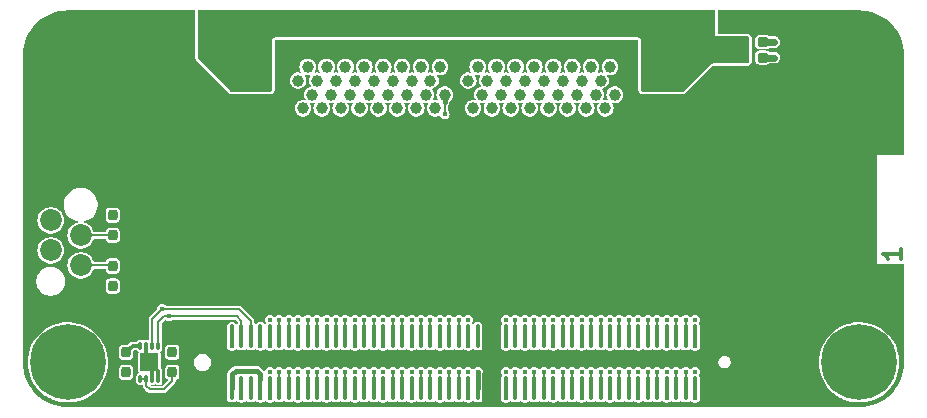
<source format=gtl>
G04 #@! TF.GenerationSoftware,KiCad,Pcbnew,8.0.6*
G04 #@! TF.CreationDate,2024-11-07T02:27:46-08:00*
G04 #@! TF.ProjectId,mse-68-vhdci,6d73652d-3638-42d7-9668-6463692e6b69,1*
G04 #@! TF.SameCoordinates,PXb06e040PY8583b00*
G04 #@! TF.FileFunction,Copper,L1,Top*
G04 #@! TF.FilePolarity,Positive*
%FSLAX46Y46*%
G04 Gerber Fmt 4.6, Leading zero omitted, Abs format (unit mm)*
G04 Created by KiCad (PCBNEW 8.0.6) date 2024-11-07 02:27:46*
%MOMM*%
%LPD*%
G01*
G04 APERTURE LIST*
G04 Aperture macros list*
%AMRoundRect*
0 Rectangle with rounded corners*
0 $1 Rounding radius*
0 $2 $3 $4 $5 $6 $7 $8 $9 X,Y pos of 4 corners*
0 Add a 4 corners polygon primitive as box body*
4,1,4,$2,$3,$4,$5,$6,$7,$8,$9,$2,$3,0*
0 Add four circle primitives for the rounded corners*
1,1,$1+$1,$2,$3*
1,1,$1+$1,$4,$5*
1,1,$1+$1,$6,$7*
1,1,$1+$1,$8,$9*
0 Add four rect primitives between the rounded corners*
20,1,$1+$1,$2,$3,$4,$5,0*
20,1,$1+$1,$4,$5,$6,$7,0*
20,1,$1+$1,$6,$7,$8,$9,0*
20,1,$1+$1,$8,$9,$2,$3,0*%
G04 Aperture macros list end*
%ADD10C,0.300000*%
G04 #@! TA.AperFunction,NonConductor*
%ADD11C,0.300000*%
G04 #@! TD*
G04 #@! TA.AperFunction,SMDPad,CuDef*
%ADD12RoundRect,0.100000X0.100000X0.900000X-0.100000X0.900000X-0.100000X-0.900000X0.100000X-0.900000X0*%
G04 #@! TD*
G04 #@! TA.AperFunction,SMDPad,CuDef*
%ADD13RoundRect,0.200000X0.200000X-0.250000X0.200000X0.250000X-0.200000X0.250000X-0.200000X-0.250000X0*%
G04 #@! TD*
G04 #@! TA.AperFunction,SMDPad,CuDef*
%ADD14RoundRect,0.200000X-0.200000X0.250000X-0.200000X-0.250000X0.200000X-0.250000X0.200000X0.250000X0*%
G04 #@! TD*
G04 #@! TA.AperFunction,ComponentPad*
%ADD15C,6.400000*%
G04 #@! TD*
G04 #@! TA.AperFunction,SMDPad,CuDef*
%ADD16RoundRect,0.200000X-0.250000X-0.200000X0.250000X-0.200000X0.250000X0.200000X-0.250000X0.200000X0*%
G04 #@! TD*
G04 #@! TA.AperFunction,SMDPad,CuDef*
%ADD17RoundRect,0.046875X0.103125X-0.253125X0.103125X0.253125X-0.103125X0.253125X-0.103125X-0.253125X0*%
G04 #@! TD*
G04 #@! TA.AperFunction,SMDPad,CuDef*
%ADD18RoundRect,0.250000X0.550000X-0.550000X0.550000X0.550000X-0.550000X0.550000X-0.550000X-0.550000X0*%
G04 #@! TD*
G04 #@! TA.AperFunction,ComponentPad*
%ADD19C,1.850000*%
G04 #@! TD*
G04 #@! TA.AperFunction,ComponentPad*
%ADD20C,1.000000*%
G04 #@! TD*
G04 #@! TA.AperFunction,ComponentPad*
%ADD21O,1.400000X2.250000*%
G04 #@! TD*
G04 #@! TA.AperFunction,ComponentPad*
%ADD22O,1.100000X1.700000*%
G04 #@! TD*
G04 #@! TA.AperFunction,SMDPad,CuDef*
%ADD23RoundRect,0.200000X0.250000X0.200000X-0.250000X0.200000X-0.250000X-0.200000X0.250000X-0.200000X0*%
G04 #@! TD*
G04 #@! TA.AperFunction,ViaPad*
%ADD24C,0.450000*%
G04 #@! TD*
G04 #@! TA.AperFunction,ViaPad*
%ADD25C,0.600000*%
G04 #@! TD*
G04 #@! TA.AperFunction,Conductor*
%ADD26C,0.400000*%
G04 #@! TD*
G04 #@! TA.AperFunction,Conductor*
%ADD27C,0.300000*%
G04 #@! TD*
G04 #@! TA.AperFunction,Conductor*
%ADD28C,0.600000*%
G04 #@! TD*
G04 #@! TA.AperFunction,Conductor*
%ADD29C,0.200000*%
G04 #@! TD*
G04 #@! TA.AperFunction,Conductor*
%ADD30C,0.151400*%
G04 #@! TD*
G04 APERTURE END LIST*
D10*
D11*
X-499172Y13628573D02*
X-499172Y12771430D01*
X-499172Y13200001D02*
X-1999172Y13200001D01*
X-1999172Y13200001D02*
X-1784886Y13057144D01*
X-1784886Y13057144D02*
X-1642029Y12914287D01*
X-1642029Y12914287D02*
X-1570600Y12771430D01*
D12*
G04 #@! TO.P,J1,1,Pin_1*
G04 #@! TO.N,GND*
X-57100000Y1800000D03*
G04 #@! TO.P,J1,2,Pin_2*
X-57100000Y6200000D03*
G04 #@! TO.P,J1,3,Pin_3*
G04 #@! TO.N,+3V3*
X-56300000Y1800001D03*
G04 #@! TO.P,J1,4,Pin_4*
G04 #@! TO.N,/PHY.ID_SDA*
X-56300000Y6199999D03*
G04 #@! TO.P,J1,5,Pin_5*
G04 #@! TO.N,unconnected-(J1-Pin_5-Pad5)*
X-55500000Y1800000D03*
G04 #@! TO.P,J1,6,Pin_6*
G04 #@! TO.N,/PHY.ID_SCL*
X-55500000Y6200000D03*
G04 #@! TO.P,J1,7,Pin_7*
G04 #@! TO.N,GND*
X-54700001Y1800000D03*
G04 #@! TO.P,J1,8,Pin_8*
X-54700001Y6200000D03*
G04 #@! TO.P,J1,9,Pin_9*
X-53900000Y1800000D03*
G04 #@! TO.P,J1,10,Pin_10*
X-53900000Y6200000D03*
G04 #@! TO.P,J1,11,Pin_11*
G04 #@! TO.N,/CON.DB12+*
X-53100000Y1800000D03*
G04 #@! TO.P,J1,12,Pin_12*
G04 #@! TO.N,/CON.DB12-*
X-53100000Y6200000D03*
G04 #@! TO.P,J1,13,Pin_13*
G04 #@! TO.N,/CON.DB13+*
X-52299999Y1800000D03*
G04 #@! TO.P,J1,14,Pin_14*
G04 #@! TO.N,/CON.DB13-*
X-52299999Y6200000D03*
G04 #@! TO.P,J1,15,Pin_15*
G04 #@! TO.N,GND*
X-51500000Y1800000D03*
G04 #@! TO.P,J1,16,Pin_16*
X-51500000Y6200000D03*
G04 #@! TO.P,J1,17,Pin_17*
G04 #@! TO.N,/CON.DB14+*
X-50700000Y1800001D03*
G04 #@! TO.P,J1,18,Pin_18*
G04 #@! TO.N,/CON.DB14-*
X-50700000Y6199999D03*
G04 #@! TO.P,J1,19,Pin_19*
G04 #@! TO.N,/CON.DB15+*
X-49900000Y1800000D03*
G04 #@! TO.P,J1,20,Pin_20*
G04 #@! TO.N,/CON.DB15-*
X-49900000Y6200000D03*
G04 #@! TO.P,J1,21,Pin_21*
G04 #@! TO.N,GND*
X-49100000Y1800000D03*
G04 #@! TO.P,J1,22,Pin_22*
X-49100000Y6200000D03*
G04 #@! TO.P,J1,23,Pin_23*
G04 #@! TO.N,/CON.DP1+*
X-48300000Y1800000D03*
G04 #@! TO.P,J1,24,Pin_24*
G04 #@! TO.N,/CON.DP1-*
X-48300000Y6200000D03*
G04 #@! TO.P,J1,25,Pin_25*
G04 #@! TO.N,/CON.DB0+*
X-47500000Y1800000D03*
G04 #@! TO.P,J1,26,Pin_26*
G04 #@! TO.N,/CON.DB0-*
X-47500000Y6200000D03*
G04 #@! TO.P,J1,27,Pin_27*
G04 #@! TO.N,GND*
X-46699999Y1800000D03*
G04 #@! TO.P,J1,28,Pin_28*
X-46699999Y6200000D03*
G04 #@! TO.P,J1,29,Pin_29*
G04 #@! TO.N,/CON.DB1+*
X-45900000Y1800000D03*
G04 #@! TO.P,J1,30,Pin_30*
G04 #@! TO.N,/CON.DB1-*
X-45900000Y6200000D03*
G04 #@! TO.P,J1,31,Pin_31*
G04 #@! TO.N,/CON.DB2+*
X-45100000Y1800001D03*
G04 #@! TO.P,J1,32,Pin_32*
G04 #@! TO.N,/CON.DB2-*
X-45100000Y6199999D03*
G04 #@! TO.P,J1,33,Pin_33*
G04 #@! TO.N,GND*
X-44300000Y1800000D03*
G04 #@! TO.P,J1,34,Pin_34*
X-44300000Y6200000D03*
G04 #@! TO.P,J1,35,Pin_35*
G04 #@! TO.N,/CON.DB3+*
X-43500000Y1800000D03*
G04 #@! TO.P,J1,36,Pin_36*
G04 #@! TO.N,/CON.DB3-*
X-43500000Y6200000D03*
G04 #@! TO.P,J1,37,Pin_37*
G04 #@! TO.N,/CON.DB4+*
X-42700000Y1800000D03*
G04 #@! TO.P,J1,38,Pin_38*
G04 #@! TO.N,/CON.DB4-*
X-42700000Y6200000D03*
G04 #@! TO.P,J1,39,Pin_39*
G04 #@! TO.N,GND*
X-41900000Y1800000D03*
G04 #@! TO.P,J1,40,Pin_40*
X-41900000Y6200000D03*
G04 #@! TO.P,J1,41,Pin_41*
G04 #@! TO.N,/CON.DB5+*
X-41099999Y1800000D03*
G04 #@! TO.P,J1,42,Pin_42*
G04 #@! TO.N,/CON.DB5-*
X-41099999Y6200000D03*
G04 #@! TO.P,J1,43,Pin_43*
G04 #@! TO.N,/CON.DB6+*
X-40300000Y1800000D03*
G04 #@! TO.P,J1,44,Pin_44*
G04 #@! TO.N,/CON.DB6-*
X-40300000Y6200000D03*
G04 #@! TO.P,J1,45,Pin_45*
G04 #@! TO.N,GND*
X-39500000Y1800001D03*
G04 #@! TO.P,J1,46,Pin_46*
X-39500000Y6199999D03*
G04 #@! TO.P,J1,47,Pin_47*
G04 #@! TO.N,/CON.DB7+*
X-38700000Y1800000D03*
G04 #@! TO.P,J1,48,Pin_48*
G04 #@! TO.N,/CON.DB7-*
X-38700000Y6200000D03*
G04 #@! TO.P,J1,49,Pin_49*
G04 #@! TO.N,/CON.DP0+*
X-37900000Y1800000D03*
G04 #@! TO.P,J1,50,Pin_50*
G04 #@! TO.N,/CON.DP0-*
X-37900000Y6200000D03*
G04 #@! TO.P,J1,51,Pin_51*
G04 #@! TO.N,GND*
X-37100000Y1800000D03*
G04 #@! TO.P,J1,52,Pin_52*
X-37100000Y6200000D03*
G04 #@! TO.P,J1,53,Pin_53*
G04 #@! TO.N,/CON.DIFFSENSE*
X-36300000Y1800000D03*
G04 #@! TO.P,J1,54,Pin_54*
G04 #@! TO.N,unconnected-(J1-Pin_54-Pad54)*
X-36300000Y6200000D03*
G04 #@! TO.P,J1,55,Pin_55*
G04 #@! TO.N,/CON.TERMPWR*
X-35500000Y1800001D03*
G04 #@! TO.P,J1,56,Pin_56*
X-35500000Y6199999D03*
G04 #@! TO.P,J1,57,Pin_57*
X-34700000Y1800000D03*
G04 #@! TO.P,J1,58,Pin_58*
X-34700000Y6200000D03*
G04 #@! TO.P,J1,59,Pin_59*
G04 #@! TO.N,GND*
X-33900001Y1800000D03*
G04 #@! TO.P,J1,60,Pin_60*
X-33900001Y6200000D03*
G04 #@! TO.P,J1,61,Pin_61*
G04 #@! TO.N,/CON.ATN+*
X-33100000Y1800000D03*
G04 #@! TO.P,J1,62,Pin_62*
G04 #@! TO.N,/CON.ATN-*
X-33100000Y6200000D03*
G04 #@! TO.P,J1,63,Pin_63*
G04 #@! TO.N,GND*
X-32300000Y1800000D03*
G04 #@! TO.P,J1,64,Pin_64*
X-32300000Y6200000D03*
G04 #@! TO.P,J1,65,Pin_65*
G04 #@! TO.N,/CON.BSY+*
X-31500000Y1800000D03*
G04 #@! TO.P,J1,66,Pin_66*
G04 #@! TO.N,/CON.BSY-*
X-31500000Y6200000D03*
G04 #@! TO.P,J1,67,Pin_67*
G04 #@! TO.N,/CON.ACK+*
X-30700000Y1800000D03*
G04 #@! TO.P,J1,68,Pin_68*
G04 #@! TO.N,/CON.ACK-*
X-30700000Y6200000D03*
G04 #@! TO.P,J1,69,Pin_69*
G04 #@! TO.N,GND*
X-29900000Y1800001D03*
G04 #@! TO.P,J1,70,Pin_70*
X-29900000Y6199999D03*
G04 #@! TO.P,J1,71,Pin_71*
G04 #@! TO.N,/CON.RST+*
X-29100000Y1800000D03*
G04 #@! TO.P,J1,72,Pin_72*
G04 #@! TO.N,/CON.RST-*
X-29100000Y6200000D03*
G04 #@! TO.P,J1,73,Pin_73*
G04 #@! TO.N,/CON.MSG+*
X-28300001Y1800000D03*
G04 #@! TO.P,J1,74,Pin_74*
G04 #@! TO.N,/CON.MSG-*
X-28300001Y6200000D03*
G04 #@! TO.P,J1,75,Pin_75*
G04 #@! TO.N,GND*
X-27500000Y1800000D03*
G04 #@! TO.P,J1,76,Pin_76*
X-27500000Y6200000D03*
G04 #@! TO.P,J1,77,Pin_77*
G04 #@! TO.N,/CON.SEL+*
X-26700000Y1800000D03*
G04 #@! TO.P,J1,78,Pin_78*
G04 #@! TO.N,/CON.SEL-*
X-26700000Y6200000D03*
G04 #@! TO.P,J1,79,Pin_79*
G04 #@! TO.N,/CON.C{slash}D+*
X-25900000Y1800000D03*
G04 #@! TO.P,J1,80,Pin_80*
G04 #@! TO.N,/CON.C{slash}D-*
X-25900000Y6200000D03*
G04 #@! TO.P,J1,81,Pin_81*
G04 #@! TO.N,GND*
X-25100000Y1800000D03*
G04 #@! TO.P,J1,82,Pin_82*
X-25100000Y6200000D03*
G04 #@! TO.P,J1,83,Pin_83*
G04 #@! TO.N,/CON.REQ+*
X-24300000Y1800001D03*
G04 #@! TO.P,J1,84,Pin_84*
G04 #@! TO.N,/CON.REQ-*
X-24300000Y6199999D03*
G04 #@! TO.P,J1,85,Pin_85*
G04 #@! TO.N,/CON.I{slash}O+*
X-23500000Y1800000D03*
G04 #@! TO.P,J1,86,Pin_86*
G04 #@! TO.N,/CON.I{slash}O-*
X-23500000Y6200000D03*
G04 #@! TO.P,J1,87,Pin_87*
G04 #@! TO.N,GND*
X-22700001Y1800000D03*
G04 #@! TO.P,J1,88,Pin_88*
X-22700001Y6200000D03*
G04 #@! TO.P,J1,89,Pin_89*
G04 #@! TO.N,/CON.DB8+*
X-21900000Y1800000D03*
G04 #@! TO.P,J1,90,Pin_90*
G04 #@! TO.N,/CON.DB8-*
X-21900000Y6200000D03*
G04 #@! TO.P,J1,91,Pin_91*
G04 #@! TO.N,/CON.DB9+*
X-21100000Y1800000D03*
G04 #@! TO.P,J1,92,Pin_92*
G04 #@! TO.N,/CON.DB9-*
X-21100000Y6200000D03*
G04 #@! TO.P,J1,93,Pin_93*
G04 #@! TO.N,GND*
X-20299999Y1800000D03*
G04 #@! TO.P,J1,94,Pin_94*
X-20299999Y6200000D03*
G04 #@! TO.P,J1,95,Pin_95*
G04 #@! TO.N,/CON.DB10+*
X-19500000Y1800000D03*
G04 #@! TO.P,J1,96,Pin_96*
G04 #@! TO.N,/CON.DB10-*
X-19500000Y6200000D03*
G04 #@! TO.P,J1,97,Pin_97*
G04 #@! TO.N,/CON.DB11+*
X-18700000Y1800001D03*
G04 #@! TO.P,J1,98,Pin_98*
G04 #@! TO.N,/CON.DB11-*
X-18700000Y6199999D03*
G04 #@! TO.P,J1,99,Pin_99*
G04 #@! TO.N,GND*
X-17900000Y1800000D03*
G04 #@! TO.P,J1,100,Pin_100*
X-17900000Y6200000D03*
G04 #@! TD*
D13*
G04 #@! TO.P,R3,1*
G04 #@! TO.N,+3V3*
X-67200000Y10450000D03*
G04 #@! TO.P,R3,2*
G04 #@! TO.N,/PHY.ID_SCL*
X-67200000Y12150000D03*
G04 #@! TD*
D14*
G04 #@! TO.P,R2,1*
G04 #@! TO.N,+3V3*
X-67200000Y16450000D03*
G04 #@! TO.P,R2,2*
G04 #@! TO.N,/PHY.ID_SDA*
X-67200000Y14750000D03*
G04 #@! TD*
D13*
G04 #@! TO.P,C1,1*
G04 #@! TO.N,GND*
X-66050000Y3150000D03*
G04 #@! TO.P,C1,2*
G04 #@! TO.N,+3V3*
X-66050000Y4850000D03*
G04 #@! TD*
D15*
G04 #@! TO.P,H4,1,1*
G04 #@! TO.N,GND*
X-4000000Y4000000D03*
G04 #@! TD*
D16*
G04 #@! TO.P,R4,1*
G04 #@! TO.N,/SHIELD*
X-13850000Y29800000D03*
G04 #@! TO.P,R4,2*
G04 #@! TO.N,GND*
X-12150000Y29800000D03*
G04 #@! TD*
D13*
G04 #@! TO.P,R1,1*
G04 #@! TO.N,Net-(U1-E0)*
X-62150000Y3150000D03*
G04 #@! TO.P,R1,2*
G04 #@! TO.N,+3V3*
X-62150000Y4850000D03*
G04 #@! TD*
D17*
G04 #@! TO.P,U1,1,E0*
G04 #@! TO.N,Net-(U1-E0)*
X-64850001Y2600000D03*
G04 #@! TO.P,U1,2,E1*
X-64350000Y2600000D03*
G04 #@! TO.P,U1,3,E2*
G04 #@! TO.N,GND*
X-63850000Y2600000D03*
G04 #@! TO.P,U1,4,VSS*
X-63349999Y2600000D03*
G04 #@! TO.P,U1,5,SDA*
G04 #@! TO.N,/PHY.ID_SDA*
X-63349999Y5400000D03*
G04 #@! TO.P,U1,6,SCL*
G04 #@! TO.N,/PHY.ID_SCL*
X-63850000Y5400000D03*
G04 #@! TO.P,U1,7,~{WC}*
G04 #@! TO.N,GND*
X-64350000Y5400000D03*
G04 #@! TO.P,U1,8,VCC*
G04 #@! TO.N,+3V3*
X-64850001Y5400000D03*
D18*
G04 #@! TO.P,U1,EP,VSS*
G04 #@! TO.N,GND*
X-64100000Y4000000D03*
G04 #@! TD*
D19*
G04 #@! TO.P,J3,1,Pin_1*
G04 #@! TO.N,+3V3*
X-72440000Y16010000D03*
G04 #@! TO.P,J3,2,Pin_2*
G04 #@! TO.N,/PHY.ID_SDA*
X-69900000Y14740000D03*
G04 #@! TO.P,J3,3,Pin_3*
G04 #@! TO.N,GND*
X-72440000Y13470000D03*
G04 #@! TO.P,J3,4,Pin_4*
G04 #@! TO.N,/PHY.ID_SCL*
X-69900000Y12200000D03*
G04 #@! TD*
D20*
G04 #@! TO.P,J4,1,Pin_1*
G04 #@! TO.N,/CON.DB12+*
X-51100000Y25500000D03*
G04 #@! TO.P,J4,2,Pin_2*
G04 #@! TO.N,/CON.DB13+*
X-50300000Y26650000D03*
G04 #@! TO.P,J4,3,Pin_3*
G04 #@! TO.N,/CON.DB14+*
X-49500000Y25500000D03*
G04 #@! TO.P,J4,4,Pin_4*
G04 #@! TO.N,/CON.DB15+*
X-48700000Y26650000D03*
G04 #@! TO.P,J4,5,Pin_5*
G04 #@! TO.N,/CON.DP1+*
X-47900000Y25500000D03*
G04 #@! TO.P,J4,6,Pin_6*
G04 #@! TO.N,/CON.DB0+*
X-47100000Y26650000D03*
G04 #@! TO.P,J4,7,Pin_7*
G04 #@! TO.N,/CON.DB1+*
X-46300000Y25500000D03*
G04 #@! TO.P,J4,8,Pin_8*
G04 #@! TO.N,/CON.DB2+*
X-45500000Y26650000D03*
G04 #@! TO.P,J4,9,Pin_9*
G04 #@! TO.N,/CON.DB3+*
X-44700000Y25500000D03*
G04 #@! TO.P,J4,10,Pin_10*
G04 #@! TO.N,/CON.DB4+*
X-43900000Y26650000D03*
G04 #@! TO.P,J4,11,Pin_11*
G04 #@! TO.N,/CON.DB5+*
X-43100000Y25499999D03*
G04 #@! TO.P,J4,12,Pin_12*
G04 #@! TO.N,/CON.DB6+*
X-42300000Y26650000D03*
G04 #@! TO.P,J4,13,Pin_13*
G04 #@! TO.N,/CON.DB7+*
X-41500001Y25500000D03*
G04 #@! TO.P,J4,14,Pin_14*
G04 #@! TO.N,/CON.DP0+*
X-40700000Y26650000D03*
G04 #@! TO.P,J4,15,Pin_15*
G04 #@! TO.N,GND*
X-39900000Y25500000D03*
G04 #@! TO.P,J4,16,Pin_16*
G04 #@! TO.N,/CON.DIFFSENSE*
X-39100000Y26650000D03*
G04 #@! TO.P,J4,17,Pin_17*
G04 #@! TO.N,/CON.TERMPWR*
X-38300000Y25500000D03*
G04 #@! TO.P,J4,18,Pin_18*
X-37500000Y26650000D03*
G04 #@! TO.P,J4,19,Pin_19*
G04 #@! TO.N,unconnected-(J4-Pin_19-Pad19)*
X-36700000Y25500000D03*
G04 #@! TO.P,J4,20,Pin_20*
G04 #@! TO.N,GND*
X-35900000Y26650000D03*
G04 #@! TO.P,J4,21,Pin_21*
G04 #@! TO.N,/CON.ATN+*
X-35100000Y25500000D03*
G04 #@! TO.P,J4,22,Pin_22*
G04 #@! TO.N,GND*
X-34300000Y26650000D03*
G04 #@! TO.P,J4,23,Pin_23*
G04 #@! TO.N,/CON.BSY+*
X-33499999Y25500000D03*
G04 #@! TO.P,J4,24,Pin_24*
G04 #@! TO.N,/CON.ACK+*
X-32700000Y26650000D03*
G04 #@! TO.P,J4,25,Pin_25*
G04 #@! TO.N,/CON.RST+*
X-31900000Y25499999D03*
G04 #@! TO.P,J4,26,Pin_26*
G04 #@! TO.N,/CON.MSG+*
X-31100000Y26650000D03*
G04 #@! TO.P,J4,27,Pin_27*
G04 #@! TO.N,/CON.SEL+*
X-30300000Y25500000D03*
G04 #@! TO.P,J4,28,Pin_28*
G04 #@! TO.N,/CON.C{slash}D+*
X-29500000Y26650000D03*
G04 #@! TO.P,J4,29,Pin_29*
G04 #@! TO.N,/CON.REQ+*
X-28700000Y25500000D03*
G04 #@! TO.P,J4,30,Pin_30*
G04 #@! TO.N,/CON.I{slash}O+*
X-27900000Y26650000D03*
G04 #@! TO.P,J4,31,Pin_31*
G04 #@! TO.N,/CON.DB8+*
X-27100000Y25500000D03*
G04 #@! TO.P,J4,32,Pin_32*
G04 #@! TO.N,/CON.DB9+*
X-26300000Y26650000D03*
G04 #@! TO.P,J4,33,Pin_33*
G04 #@! TO.N,/CON.DB10+*
X-25500000Y25500000D03*
G04 #@! TO.P,J4,34,Pin_34*
G04 #@! TO.N,/CON.DB11+*
X-24700000Y26650000D03*
G04 #@! TO.P,J4,35,Pin_35*
G04 #@! TO.N,/CON.DB12-*
X-51500000Y27850000D03*
G04 #@! TO.P,J4,36,Pin_36*
G04 #@! TO.N,/CON.DB13-*
X-50700000Y29000001D03*
G04 #@! TO.P,J4,37,Pin_37*
G04 #@! TO.N,/CON.DB14-*
X-49900000Y27850000D03*
G04 #@! TO.P,J4,38,Pin_38*
G04 #@! TO.N,/CON.DB15-*
X-49100000Y29000000D03*
G04 #@! TO.P,J4,39,Pin_39*
G04 #@! TO.N,/CON.DP1-*
X-48300000Y27850000D03*
G04 #@! TO.P,J4,40,Pin_40*
G04 #@! TO.N,/CON.DB0-*
X-47500000Y29000000D03*
G04 #@! TO.P,J4,41,Pin_41*
G04 #@! TO.N,/CON.DB1-*
X-46700000Y27850000D03*
G04 #@! TO.P,J4,42,Pin_42*
G04 #@! TO.N,/CON.DB2-*
X-45900000Y29000000D03*
G04 #@! TO.P,J4,43,Pin_43*
G04 #@! TO.N,/CON.DB3-*
X-45100000Y27850000D03*
G04 #@! TO.P,J4,44,Pin_44*
G04 #@! TO.N,/CON.DB4-*
X-44300000Y29000000D03*
G04 #@! TO.P,J4,45,Pin_45*
G04 #@! TO.N,/CON.DB5-*
X-43500000Y27850000D03*
G04 #@! TO.P,J4,46,Pin_46*
G04 #@! TO.N,/CON.DB6-*
X-42700000Y29000000D03*
G04 #@! TO.P,J4,47,Pin_47*
G04 #@! TO.N,/CON.DB7-*
X-41900000Y27850000D03*
G04 #@! TO.P,J4,48,Pin_48*
G04 #@! TO.N,/CON.DP0-*
X-41100000Y29000001D03*
G04 #@! TO.P,J4,49,Pin_49*
G04 #@! TO.N,GND*
X-40300000Y27850000D03*
G04 #@! TO.P,J4,50,Pin_50*
X-39500000Y29000001D03*
G04 #@! TO.P,J4,51,Pin_51*
G04 #@! TO.N,/CON.TERMPWR*
X-38700000Y27850000D03*
G04 #@! TO.P,J4,52,Pin_52*
X-37900000Y29000000D03*
G04 #@! TO.P,J4,53,Pin_53*
G04 #@! TO.N,unconnected-(J4-Pin_53-Pad53)*
X-37100000Y27850000D03*
G04 #@! TO.P,J4,54,Pin_54*
G04 #@! TO.N,GND*
X-36300000Y29000000D03*
G04 #@! TO.P,J4,55,Pin_55*
G04 #@! TO.N,/CON.ATN-*
X-35500000Y27850000D03*
G04 #@! TO.P,J4,56,Pin_56*
G04 #@! TO.N,GND*
X-34700000Y29000000D03*
G04 #@! TO.P,J4,57,Pin_57*
G04 #@! TO.N,/CON.BSY-*
X-33900000Y27850000D03*
G04 #@! TO.P,J4,58,Pin_58*
G04 #@! TO.N,/CON.ACK-*
X-33100000Y29000000D03*
G04 #@! TO.P,J4,59,Pin_59*
G04 #@! TO.N,/CON.RST-*
X-32300000Y27850000D03*
G04 #@! TO.P,J4,60,Pin_60*
G04 #@! TO.N,/CON.MSG-*
X-31500000Y29000000D03*
G04 #@! TO.P,J4,61,Pin_61*
G04 #@! TO.N,/CON.SEL-*
X-30700000Y27850000D03*
G04 #@! TO.P,J4,62,Pin_62*
G04 #@! TO.N,/CON.C{slash}D-*
X-29900000Y29000001D03*
G04 #@! TO.P,J4,63,Pin_63*
G04 #@! TO.N,/CON.REQ-*
X-29100000Y27850000D03*
G04 #@! TO.P,J4,64,Pin_64*
G04 #@! TO.N,/CON.I{slash}O-*
X-28300000Y29000001D03*
G04 #@! TO.P,J4,65,Pin_65*
G04 #@! TO.N,/CON.DB8-*
X-27500000Y27850000D03*
G04 #@! TO.P,J4,66,Pin_66*
G04 #@! TO.N,/CON.DB9-*
X-26700000Y29000000D03*
G04 #@! TO.P,J4,67,Pin_67*
G04 #@! TO.N,/CON.DB10-*
X-25900000Y27850000D03*
G04 #@! TO.P,J4,68,Pin_68*
G04 #@! TO.N,/CON.DB11-*
X-25100000Y29000000D03*
D21*
G04 #@! TO.P,J4,SHIELD,SHIELD*
G04 #@! TO.N,/SHIELD*
X-16950000Y30380000D03*
D22*
X-21925000Y27750000D03*
X-54275000Y27750000D03*
D21*
X-59250000Y30380000D03*
G04 #@! TD*
D15*
G04 #@! TO.P,H3,1,1*
G04 #@! TO.N,GND*
X-71000000Y4000000D03*
G04 #@! TD*
D23*
G04 #@! TO.P,C2,1*
G04 #@! TO.N,GND*
X-12150000Y31100000D03*
G04 #@! TO.P,C2,2*
G04 #@! TO.N,/SHIELD*
X-13850000Y31100000D03*
G04 #@! TD*
D24*
G04 #@! TO.N,GND*
X-20300000Y7600000D03*
X-20300000Y5400000D03*
X-22700000Y1800000D03*
X-49100000Y1800000D03*
X-53900000Y1000000D03*
X-29900000Y2600000D03*
X-17900000Y7600000D03*
X-53900000Y7600000D03*
X-39500000Y6200000D03*
X-29900000Y3200000D03*
X-39500000Y1800000D03*
X-44300000Y7000000D03*
X-49100000Y6200000D03*
X-27500000Y7600000D03*
X-64650000Y4000000D03*
X-46700000Y6200000D03*
X-53900000Y3200000D03*
X-51500000Y2600000D03*
X-27500000Y3200000D03*
X-27500000Y2600000D03*
X-39500000Y7000000D03*
X-32300000Y1800000D03*
X-53900000Y5400000D03*
X-20300000Y1800000D03*
X-32300000Y3200000D03*
X-17900000Y3200000D03*
X-53900000Y2600000D03*
X-37100000Y5400000D03*
X-39500000Y7600000D03*
X-63600000Y4000000D03*
X-25100000Y7000000D03*
X-39500000Y5400000D03*
X-20300000Y3200000D03*
X-33900000Y1000000D03*
X-41900000Y1000000D03*
X-64100000Y4500000D03*
X-33900000Y2600000D03*
X-49100000Y2600000D03*
X-33900000Y6200000D03*
X-51500000Y5400000D03*
X-44300000Y6200000D03*
X-27500000Y6200000D03*
X-39500000Y1000000D03*
X-25100000Y1800000D03*
X-41900000Y7000000D03*
D25*
X-11200000Y31100000D03*
D24*
X-53900000Y7000000D03*
X-41900000Y6200000D03*
X-27500000Y5400000D03*
X-54700000Y6200000D03*
X-29900000Y1000000D03*
D25*
X-11200000Y29800000D03*
D24*
X-20300000Y1000000D03*
X-53900000Y1800000D03*
X-51500000Y6200000D03*
X-20300000Y2600000D03*
X-22700000Y1000000D03*
X-44300000Y5400000D03*
X-33900000Y1800000D03*
X-32300000Y5400000D03*
X-20300000Y6200000D03*
X-49100000Y3200000D03*
X-37100000Y6200000D03*
X-25100000Y2600000D03*
X-37100000Y7000000D03*
X-39500000Y2600000D03*
X-25100000Y6200000D03*
X-33900000Y7000000D03*
X-46700000Y3200000D03*
X-51500000Y3200000D03*
X-51500000Y7000000D03*
X-25100000Y3200000D03*
X-54700000Y7000000D03*
X-29900000Y7000000D03*
X-44300000Y1800000D03*
X-22700000Y2600000D03*
X-17900000Y5400000D03*
X-33900000Y7600000D03*
X-41900000Y2600000D03*
X-17900000Y7000000D03*
X-41900000Y3200000D03*
X-44300000Y1000000D03*
X-32300000Y7000000D03*
X-29900000Y7600000D03*
X-51500000Y1800000D03*
X-54700000Y5400000D03*
X-22700000Y6200000D03*
X-57100000Y5400000D03*
X-37100000Y1800000D03*
X-46700000Y1000000D03*
X-46700000Y7600000D03*
X-25100000Y1000000D03*
X-32300000Y2600000D03*
X-44300000Y2600000D03*
X-46700000Y5400000D03*
X-41900000Y7600000D03*
X-54700000Y1800000D03*
X-22700000Y7000000D03*
X-46700000Y2600000D03*
X-37100000Y1000000D03*
X-37100000Y2600000D03*
X-51500000Y1000000D03*
X-17900000Y1000000D03*
X-37100000Y3200000D03*
X-20300000Y7000000D03*
X-57100000Y6200000D03*
X-32300000Y1000000D03*
X-33900000Y5400000D03*
X-46700000Y1800000D03*
X-29900000Y5400000D03*
X-44300000Y3200000D03*
X-25100000Y7600000D03*
X-27500000Y1800000D03*
X-22700000Y3200000D03*
X-41900000Y1800000D03*
X-53900000Y6200000D03*
X-41900000Y5400000D03*
X-29900000Y6200000D03*
X-49100000Y5400000D03*
X-32300000Y7600000D03*
X-54700000Y2600000D03*
X-49100000Y7000000D03*
X-49100000Y1000000D03*
X-51500000Y7600000D03*
X-49100000Y7600000D03*
X-37100000Y7600000D03*
X-46700000Y7000000D03*
X-29900000Y1800000D03*
X-25100000Y5400000D03*
X-64100000Y3500000D03*
X-32300000Y6200000D03*
X-17900000Y6200000D03*
X-39500000Y3200000D03*
X-27500000Y1000000D03*
X-57100000Y7000000D03*
X-22700000Y5400000D03*
X-17900000Y2600000D03*
X-44300000Y7600000D03*
X-54700000Y1000000D03*
X-33900000Y3200000D03*
X-17900000Y1800000D03*
X-27500000Y7000000D03*
X-66050000Y3150000D03*
X-22700000Y7600000D03*
G04 #@! TO.N,/PHY.ID_SCL*
X-67200000Y12150000D03*
X-63000000Y8500000D03*
G04 #@! TO.N,+3V3*
X-56300000Y1800000D03*
X-67200000Y16500000D03*
X-67200000Y10500000D03*
X-66050000Y4850000D03*
X-56300000Y1000000D03*
X-56300000Y2600000D03*
X-62150000Y4850000D03*
G04 #@! TO.N,/PHY.ID_SDA*
X-67200000Y14750000D03*
X-62400000Y7900000D03*
G04 #@! TO.N,/CON.C{slash}D+*
X-25900000Y3200000D03*
G04 #@! TO.N,/CON.DB10-*
X-19500000Y7600000D03*
G04 #@! TO.N,/CON.DB4-*
X-42700000Y7600000D03*
G04 #@! TO.N,/CON.ACK+*
X-30700000Y3200000D03*
G04 #@! TO.N,/CON.DP1+*
X-48300000Y3200000D03*
G04 #@! TO.N,/CON.BSY-*
X-31500000Y7600000D03*
G04 #@! TO.N,/CON.RST-*
X-29100000Y7600000D03*
G04 #@! TO.N,/CON.DB2-*
X-45100000Y7600000D03*
G04 #@! TO.N,/CON.BSY+*
X-31500000Y3200000D03*
G04 #@! TO.N,/CON.DB5+*
X-41100000Y3200000D03*
G04 #@! TO.N,/CON.ATN-*
X-33100000Y7600000D03*
G04 #@! TO.N,/CON.DP0+*
X-37900000Y3200000D03*
G04 #@! TO.N,/CON.SEL+*
X-26700000Y3200000D03*
G04 #@! TO.N,/CON.ATN+*
X-33100000Y3200000D03*
G04 #@! TO.N,/CON.DB9-*
X-21100000Y7600000D03*
G04 #@! TO.N,/CON.SEL-*
X-26700000Y7600000D03*
G04 #@! TO.N,/CON.DB9+*
X-21100000Y3200000D03*
G04 #@! TO.N,/CON.DB0-*
X-47500000Y7600000D03*
G04 #@! TO.N,/CON.DB11+*
X-18700000Y3200000D03*
G04 #@! TO.N,/CON.DB7+*
X-38700000Y3200000D03*
G04 #@! TO.N,/CON.DP1-*
X-48300000Y7600000D03*
G04 #@! TO.N,/CON.DB5-*
X-41100000Y7600000D03*
G04 #@! TO.N,/CON.REQ-*
X-24300000Y7600000D03*
G04 #@! TO.N,/CON.DB1-*
X-45900000Y7600000D03*
G04 #@! TO.N,/CON.DB13+*
X-52300000Y3200000D03*
G04 #@! TO.N,/CON.REQ+*
X-24300000Y3200000D03*
G04 #@! TO.N,/CON.DB3-*
X-43500000Y7600000D03*
G04 #@! TO.N,/CON.DB8+*
X-21900000Y3200000D03*
G04 #@! TO.N,/CON.DB13-*
X-52300000Y7600000D03*
G04 #@! TO.N,/CON.DB15-*
X-49900000Y7600000D03*
G04 #@! TO.N,/CON.MSG+*
X-28300000Y3200000D03*
G04 #@! TO.N,/CON.DB11-*
X-18700000Y7600000D03*
G04 #@! TO.N,/CON.DB3+*
X-43500000Y3200000D03*
G04 #@! TO.N,/CON.ACK-*
X-30700000Y7600000D03*
G04 #@! TO.N,/CON.DIFFSENSE*
X-39100000Y25000000D03*
X-36300000Y3200000D03*
G04 #@! TO.N,/CON.I{slash}O+*
X-23500000Y3200000D03*
G04 #@! TO.N,/CON.I{slash}O-*
X-23500000Y7600000D03*
G04 #@! TO.N,/CON.DB4+*
X-42700000Y3200000D03*
G04 #@! TO.N,/CON.DB15+*
X-49900000Y3200000D03*
G04 #@! TO.N,/CON.DB6-*
X-40300000Y7600000D03*
G04 #@! TO.N,/CON.RST+*
X-29100000Y3200000D03*
G04 #@! TO.N,/CON.DB8-*
X-21900000Y7600000D03*
G04 #@! TO.N,/CON.DB10+*
X-19500000Y3200000D03*
G04 #@! TO.N,/CON.MSG-*
X-28300000Y7600000D03*
G04 #@! TO.N,/CON.DB6+*
X-40300000Y3200000D03*
G04 #@! TO.N,/CON.C{slash}D-*
X-25900000Y7600000D03*
G04 #@! TO.N,/CON.DB7-*
X-38700000Y7600000D03*
G04 #@! TO.N,/CON.DB1+*
X-45900000Y3200000D03*
G04 #@! TO.N,/CON.DP0-*
X-37900000Y7600000D03*
G04 #@! TO.N,/CON.DB2+*
X-45100000Y3200000D03*
G04 #@! TO.N,/CON.DB0+*
X-47500000Y3200000D03*
G04 #@! TO.N,/CON.DB12+*
X-53100000Y3200000D03*
G04 #@! TO.N,/CON.DB14+*
X-50700000Y3200000D03*
G04 #@! TO.N,/CON.DB12-*
X-53100000Y7600000D03*
G04 #@! TO.N,/CON.DB14-*
X-50700000Y7600000D03*
G04 #@! TD*
D26*
G04 #@! TO.N,GND*
X-55000000Y3300000D02*
X-56800000Y3300000D01*
D27*
X-64350000Y4750000D02*
X-64100000Y4500000D01*
X-63850000Y2600000D02*
X-63850000Y3250000D01*
D28*
X-12150000Y29800000D02*
X-11200000Y29800000D01*
D26*
X-54700000Y3000000D02*
X-55000000Y3300000D01*
D27*
X-64350000Y5400000D02*
X-64350000Y4750000D01*
D26*
X-54700000Y2600000D02*
X-54700000Y3000000D01*
D27*
X-63349999Y3249999D02*
X-64100000Y4000000D01*
D28*
X-12150000Y31100000D02*
X-11200000Y31100000D01*
D26*
X-56800000Y3300000D02*
X-57100000Y3000000D01*
X-57100000Y3000000D02*
X-57100000Y1800000D01*
D27*
X-63850000Y3250000D02*
X-64100000Y3500000D01*
X-63349999Y2600000D02*
X-63349999Y3249999D01*
D29*
G04 #@! TO.N,/PHY.ID_SCL*
X-67600000Y12200000D02*
X-69900000Y12200000D01*
X-63850000Y5400000D02*
X-63850000Y7650000D01*
X-56500000Y8500000D02*
X-55500000Y7500000D01*
X-67200000Y12150000D02*
X-67550000Y12150000D01*
X-63000000Y8500000D02*
X-56500000Y8500000D01*
X-67550000Y12150000D02*
X-67600000Y12200000D01*
X-63850000Y7650000D02*
X-63000000Y8500000D01*
X-55500000Y7500000D02*
X-55500000Y6200000D01*
D27*
G04 #@! TO.N,+3V3*
X-64850001Y5400000D02*
X-65500000Y5400000D01*
X-65500000Y5400000D02*
X-66050000Y4850000D01*
D29*
G04 #@! TO.N,/PHY.ID_SDA*
X-62900000Y7900000D02*
X-63349999Y7450001D01*
X-56300000Y7500000D02*
X-56700000Y7900000D01*
X-63349999Y7450001D02*
X-63349999Y5400000D01*
X-67200000Y14750000D02*
X-69890000Y14750000D01*
X-62600000Y7900000D02*
X-62900000Y7900000D01*
X-69890000Y14750000D02*
X-69900000Y14740000D01*
X-56300000Y6199999D02*
X-56300000Y7500000D01*
X-56700000Y7900000D02*
X-62600000Y7900000D01*
D30*
G04 #@! TO.N,/CON.C{slash}D+*
X-25900000Y1800000D02*
X-25900000Y3200000D01*
G04 #@! TO.N,/CON.DB10-*
X-19500000Y6200000D02*
X-19500000Y7600000D01*
G04 #@! TO.N,/CON.DB4-*
X-42700000Y6200000D02*
X-42700000Y7600000D01*
G04 #@! TO.N,/CON.ACK+*
X-30700000Y1800000D02*
X-30700000Y3200000D01*
G04 #@! TO.N,/CON.DP1+*
X-48300000Y1800000D02*
X-48300000Y3200000D01*
G04 #@! TO.N,/CON.BSY-*
X-31500000Y6200000D02*
X-31500000Y7600000D01*
G04 #@! TO.N,/CON.RST-*
X-29100000Y6200000D02*
X-29100000Y7600000D01*
G04 #@! TO.N,/CON.DB2-*
X-45100000Y6199999D02*
X-45100000Y7600000D01*
G04 #@! TO.N,/CON.BSY+*
X-31500000Y1800000D02*
X-31500000Y3200000D01*
G04 #@! TO.N,/CON.DB5+*
X-41099999Y1800000D02*
X-41099999Y3199999D01*
X-41099999Y3199999D02*
X-41100000Y3200000D01*
G04 #@! TO.N,/CON.ATN-*
X-33100000Y6200000D02*
X-33100000Y7600000D01*
G04 #@! TO.N,/CON.DP0+*
X-37900000Y1800000D02*
X-37900000Y3200000D01*
G04 #@! TO.N,/CON.SEL+*
X-26700000Y1800000D02*
X-26700000Y3200000D01*
G04 #@! TO.N,/CON.ATN+*
X-33100000Y1800000D02*
X-33100000Y3200000D01*
G04 #@! TO.N,/CON.DB9-*
X-21100000Y6200000D02*
X-21100000Y7600000D01*
G04 #@! TO.N,/CON.SEL-*
X-26700000Y6200000D02*
X-26700000Y7600000D01*
G04 #@! TO.N,/CON.DB9+*
X-21100000Y1800000D02*
X-21100000Y3200000D01*
G04 #@! TO.N,/CON.DB0-*
X-47500000Y6200000D02*
X-47500000Y7600000D01*
G04 #@! TO.N,/CON.DB11+*
X-18700000Y1800001D02*
X-18700000Y3200000D01*
G04 #@! TO.N,/CON.DB7+*
X-38700000Y1800000D02*
X-38700000Y3200000D01*
G04 #@! TO.N,/CON.DP1-*
X-48300000Y6200000D02*
X-48300000Y7600000D01*
G04 #@! TO.N,/CON.DB5-*
X-41099999Y7499999D02*
X-41099999Y6200000D01*
X-41100000Y7600000D02*
X-41099999Y7499999D01*
G04 #@! TO.N,/CON.REQ-*
X-24300000Y6199999D02*
X-24300000Y7600000D01*
G04 #@! TO.N,/CON.DB1-*
X-45900000Y6200000D02*
X-45900000Y7600000D01*
G04 #@! TO.N,/CON.DB13+*
X-52299999Y3199999D02*
X-52300000Y3200000D01*
X-52299999Y1800000D02*
X-52299999Y3199999D01*
G04 #@! TO.N,/CON.REQ+*
X-24300000Y1800001D02*
X-24300000Y3200000D01*
G04 #@! TO.N,/CON.DB3-*
X-43500000Y6200000D02*
X-43500000Y7600000D01*
G04 #@! TO.N,/CON.DB8+*
X-21900000Y1800000D02*
X-21900000Y3200000D01*
G04 #@! TO.N,/CON.DB13-*
X-52300000Y7600000D02*
X-52299999Y7499999D01*
X-52299999Y7499999D02*
X-52299999Y6200000D01*
G04 #@! TO.N,/CON.DB15-*
X-49900000Y6200000D02*
X-49900000Y7600000D01*
G04 #@! TO.N,/CON.MSG+*
X-28300001Y1800000D02*
X-28300001Y3199999D01*
X-28300001Y3199999D02*
X-28300000Y3200000D01*
G04 #@! TO.N,/CON.DB11-*
X-18700000Y6199999D02*
X-18700000Y7600000D01*
G04 #@! TO.N,/CON.DB3+*
X-43500000Y1800000D02*
X-43500000Y3200000D01*
G04 #@! TO.N,/CON.ACK-*
X-30700000Y6200000D02*
X-30700000Y7600000D01*
D29*
G04 #@! TO.N,/CON.DIFFSENSE*
X-39100000Y26000000D02*
X-39100000Y25000000D01*
D26*
X-36300000Y1800000D02*
X-36300000Y3200000D01*
X-39100000Y26650000D02*
X-39100000Y26000000D01*
D30*
G04 #@! TO.N,/CON.I{slash}O+*
X-23500000Y1800000D02*
X-23500000Y3200000D01*
G04 #@! TO.N,/CON.I{slash}O-*
X-23500000Y6200000D02*
X-23500000Y7600000D01*
G04 #@! TO.N,/CON.DB4+*
X-42700000Y1800000D02*
X-42700000Y3200000D01*
G04 #@! TO.N,/CON.DB15+*
X-49900000Y1800000D02*
X-49900000Y3200000D01*
G04 #@! TO.N,/CON.DB6-*
X-40300000Y6200000D02*
X-40300000Y7600000D01*
G04 #@! TO.N,/CON.RST+*
X-29100000Y1800000D02*
X-29100000Y3200000D01*
G04 #@! TO.N,/CON.DB8-*
X-21900000Y6200000D02*
X-21900000Y7600000D01*
G04 #@! TO.N,/CON.DB10+*
X-19500000Y1800000D02*
X-19500000Y3200000D01*
G04 #@! TO.N,/CON.MSG-*
X-28300000Y7600000D02*
X-28300001Y7499999D01*
X-28300001Y7499999D02*
X-28300001Y6200000D01*
G04 #@! TO.N,/CON.DB6+*
X-40300000Y1800000D02*
X-40300000Y3200000D01*
G04 #@! TO.N,/CON.C{slash}D-*
X-25900000Y6200000D02*
X-25900000Y7600000D01*
G04 #@! TO.N,/CON.DB7-*
X-38700000Y6200000D02*
X-38700000Y7600000D01*
G04 #@! TO.N,/CON.DB1+*
X-45900000Y1800000D02*
X-45900000Y3200000D01*
G04 #@! TO.N,/CON.DP0-*
X-37900000Y6200000D02*
X-37900000Y7600000D01*
G04 #@! TO.N,/CON.DB2+*
X-45100000Y1800001D02*
X-45100000Y3200000D01*
G04 #@! TO.N,/CON.DB0+*
X-47500000Y1800000D02*
X-47500000Y3200000D01*
D29*
G04 #@! TO.N,Net-(U1-E0)*
X-62900000Y1700000D02*
X-62150000Y2450000D01*
X-64850001Y2600000D02*
X-64350000Y2600000D01*
X-64350000Y2600000D02*
X-64350000Y2000000D01*
X-64050000Y1700000D02*
X-62900000Y1700000D01*
X-64350000Y2000000D02*
X-64050000Y1700000D01*
X-62150000Y2450000D02*
X-62150000Y3150000D01*
D30*
G04 #@! TO.N,/CON.DB12+*
X-53100000Y1800000D02*
X-53100000Y3200000D01*
G04 #@! TO.N,/CON.DB14+*
X-50700000Y1800001D02*
X-50700000Y3200000D01*
G04 #@! TO.N,/CON.DB12-*
X-53100000Y6200000D02*
X-53100000Y7600000D01*
G04 #@! TO.N,/CON.DB14-*
X-50700000Y6199999D02*
X-50700000Y7600000D01*
G04 #@! TD*
G04 #@! TA.AperFunction,Conductor*
G04 #@! TO.N,/CON.TERMPWR*
G36*
X-60219852Y33785148D02*
G01*
X-60205500Y33750500D01*
X-60205500Y29787643D01*
X-60204515Y29767570D01*
X-60204511Y29767523D01*
X-60203573Y29757998D01*
X-60203571Y29757975D01*
X-60200616Y29738047D01*
X-60188231Y29675778D01*
X-60188230Y29675776D01*
X-60176531Y29637213D01*
X-60176529Y29637208D01*
X-60176528Y29637205D01*
X-60169214Y29619550D01*
X-60162406Y29606814D01*
X-60150230Y29584035D01*
X-60139838Y29568482D01*
X-60114971Y29531265D01*
X-60102945Y29515051D01*
X-60096855Y29507632D01*
X-60083314Y29492693D01*
X-57407309Y26816688D01*
X-57407303Y26816683D01*
X-57392367Y26803144D01*
X-57384942Y26797050D01*
X-57368737Y26785031D01*
X-57333796Y26761684D01*
X-57315971Y26749774D01*
X-57315969Y26749773D01*
X-57315966Y26749771D01*
X-57280436Y26730781D01*
X-57267949Y26725609D01*
X-57262776Y26723466D01*
X-57262774Y26723466D01*
X-57262773Y26723465D01*
X-57224226Y26711772D01*
X-57180047Y26702984D01*
X-57173690Y26701720D01*
X-57162016Y26699397D01*
X-57162004Y26699395D01*
X-57161984Y26699391D01*
X-57142048Y26696433D01*
X-57132490Y26695491D01*
X-57112334Y26694500D01*
X-57112316Y26694500D01*
X-53904841Y26694500D01*
X-53904823Y26694500D01*
X-53884665Y26695491D01*
X-53875108Y26696433D01*
X-53875098Y26696435D01*
X-53875093Y26696435D01*
X-53870626Y26697099D01*
X-53855167Y26699392D01*
X-53845165Y26701383D01*
X-53840636Y26702284D01*
X-53840635Y26702283D01*
X-53792934Y26711771D01*
X-53754385Y26723465D01*
X-53736722Y26730781D01*
X-53701193Y26749771D01*
X-53652515Y26782296D01*
X-53621373Y26807854D01*
X-53607854Y26821373D01*
X-53582296Y26852515D01*
X-53549771Y26901193D01*
X-53530781Y26936722D01*
X-53523465Y26954385D01*
X-53511772Y26992931D01*
X-53511770Y26992945D01*
X-53511767Y26992953D01*
X-53499398Y27055136D01*
X-53499391Y27055171D01*
X-53496432Y27075113D01*
X-53495490Y27084673D01*
X-53494500Y27104824D01*
X-53494500Y27850000D01*
X-52205645Y27850000D01*
X-52185140Y27681128D01*
X-52185139Y27681126D01*
X-52124819Y27522071D01*
X-52124818Y27522069D01*
X-52043616Y27404429D01*
X-52028183Y27382071D01*
X-51900852Y27269266D01*
X-51750225Y27190210D01*
X-51585056Y27149500D01*
X-51414944Y27149500D01*
X-51249775Y27190210D01*
X-51099148Y27269266D01*
X-50971817Y27382071D01*
X-50875182Y27522070D01*
X-50814860Y27681128D01*
X-50794355Y27850000D01*
X-50814860Y28018872D01*
X-50875182Y28177930D01*
X-50921382Y28244862D01*
X-50929253Y28281529D01*
X-50908891Y28313023D01*
X-50872224Y28320894D01*
X-50869355Y28320279D01*
X-50785056Y28299501D01*
X-50785054Y28299501D01*
X-50614946Y28299501D01*
X-50614944Y28299501D01*
X-50530670Y28320273D01*
X-50493596Y28314630D01*
X-50471369Y28284424D01*
X-50477012Y28247348D01*
X-50478619Y28244862D01*
X-50524818Y28177932D01*
X-50524819Y28177930D01*
X-50585139Y28018875D01*
X-50585140Y28018872D01*
X-50605645Y27850000D01*
X-50585140Y27681128D01*
X-50585139Y27681126D01*
X-50524819Y27522071D01*
X-50524818Y27522069D01*
X-50443616Y27404429D01*
X-50435745Y27367762D01*
X-50456107Y27336268D01*
X-50472215Y27329018D01*
X-50550226Y27309790D01*
X-50700844Y27230739D01*
X-50700849Y27230736D01*
X-50700852Y27230734D01*
X-50700854Y27230732D01*
X-50828184Y27117929D01*
X-50924818Y26977932D01*
X-50924819Y26977930D01*
X-50984195Y26821364D01*
X-50985140Y26818872D01*
X-51005645Y26650000D01*
X-50985140Y26481128D01*
X-50985139Y26481126D01*
X-50924819Y26322071D01*
X-50924818Y26322069D01*
X-50878620Y26255141D01*
X-50870749Y26218474D01*
X-50891111Y26186980D01*
X-50927778Y26179109D01*
X-50930672Y26179730D01*
X-51014944Y26200500D01*
X-51185056Y26200500D01*
X-51350225Y26159791D01*
X-51500844Y26080739D01*
X-51500849Y26080736D01*
X-51500852Y26080734D01*
X-51500854Y26080732D01*
X-51628184Y25967929D01*
X-51724818Y25827932D01*
X-51724819Y25827930D01*
X-51760400Y25734107D01*
X-51785140Y25668872D01*
X-51805645Y25500000D01*
X-51785140Y25331128D01*
X-51785139Y25331126D01*
X-51724819Y25172071D01*
X-51724818Y25172069D01*
X-51724817Y25172068D01*
X-51628183Y25032071D01*
X-51500852Y24919266D01*
X-51350225Y24840210D01*
X-51185056Y24799500D01*
X-51014944Y24799500D01*
X-50849775Y24840210D01*
X-50699148Y24919266D01*
X-50571817Y25032071D01*
X-50475182Y25172070D01*
X-50414860Y25331128D01*
X-50394355Y25500000D01*
X-50414860Y25668872D01*
X-50475182Y25827930D01*
X-50521382Y25894861D01*
X-50529252Y25931527D01*
X-50508891Y25963021D01*
X-50472223Y25970892D01*
X-50469329Y25970271D01*
X-50385056Y25949500D01*
X-50214944Y25949500D01*
X-50130672Y25970271D01*
X-50093596Y25964628D01*
X-50071370Y25934421D01*
X-50077013Y25897345D01*
X-50078620Y25894860D01*
X-50124818Y25827932D01*
X-50124819Y25827930D01*
X-50160400Y25734107D01*
X-50185140Y25668872D01*
X-50205645Y25500000D01*
X-50185140Y25331128D01*
X-50185139Y25331126D01*
X-50124819Y25172071D01*
X-50124818Y25172069D01*
X-50124817Y25172068D01*
X-50028183Y25032071D01*
X-49900852Y24919266D01*
X-49750225Y24840210D01*
X-49585056Y24799500D01*
X-49414944Y24799500D01*
X-49249775Y24840210D01*
X-49099148Y24919266D01*
X-48971817Y25032071D01*
X-48875182Y25172070D01*
X-48814860Y25331128D01*
X-48794355Y25500000D01*
X-48814860Y25668872D01*
X-48875182Y25827930D01*
X-48921382Y25894861D01*
X-48929252Y25931527D01*
X-48908891Y25963021D01*
X-48872223Y25970892D01*
X-48869329Y25970271D01*
X-48785056Y25949500D01*
X-48614944Y25949500D01*
X-48530672Y25970271D01*
X-48493596Y25964628D01*
X-48471370Y25934421D01*
X-48477013Y25897345D01*
X-48478620Y25894860D01*
X-48524818Y25827932D01*
X-48524819Y25827930D01*
X-48560400Y25734107D01*
X-48585140Y25668872D01*
X-48605645Y25500000D01*
X-48585140Y25331128D01*
X-48585139Y25331126D01*
X-48524819Y25172071D01*
X-48524818Y25172069D01*
X-48524817Y25172068D01*
X-48428183Y25032071D01*
X-48300852Y24919266D01*
X-48150225Y24840210D01*
X-47985056Y24799500D01*
X-47814944Y24799500D01*
X-47649775Y24840210D01*
X-47499148Y24919266D01*
X-47371817Y25032071D01*
X-47275182Y25172070D01*
X-47214860Y25331128D01*
X-47194355Y25500000D01*
X-47214860Y25668872D01*
X-47275182Y25827930D01*
X-47321382Y25894861D01*
X-47329252Y25931527D01*
X-47308891Y25963021D01*
X-47272223Y25970892D01*
X-47269329Y25970271D01*
X-47185056Y25949500D01*
X-47014944Y25949500D01*
X-46930672Y25970271D01*
X-46893596Y25964628D01*
X-46871370Y25934421D01*
X-46877013Y25897345D01*
X-46878620Y25894860D01*
X-46924818Y25827932D01*
X-46924819Y25827930D01*
X-46960400Y25734107D01*
X-46985140Y25668872D01*
X-47005645Y25500000D01*
X-46985140Y25331128D01*
X-46985139Y25331126D01*
X-46924819Y25172071D01*
X-46924818Y25172069D01*
X-46924817Y25172068D01*
X-46828183Y25032071D01*
X-46700852Y24919266D01*
X-46550225Y24840210D01*
X-46385056Y24799500D01*
X-46214944Y24799500D01*
X-46049775Y24840210D01*
X-45899148Y24919266D01*
X-45771817Y25032071D01*
X-45675182Y25172070D01*
X-45614860Y25331128D01*
X-45594355Y25500000D01*
X-45614860Y25668872D01*
X-45675182Y25827930D01*
X-45721382Y25894861D01*
X-45729252Y25931527D01*
X-45708891Y25963021D01*
X-45672223Y25970892D01*
X-45669329Y25970271D01*
X-45585056Y25949500D01*
X-45414944Y25949500D01*
X-45330672Y25970271D01*
X-45293596Y25964628D01*
X-45271370Y25934421D01*
X-45277013Y25897345D01*
X-45278620Y25894860D01*
X-45324818Y25827932D01*
X-45324819Y25827930D01*
X-45360400Y25734107D01*
X-45385140Y25668872D01*
X-45405645Y25500000D01*
X-45385140Y25331128D01*
X-45385139Y25331126D01*
X-45324819Y25172071D01*
X-45324818Y25172069D01*
X-45324817Y25172068D01*
X-45228183Y25032071D01*
X-45100852Y24919266D01*
X-44950225Y24840210D01*
X-44785056Y24799500D01*
X-44614944Y24799500D01*
X-44449775Y24840210D01*
X-44299148Y24919266D01*
X-44171817Y25032071D01*
X-44075182Y25172070D01*
X-44014860Y25331128D01*
X-43994355Y25500000D01*
X-44014860Y25668872D01*
X-44075182Y25827930D01*
X-44121382Y25894861D01*
X-44129252Y25931527D01*
X-44108891Y25963021D01*
X-44072223Y25970892D01*
X-44069329Y25970271D01*
X-43985056Y25949500D01*
X-43814946Y25949500D01*
X-43814944Y25949500D01*
X-43730670Y25970272D01*
X-43693596Y25964629D01*
X-43671369Y25934423D01*
X-43677012Y25897347D01*
X-43678619Y25894861D01*
X-43724818Y25827931D01*
X-43724819Y25827929D01*
X-43785139Y25668874D01*
X-43785140Y25668871D01*
X-43805645Y25499999D01*
X-43785140Y25331127D01*
X-43768366Y25286896D01*
X-43724819Y25172070D01*
X-43724818Y25172068D01*
X-43628184Y25032071D01*
X-43628183Y25032070D01*
X-43500852Y24919265D01*
X-43350225Y24840209D01*
X-43185056Y24799499D01*
X-43014944Y24799499D01*
X-42849775Y24840209D01*
X-42699148Y24919265D01*
X-42571817Y25032070D01*
X-42475182Y25172069D01*
X-42414860Y25331127D01*
X-42394355Y25499999D01*
X-42414860Y25668871D01*
X-42475182Y25827929D01*
X-42475183Y25827931D01*
X-42521382Y25894861D01*
X-42529253Y25931528D01*
X-42508891Y25963022D01*
X-42472224Y25970893D01*
X-42469355Y25970278D01*
X-42385056Y25949500D01*
X-42385054Y25949500D01*
X-42214944Y25949500D01*
X-42130673Y25970271D01*
X-42093597Y25964628D01*
X-42071371Y25934421D01*
X-42077014Y25897345D01*
X-42078621Y25894860D01*
X-42124819Y25827932D01*
X-42124820Y25827930D01*
X-42160401Y25734107D01*
X-42185141Y25668872D01*
X-42205646Y25500000D01*
X-42185141Y25331128D01*
X-42185140Y25331126D01*
X-42124820Y25172071D01*
X-42124819Y25172069D01*
X-42124818Y25172068D01*
X-42028184Y25032071D01*
X-41900853Y24919266D01*
X-41750226Y24840210D01*
X-41585057Y24799500D01*
X-41414945Y24799500D01*
X-41249776Y24840210D01*
X-41099149Y24919266D01*
X-40971818Y25032071D01*
X-40875183Y25172070D01*
X-40814861Y25331128D01*
X-40794356Y25500000D01*
X-40814861Y25668872D01*
X-40875183Y25827930D01*
X-40875184Y25827932D01*
X-40921382Y25894861D01*
X-40929253Y25931528D01*
X-40908891Y25963022D01*
X-40872224Y25970893D01*
X-40869355Y25970278D01*
X-40785056Y25949500D01*
X-40785054Y25949500D01*
X-40614944Y25949500D01*
X-40530672Y25970271D01*
X-40493596Y25964628D01*
X-40471370Y25934421D01*
X-40477013Y25897345D01*
X-40478620Y25894860D01*
X-40524818Y25827932D01*
X-40524819Y25827930D01*
X-40560400Y25734107D01*
X-40585140Y25668872D01*
X-40605645Y25500000D01*
X-40585140Y25331128D01*
X-40585139Y25331126D01*
X-40524819Y25172071D01*
X-40524818Y25172069D01*
X-40524817Y25172068D01*
X-40428183Y25032071D01*
X-40300852Y24919266D01*
X-40150225Y24840210D01*
X-39985056Y24799500D01*
X-39814944Y24799500D01*
X-39649775Y24840210D01*
X-39572465Y24880787D01*
X-39535118Y24884181D01*
X-39506308Y24860171D01*
X-39506036Y24859644D01*
X-39448533Y24746787D01*
X-39448528Y24746780D01*
X-39353221Y24651473D01*
X-39353214Y24651468D01*
X-39273158Y24610678D01*
X-39233126Y24590281D01*
X-39100000Y24569196D01*
X-38966874Y24590281D01*
X-38883580Y24632722D01*
X-38846787Y24651468D01*
X-38846785Y24651470D01*
X-38846780Y24651472D01*
X-38751472Y24746780D01*
X-38690281Y24866874D01*
X-38669196Y25000000D01*
X-38690281Y25133126D01*
X-38710678Y25173158D01*
X-38751468Y25253214D01*
X-38751473Y25253221D01*
X-38785148Y25286896D01*
X-38799500Y25321544D01*
X-38799500Y25713811D01*
X-38785148Y25748459D01*
X-38779521Y25754086D01*
X-38779520Y25754087D01*
X-38726793Y25845413D01*
X-38699501Y25947270D01*
X-38699500Y25947270D01*
X-38699500Y26046902D01*
X-38685148Y26081550D01*
X-38683011Y26083563D01*
X-38571817Y26182071D01*
X-38475182Y26322070D01*
X-38414860Y26481128D01*
X-38394355Y26650000D01*
X-38414860Y26818872D01*
X-38475182Y26977930D01*
X-38485534Y26992927D01*
X-38571817Y27117929D01*
X-38587970Y27132239D01*
X-38699148Y27230734D01*
X-38699156Y27230738D01*
X-38699157Y27230739D01*
X-38849776Y27309791D01*
X-39014944Y27350500D01*
X-39185056Y27350500D01*
X-39350225Y27309791D01*
X-39500844Y27230739D01*
X-39500849Y27230736D01*
X-39500852Y27230734D01*
X-39500854Y27230732D01*
X-39628184Y27117929D01*
X-39724818Y26977932D01*
X-39724819Y26977930D01*
X-39784195Y26821364D01*
X-39785140Y26818872D01*
X-39805645Y26650000D01*
X-39785140Y26481128D01*
X-39785139Y26481126D01*
X-39724819Y26322071D01*
X-39724818Y26322069D01*
X-39678620Y26255141D01*
X-39670749Y26218474D01*
X-39691111Y26186980D01*
X-39727778Y26179109D01*
X-39730672Y26179730D01*
X-39814944Y26200500D01*
X-39985056Y26200500D01*
X-40069329Y26179730D01*
X-40106405Y26185373D01*
X-40128631Y26215580D01*
X-40122988Y26252656D01*
X-40121405Y26255106D01*
X-40075182Y26322070D01*
X-40014860Y26481128D01*
X-39994355Y26650000D01*
X-40014860Y26818872D01*
X-40075182Y26977930D01*
X-40085534Y26992927D01*
X-40156385Y27095572D01*
X-40164256Y27132239D01*
X-40143894Y27163733D01*
X-40127786Y27170983D01*
X-40049775Y27190210D01*
X-39899148Y27269266D01*
X-39771817Y27382071D01*
X-39675182Y27522070D01*
X-39614860Y27681128D01*
X-39594355Y27850000D01*
X-37805645Y27850000D01*
X-37785140Y27681128D01*
X-37785139Y27681126D01*
X-37724819Y27522071D01*
X-37724818Y27522069D01*
X-37643616Y27404429D01*
X-37628183Y27382071D01*
X-37500852Y27269266D01*
X-37350225Y27190210D01*
X-37185056Y27149500D01*
X-37014944Y27149500D01*
X-36849775Y27190210D01*
X-36699148Y27269266D01*
X-36571817Y27382071D01*
X-36475182Y27522070D01*
X-36414860Y27681128D01*
X-36394355Y27850000D01*
X-36414860Y28018872D01*
X-36475182Y28177930D01*
X-36521382Y28244862D01*
X-36529252Y28281527D01*
X-36508891Y28313021D01*
X-36472223Y28320892D01*
X-36469329Y28320271D01*
X-36385056Y28299500D01*
X-36214944Y28299500D01*
X-36130672Y28320271D01*
X-36093596Y28314628D01*
X-36071370Y28284421D01*
X-36077013Y28247345D01*
X-36078620Y28244860D01*
X-36124818Y28177932D01*
X-36124819Y28177930D01*
X-36185139Y28018875D01*
X-36185140Y28018872D01*
X-36205645Y27850000D01*
X-36185140Y27681128D01*
X-36185139Y27681126D01*
X-36124819Y27522071D01*
X-36124818Y27522069D01*
X-36043616Y27404429D01*
X-36035745Y27367762D01*
X-36056107Y27336268D01*
X-36072215Y27329018D01*
X-36150226Y27309790D01*
X-36300844Y27230739D01*
X-36300849Y27230736D01*
X-36300852Y27230734D01*
X-36300854Y27230732D01*
X-36428184Y27117929D01*
X-36524818Y26977932D01*
X-36524819Y26977930D01*
X-36584195Y26821364D01*
X-36585140Y26818872D01*
X-36605645Y26650000D01*
X-36585140Y26481128D01*
X-36585139Y26481126D01*
X-36524819Y26322071D01*
X-36524818Y26322069D01*
X-36478620Y26255141D01*
X-36470749Y26218474D01*
X-36491111Y26186980D01*
X-36527778Y26179109D01*
X-36530672Y26179730D01*
X-36614944Y26200500D01*
X-36785056Y26200500D01*
X-36950225Y26159791D01*
X-37100844Y26080739D01*
X-37100849Y26080736D01*
X-37100852Y26080734D01*
X-37100854Y26080732D01*
X-37228184Y25967929D01*
X-37324818Y25827932D01*
X-37324819Y25827930D01*
X-37360400Y25734107D01*
X-37385140Y25668872D01*
X-37405645Y25500000D01*
X-37385140Y25331128D01*
X-37385139Y25331126D01*
X-37324819Y25172071D01*
X-37324818Y25172069D01*
X-37324817Y25172068D01*
X-37228183Y25032071D01*
X-37100852Y24919266D01*
X-36950225Y24840210D01*
X-36785056Y24799500D01*
X-36614944Y24799500D01*
X-36449775Y24840210D01*
X-36299148Y24919266D01*
X-36171817Y25032071D01*
X-36075182Y25172070D01*
X-36014860Y25331128D01*
X-35994355Y25500000D01*
X-36014860Y25668872D01*
X-36075182Y25827930D01*
X-36121382Y25894861D01*
X-36129252Y25931527D01*
X-36108891Y25963021D01*
X-36072223Y25970892D01*
X-36069329Y25970271D01*
X-35985056Y25949500D01*
X-35814944Y25949500D01*
X-35730672Y25970271D01*
X-35693596Y25964628D01*
X-35671370Y25934421D01*
X-35677013Y25897345D01*
X-35678620Y25894860D01*
X-35724818Y25827932D01*
X-35724819Y25827930D01*
X-35760400Y25734107D01*
X-35785140Y25668872D01*
X-35805645Y25500000D01*
X-35785140Y25331128D01*
X-35785139Y25331126D01*
X-35724819Y25172071D01*
X-35724818Y25172069D01*
X-35724817Y25172068D01*
X-35628183Y25032071D01*
X-35500852Y24919266D01*
X-35350225Y24840210D01*
X-35185056Y24799500D01*
X-35014944Y24799500D01*
X-34849775Y24840210D01*
X-34699148Y24919266D01*
X-34571817Y25032071D01*
X-34475182Y25172070D01*
X-34414860Y25331128D01*
X-34394355Y25500000D01*
X-34414860Y25668872D01*
X-34475182Y25827930D01*
X-34521382Y25894861D01*
X-34529252Y25931527D01*
X-34508891Y25963021D01*
X-34472223Y25970892D01*
X-34469329Y25970271D01*
X-34385056Y25949500D01*
X-34214946Y25949500D01*
X-34214944Y25949500D01*
X-34130670Y25970272D01*
X-34093596Y25964629D01*
X-34071369Y25934423D01*
X-34077012Y25897347D01*
X-34078619Y25894861D01*
X-34124817Y25827932D01*
X-34124818Y25827930D01*
X-34160399Y25734107D01*
X-34185139Y25668872D01*
X-34205644Y25500000D01*
X-34185139Y25331128D01*
X-34185138Y25331126D01*
X-34124818Y25172071D01*
X-34124817Y25172069D01*
X-34124816Y25172068D01*
X-34028182Y25032071D01*
X-33900851Y24919266D01*
X-33750224Y24840210D01*
X-33585055Y24799500D01*
X-33414943Y24799500D01*
X-33249774Y24840210D01*
X-33099147Y24919266D01*
X-32971816Y25032071D01*
X-32875181Y25172070D01*
X-32814859Y25331128D01*
X-32794354Y25500000D01*
X-32814859Y25668872D01*
X-32875181Y25827930D01*
X-32921381Y25894861D01*
X-32929251Y25931527D01*
X-32908890Y25963021D01*
X-32872222Y25970892D01*
X-32869331Y25970272D01*
X-32785056Y25949500D01*
X-32614946Y25949500D01*
X-32614944Y25949500D01*
X-32530670Y25970272D01*
X-32493596Y25964629D01*
X-32471369Y25934423D01*
X-32477012Y25897347D01*
X-32478619Y25894861D01*
X-32524818Y25827931D01*
X-32524819Y25827929D01*
X-32585139Y25668874D01*
X-32585140Y25668871D01*
X-32605645Y25499999D01*
X-32585140Y25331127D01*
X-32568366Y25286896D01*
X-32524819Y25172070D01*
X-32524818Y25172068D01*
X-32428184Y25032071D01*
X-32428183Y25032070D01*
X-32300852Y24919265D01*
X-32150225Y24840209D01*
X-31985056Y24799499D01*
X-31814944Y24799499D01*
X-31649775Y24840209D01*
X-31499148Y24919265D01*
X-31371817Y25032070D01*
X-31275182Y25172069D01*
X-31214860Y25331127D01*
X-31194355Y25499999D01*
X-31214860Y25668871D01*
X-31275182Y25827929D01*
X-31275183Y25827931D01*
X-31321382Y25894861D01*
X-31329253Y25931528D01*
X-31308891Y25963022D01*
X-31272224Y25970893D01*
X-31269355Y25970278D01*
X-31185056Y25949500D01*
X-31185054Y25949500D01*
X-31014944Y25949500D01*
X-30930672Y25970271D01*
X-30893596Y25964628D01*
X-30871370Y25934421D01*
X-30877013Y25897345D01*
X-30878620Y25894860D01*
X-30924818Y25827932D01*
X-30924819Y25827930D01*
X-30960400Y25734107D01*
X-30985140Y25668872D01*
X-31005645Y25500000D01*
X-30985140Y25331128D01*
X-30985139Y25331126D01*
X-30924819Y25172071D01*
X-30924818Y25172069D01*
X-30924817Y25172068D01*
X-30828183Y25032071D01*
X-30700852Y24919266D01*
X-30550225Y24840210D01*
X-30385056Y24799500D01*
X-30214944Y24799500D01*
X-30049775Y24840210D01*
X-29899148Y24919266D01*
X-29771817Y25032071D01*
X-29675182Y25172070D01*
X-29614860Y25331128D01*
X-29594355Y25500000D01*
X-29614860Y25668872D01*
X-29675182Y25827930D01*
X-29721382Y25894861D01*
X-29729252Y25931527D01*
X-29708891Y25963021D01*
X-29672223Y25970892D01*
X-29669329Y25970271D01*
X-29585056Y25949500D01*
X-29414944Y25949500D01*
X-29330672Y25970271D01*
X-29293596Y25964628D01*
X-29271370Y25934421D01*
X-29277013Y25897345D01*
X-29278620Y25894860D01*
X-29324818Y25827932D01*
X-29324819Y25827930D01*
X-29360400Y25734107D01*
X-29385140Y25668872D01*
X-29405645Y25500000D01*
X-29385140Y25331128D01*
X-29385139Y25331126D01*
X-29324819Y25172071D01*
X-29324818Y25172069D01*
X-29324817Y25172068D01*
X-29228183Y25032071D01*
X-29100852Y24919266D01*
X-28950225Y24840210D01*
X-28785056Y24799500D01*
X-28614944Y24799500D01*
X-28449775Y24840210D01*
X-28299148Y24919266D01*
X-28171817Y25032071D01*
X-28075182Y25172070D01*
X-28014860Y25331128D01*
X-27994355Y25500000D01*
X-28014860Y25668872D01*
X-28075182Y25827930D01*
X-28121382Y25894861D01*
X-28129252Y25931527D01*
X-28108891Y25963021D01*
X-28072223Y25970892D01*
X-28069329Y25970271D01*
X-27985056Y25949500D01*
X-27814944Y25949500D01*
X-27730672Y25970271D01*
X-27693596Y25964628D01*
X-27671370Y25934421D01*
X-27677013Y25897345D01*
X-27678620Y25894860D01*
X-27724818Y25827932D01*
X-27724819Y25827930D01*
X-27760400Y25734107D01*
X-27785140Y25668872D01*
X-27805645Y25500000D01*
X-27785140Y25331128D01*
X-27785139Y25331126D01*
X-27724819Y25172071D01*
X-27724818Y25172069D01*
X-27724817Y25172068D01*
X-27628183Y25032071D01*
X-27500852Y24919266D01*
X-27350225Y24840210D01*
X-27185056Y24799500D01*
X-27014944Y24799500D01*
X-26849775Y24840210D01*
X-26699148Y24919266D01*
X-26571817Y25032071D01*
X-26475182Y25172070D01*
X-26414860Y25331128D01*
X-26394355Y25500000D01*
X-26414860Y25668872D01*
X-26475182Y25827930D01*
X-26521382Y25894861D01*
X-26529252Y25931527D01*
X-26508891Y25963021D01*
X-26472223Y25970892D01*
X-26469329Y25970271D01*
X-26385056Y25949500D01*
X-26214944Y25949500D01*
X-26130672Y25970271D01*
X-26093596Y25964628D01*
X-26071370Y25934421D01*
X-26077013Y25897345D01*
X-26078620Y25894860D01*
X-26124818Y25827932D01*
X-26124819Y25827930D01*
X-26160400Y25734107D01*
X-26185140Y25668872D01*
X-26205645Y25500000D01*
X-26185140Y25331128D01*
X-26185139Y25331126D01*
X-26124819Y25172071D01*
X-26124818Y25172069D01*
X-26124817Y25172068D01*
X-26028183Y25032071D01*
X-25900852Y24919266D01*
X-25750225Y24840210D01*
X-25585056Y24799500D01*
X-25414944Y24799500D01*
X-25249775Y24840210D01*
X-25099148Y24919266D01*
X-24971817Y25032071D01*
X-24875182Y25172070D01*
X-24814860Y25331128D01*
X-24794355Y25500000D01*
X-24814860Y25668872D01*
X-24875182Y25827930D01*
X-24921382Y25894861D01*
X-24929252Y25931527D01*
X-24908891Y25963021D01*
X-24872223Y25970892D01*
X-24869329Y25970271D01*
X-24785056Y25949500D01*
X-24614944Y25949500D01*
X-24449775Y25990210D01*
X-24299148Y26069266D01*
X-24171817Y26182071D01*
X-24075182Y26322070D01*
X-24014860Y26481128D01*
X-23994355Y26650000D01*
X-24014860Y26818872D01*
X-24075182Y26977930D01*
X-24085534Y26992927D01*
X-24171817Y27117929D01*
X-24187970Y27132239D01*
X-24299148Y27230734D01*
X-24299156Y27230738D01*
X-24299157Y27230739D01*
X-24449776Y27309791D01*
X-24614944Y27350500D01*
X-24785056Y27350500D01*
X-24950225Y27309791D01*
X-25100844Y27230739D01*
X-25100849Y27230736D01*
X-25100852Y27230734D01*
X-25100854Y27230732D01*
X-25228184Y27117929D01*
X-25324818Y26977932D01*
X-25324819Y26977930D01*
X-25384195Y26821364D01*
X-25385140Y26818872D01*
X-25405645Y26650000D01*
X-25385140Y26481128D01*
X-25385139Y26481126D01*
X-25324819Y26322071D01*
X-25324818Y26322069D01*
X-25278620Y26255141D01*
X-25270749Y26218474D01*
X-25291111Y26186980D01*
X-25327778Y26179109D01*
X-25330672Y26179730D01*
X-25414944Y26200500D01*
X-25585056Y26200500D01*
X-25669329Y26179730D01*
X-25706405Y26185373D01*
X-25728631Y26215580D01*
X-25722988Y26252656D01*
X-25721405Y26255106D01*
X-25675182Y26322070D01*
X-25614860Y26481128D01*
X-25594355Y26650000D01*
X-25614860Y26818872D01*
X-25675182Y26977930D01*
X-25685534Y26992927D01*
X-25756385Y27095572D01*
X-25764256Y27132239D01*
X-25743894Y27163733D01*
X-25727786Y27170983D01*
X-25649775Y27190210D01*
X-25499148Y27269266D01*
X-25371817Y27382071D01*
X-25275182Y27522070D01*
X-25214860Y27681128D01*
X-25194355Y27850000D01*
X-25214860Y28018872D01*
X-25275182Y28177930D01*
X-25321382Y28244862D01*
X-25329252Y28281527D01*
X-25308891Y28313021D01*
X-25272223Y28320892D01*
X-25269329Y28320271D01*
X-25185056Y28299500D01*
X-25014944Y28299500D01*
X-24849775Y28340210D01*
X-24699148Y28419266D01*
X-24571817Y28532071D01*
X-24475182Y28672070D01*
X-24414860Y28831128D01*
X-24394355Y29000000D01*
X-24414860Y29168872D01*
X-24475182Y29327930D01*
X-24475183Y29327932D01*
X-24571817Y29467929D01*
X-24579926Y29475113D01*
X-24699148Y29580734D01*
X-24699156Y29580738D01*
X-24699157Y29580739D01*
X-24849776Y29659791D01*
X-25014944Y29700500D01*
X-25185056Y29700500D01*
X-25350225Y29659791D01*
X-25500844Y29580739D01*
X-25500849Y29580736D01*
X-25500852Y29580734D01*
X-25526931Y29557631D01*
X-25628184Y29467929D01*
X-25724818Y29327932D01*
X-25724819Y29327930D01*
X-25785139Y29168875D01*
X-25785140Y29168872D01*
X-25805645Y29000000D01*
X-25785140Y28831128D01*
X-25785139Y28831126D01*
X-25724819Y28672071D01*
X-25724818Y28672069D01*
X-25678620Y28605141D01*
X-25670749Y28568474D01*
X-25691111Y28536980D01*
X-25727778Y28529109D01*
X-25730672Y28529730D01*
X-25814944Y28550500D01*
X-25985056Y28550500D01*
X-26069329Y28529730D01*
X-26106405Y28535373D01*
X-26128631Y28565580D01*
X-26122988Y28602656D01*
X-26121405Y28605106D01*
X-26075182Y28672070D01*
X-26014860Y28831128D01*
X-25994355Y29000000D01*
X-26014860Y29168872D01*
X-26075182Y29327930D01*
X-26075183Y29327932D01*
X-26171817Y29467929D01*
X-26179926Y29475113D01*
X-26299148Y29580734D01*
X-26299156Y29580738D01*
X-26299157Y29580739D01*
X-26449776Y29659791D01*
X-26614944Y29700500D01*
X-26785056Y29700500D01*
X-26950225Y29659791D01*
X-27100844Y29580739D01*
X-27100849Y29580736D01*
X-27100852Y29580734D01*
X-27126931Y29557631D01*
X-27228184Y29467929D01*
X-27324818Y29327932D01*
X-27324819Y29327930D01*
X-27385139Y29168875D01*
X-27385140Y29168872D01*
X-27405645Y29000000D01*
X-27385140Y28831128D01*
X-27385139Y28831126D01*
X-27324819Y28672071D01*
X-27324818Y28672069D01*
X-27278620Y28605141D01*
X-27270749Y28568474D01*
X-27291111Y28536980D01*
X-27327778Y28529109D01*
X-27330672Y28529730D01*
X-27414944Y28550500D01*
X-27585056Y28550500D01*
X-27669330Y28529729D01*
X-27706406Y28535372D01*
X-27728632Y28565579D01*
X-27722989Y28602655D01*
X-27721401Y28605113D01*
X-27675182Y28672071D01*
X-27614860Y28831129D01*
X-27594355Y29000001D01*
X-27614860Y29168873D01*
X-27675182Y29327931D01*
X-27675183Y29327933D01*
X-27771817Y29467930D01*
X-27799762Y29492687D01*
X-27899148Y29580735D01*
X-27899156Y29580739D01*
X-27899157Y29580740D01*
X-28049776Y29659792D01*
X-28214944Y29700501D01*
X-28385056Y29700501D01*
X-28550225Y29659792D01*
X-28700844Y29580740D01*
X-28700849Y29580737D01*
X-28700852Y29580735D01*
X-28700853Y29580734D01*
X-28700854Y29580733D01*
X-28828184Y29467930D01*
X-28924818Y29327933D01*
X-28924819Y29327931D01*
X-28980050Y29182294D01*
X-28985140Y29168873D01*
X-29005645Y29000001D01*
X-28985140Y28831129D01*
X-28985139Y28831127D01*
X-28924819Y28672072D01*
X-28924818Y28672070D01*
X-28878619Y28605140D01*
X-28870748Y28568473D01*
X-28891110Y28536979D01*
X-28927777Y28529108D01*
X-28930671Y28529729D01*
X-29014944Y28550500D01*
X-29185056Y28550500D01*
X-29269330Y28529729D01*
X-29306406Y28535372D01*
X-29328632Y28565579D01*
X-29322989Y28602655D01*
X-29321401Y28605113D01*
X-29275182Y28672071D01*
X-29214860Y28831129D01*
X-29194355Y29000001D01*
X-29214860Y29168873D01*
X-29275182Y29327931D01*
X-29275183Y29327933D01*
X-29371817Y29467930D01*
X-29399762Y29492687D01*
X-29499148Y29580735D01*
X-29499156Y29580739D01*
X-29499157Y29580740D01*
X-29649776Y29659792D01*
X-29814944Y29700501D01*
X-29985056Y29700501D01*
X-30150225Y29659792D01*
X-30300844Y29580740D01*
X-30300849Y29580737D01*
X-30300852Y29580735D01*
X-30300853Y29580734D01*
X-30300854Y29580733D01*
X-30428184Y29467930D01*
X-30524818Y29327933D01*
X-30524819Y29327931D01*
X-30580050Y29182294D01*
X-30585140Y29168873D01*
X-30605645Y29000001D01*
X-30585140Y28831129D01*
X-30585139Y28831127D01*
X-30524819Y28672072D01*
X-30524818Y28672070D01*
X-30478619Y28605140D01*
X-30470748Y28568473D01*
X-30491110Y28536979D01*
X-30527777Y28529108D01*
X-30530671Y28529729D01*
X-30614944Y28550500D01*
X-30785056Y28550500D01*
X-30869329Y28529730D01*
X-30906405Y28535373D01*
X-30928631Y28565580D01*
X-30922988Y28602656D01*
X-30921405Y28605106D01*
X-30875182Y28672070D01*
X-30814860Y28831128D01*
X-30794355Y29000000D01*
X-30814860Y29168872D01*
X-30875182Y29327930D01*
X-30875183Y29327932D01*
X-30971817Y29467929D01*
X-30979926Y29475113D01*
X-31099148Y29580734D01*
X-31099156Y29580738D01*
X-31099157Y29580739D01*
X-31249776Y29659791D01*
X-31414944Y29700500D01*
X-31585056Y29700500D01*
X-31750225Y29659791D01*
X-31900844Y29580739D01*
X-31900849Y29580736D01*
X-31900852Y29580734D01*
X-31926931Y29557631D01*
X-32028184Y29467929D01*
X-32124818Y29327932D01*
X-32124819Y29327930D01*
X-32185139Y29168875D01*
X-32185140Y29168872D01*
X-32205645Y29000000D01*
X-32185140Y28831128D01*
X-32185139Y28831126D01*
X-32124819Y28672071D01*
X-32124818Y28672069D01*
X-32078620Y28605141D01*
X-32070749Y28568474D01*
X-32091111Y28536980D01*
X-32127778Y28529109D01*
X-32130672Y28529730D01*
X-32214944Y28550500D01*
X-32385056Y28550500D01*
X-32469329Y28529730D01*
X-32506405Y28535373D01*
X-32528631Y28565580D01*
X-32522988Y28602656D01*
X-32521405Y28605106D01*
X-32475182Y28672070D01*
X-32414860Y28831128D01*
X-32394355Y29000000D01*
X-32414860Y29168872D01*
X-32475182Y29327930D01*
X-32475183Y29327932D01*
X-32571817Y29467929D01*
X-32579926Y29475113D01*
X-32699148Y29580734D01*
X-32699156Y29580738D01*
X-32699157Y29580739D01*
X-32849776Y29659791D01*
X-33014944Y29700500D01*
X-33185056Y29700500D01*
X-33350225Y29659791D01*
X-33500844Y29580739D01*
X-33500849Y29580736D01*
X-33500852Y29580734D01*
X-33526931Y29557631D01*
X-33628184Y29467929D01*
X-33724818Y29327932D01*
X-33724819Y29327930D01*
X-33785139Y29168875D01*
X-33785140Y29168872D01*
X-33805645Y29000000D01*
X-33785140Y28831128D01*
X-33785139Y28831126D01*
X-33724819Y28672071D01*
X-33724818Y28672069D01*
X-33678620Y28605141D01*
X-33670749Y28568474D01*
X-33691111Y28536980D01*
X-33727778Y28529109D01*
X-33730672Y28529730D01*
X-33814944Y28550500D01*
X-33985056Y28550500D01*
X-34069329Y28529730D01*
X-34106405Y28535373D01*
X-34128631Y28565580D01*
X-34122988Y28602656D01*
X-34121405Y28605106D01*
X-34075182Y28672070D01*
X-34014860Y28831128D01*
X-33994355Y29000000D01*
X-34014860Y29168872D01*
X-34075182Y29327930D01*
X-34075183Y29327932D01*
X-34171817Y29467929D01*
X-34179926Y29475113D01*
X-34299148Y29580734D01*
X-34299156Y29580738D01*
X-34299157Y29580739D01*
X-34449776Y29659791D01*
X-34614944Y29700500D01*
X-34785056Y29700500D01*
X-34950225Y29659791D01*
X-35100844Y29580739D01*
X-35100849Y29580736D01*
X-35100852Y29580734D01*
X-35126931Y29557631D01*
X-35228184Y29467929D01*
X-35324818Y29327932D01*
X-35324819Y29327930D01*
X-35385139Y29168875D01*
X-35385140Y29168872D01*
X-35405645Y29000000D01*
X-35385140Y28831128D01*
X-35385139Y28831126D01*
X-35324819Y28672071D01*
X-35324818Y28672069D01*
X-35278620Y28605141D01*
X-35270749Y28568474D01*
X-35291111Y28536980D01*
X-35327778Y28529109D01*
X-35330672Y28529730D01*
X-35414944Y28550500D01*
X-35585056Y28550500D01*
X-35669329Y28529730D01*
X-35706405Y28535373D01*
X-35728631Y28565580D01*
X-35722988Y28602656D01*
X-35721405Y28605106D01*
X-35675182Y28672070D01*
X-35614860Y28831128D01*
X-35594355Y29000000D01*
X-35614860Y29168872D01*
X-35675182Y29327930D01*
X-35675183Y29327932D01*
X-35771817Y29467929D01*
X-35779926Y29475113D01*
X-35899148Y29580734D01*
X-35899156Y29580738D01*
X-35899157Y29580739D01*
X-36049776Y29659791D01*
X-36214944Y29700500D01*
X-36385056Y29700500D01*
X-36550225Y29659791D01*
X-36700844Y29580739D01*
X-36700849Y29580736D01*
X-36700852Y29580734D01*
X-36726931Y29557631D01*
X-36828184Y29467929D01*
X-36924818Y29327932D01*
X-36924819Y29327930D01*
X-36985139Y29168875D01*
X-36985140Y29168872D01*
X-37005645Y29000000D01*
X-36985140Y28831128D01*
X-36985139Y28831126D01*
X-36924819Y28672071D01*
X-36924818Y28672069D01*
X-36878620Y28605141D01*
X-36870749Y28568474D01*
X-36891111Y28536980D01*
X-36927778Y28529109D01*
X-36930672Y28529730D01*
X-37014944Y28550500D01*
X-37185056Y28550500D01*
X-37350225Y28509791D01*
X-37500844Y28430739D01*
X-37500849Y28430736D01*
X-37500852Y28430734D01*
X-37513797Y28419266D01*
X-37628184Y28317929D01*
X-37724818Y28177932D01*
X-37724819Y28177930D01*
X-37785139Y28018875D01*
X-37785140Y28018872D01*
X-37805645Y27850000D01*
X-39594355Y27850000D01*
X-39614860Y28018872D01*
X-39675182Y28177930D01*
X-39721382Y28244862D01*
X-39729253Y28281529D01*
X-39708891Y28313023D01*
X-39672224Y28320894D01*
X-39669355Y28320279D01*
X-39585056Y28299501D01*
X-39585054Y28299501D01*
X-39414944Y28299501D01*
X-39249775Y28340211D01*
X-39099148Y28419267D01*
X-38971817Y28532072D01*
X-38875182Y28672071D01*
X-38814860Y28831129D01*
X-38794355Y29000001D01*
X-38814860Y29168873D01*
X-38875182Y29327931D01*
X-38875183Y29327933D01*
X-38971817Y29467930D01*
X-38999762Y29492687D01*
X-39099148Y29580735D01*
X-39099156Y29580739D01*
X-39099157Y29580740D01*
X-39249776Y29659792D01*
X-39414944Y29700501D01*
X-39585056Y29700501D01*
X-39750225Y29659792D01*
X-39900844Y29580740D01*
X-39900849Y29580737D01*
X-39900852Y29580735D01*
X-39900853Y29580734D01*
X-39900854Y29580733D01*
X-40028184Y29467930D01*
X-40124818Y29327933D01*
X-40124819Y29327931D01*
X-40180050Y29182294D01*
X-40185140Y29168873D01*
X-40205645Y29000001D01*
X-40185140Y28831129D01*
X-40185139Y28831127D01*
X-40124819Y28672072D01*
X-40124818Y28672070D01*
X-40078619Y28605140D01*
X-40070748Y28568473D01*
X-40091110Y28536979D01*
X-40127777Y28529108D01*
X-40130671Y28529729D01*
X-40214944Y28550500D01*
X-40385056Y28550500D01*
X-40469330Y28529729D01*
X-40506406Y28535372D01*
X-40528632Y28565579D01*
X-40522989Y28602655D01*
X-40521401Y28605113D01*
X-40475182Y28672071D01*
X-40414860Y28831129D01*
X-40394355Y29000001D01*
X-40414860Y29168873D01*
X-40475182Y29327931D01*
X-40475183Y29327933D01*
X-40571817Y29467930D01*
X-40599762Y29492687D01*
X-40699148Y29580735D01*
X-40699156Y29580739D01*
X-40699157Y29580740D01*
X-40849776Y29659792D01*
X-41014944Y29700501D01*
X-41185056Y29700501D01*
X-41350225Y29659792D01*
X-41500844Y29580740D01*
X-41500849Y29580737D01*
X-41500852Y29580735D01*
X-41500853Y29580734D01*
X-41500854Y29580733D01*
X-41628184Y29467930D01*
X-41724818Y29327933D01*
X-41724819Y29327931D01*
X-41780050Y29182294D01*
X-41785140Y29168873D01*
X-41805645Y29000001D01*
X-41785140Y28831129D01*
X-41785139Y28831127D01*
X-41724819Y28672072D01*
X-41724818Y28672070D01*
X-41678619Y28605140D01*
X-41670748Y28568473D01*
X-41691110Y28536979D01*
X-41727777Y28529108D01*
X-41730671Y28529729D01*
X-41814944Y28550500D01*
X-41985056Y28550500D01*
X-42069329Y28529730D01*
X-42106405Y28535373D01*
X-42128631Y28565580D01*
X-42122988Y28602656D01*
X-42121405Y28605106D01*
X-42075182Y28672070D01*
X-42014860Y28831128D01*
X-41994355Y29000000D01*
X-42014860Y29168872D01*
X-42075182Y29327930D01*
X-42075183Y29327932D01*
X-42171817Y29467929D01*
X-42179926Y29475113D01*
X-42299148Y29580734D01*
X-42299156Y29580738D01*
X-42299157Y29580739D01*
X-42449776Y29659791D01*
X-42614944Y29700500D01*
X-42785056Y29700500D01*
X-42950225Y29659791D01*
X-43100844Y29580739D01*
X-43100849Y29580736D01*
X-43100852Y29580734D01*
X-43126931Y29557631D01*
X-43228184Y29467929D01*
X-43324818Y29327932D01*
X-43324819Y29327930D01*
X-43385139Y29168875D01*
X-43385140Y29168872D01*
X-43405645Y29000000D01*
X-43385140Y28831128D01*
X-43385139Y28831126D01*
X-43324819Y28672071D01*
X-43324818Y28672069D01*
X-43278620Y28605141D01*
X-43270749Y28568474D01*
X-43291111Y28536980D01*
X-43327778Y28529109D01*
X-43330672Y28529730D01*
X-43414944Y28550500D01*
X-43585056Y28550500D01*
X-43669329Y28529730D01*
X-43706405Y28535373D01*
X-43728631Y28565580D01*
X-43722988Y28602656D01*
X-43721405Y28605106D01*
X-43675182Y28672070D01*
X-43614860Y28831128D01*
X-43594355Y29000000D01*
X-43614860Y29168872D01*
X-43675182Y29327930D01*
X-43675183Y29327932D01*
X-43771817Y29467929D01*
X-43779926Y29475113D01*
X-43899148Y29580734D01*
X-43899156Y29580738D01*
X-43899157Y29580739D01*
X-44049776Y29659791D01*
X-44214944Y29700500D01*
X-44385056Y29700500D01*
X-44550225Y29659791D01*
X-44700844Y29580739D01*
X-44700849Y29580736D01*
X-44700852Y29580734D01*
X-44726931Y29557631D01*
X-44828184Y29467929D01*
X-44924818Y29327932D01*
X-44924819Y29327930D01*
X-44985139Y29168875D01*
X-44985140Y29168872D01*
X-45005645Y29000000D01*
X-44985140Y28831128D01*
X-44985139Y28831126D01*
X-44924819Y28672071D01*
X-44924818Y28672069D01*
X-44878620Y28605141D01*
X-44870749Y28568474D01*
X-44891111Y28536980D01*
X-44927778Y28529109D01*
X-44930672Y28529730D01*
X-45014944Y28550500D01*
X-45185056Y28550500D01*
X-45269329Y28529730D01*
X-45306405Y28535373D01*
X-45328631Y28565580D01*
X-45322988Y28602656D01*
X-45321405Y28605106D01*
X-45275182Y28672070D01*
X-45214860Y28831128D01*
X-45194355Y29000000D01*
X-45214860Y29168872D01*
X-45275182Y29327930D01*
X-45275183Y29327932D01*
X-45371817Y29467929D01*
X-45379926Y29475113D01*
X-45499148Y29580734D01*
X-45499156Y29580738D01*
X-45499157Y29580739D01*
X-45649776Y29659791D01*
X-45814944Y29700500D01*
X-45985056Y29700500D01*
X-46150225Y29659791D01*
X-46300844Y29580739D01*
X-46300849Y29580736D01*
X-46300852Y29580734D01*
X-46326931Y29557631D01*
X-46428184Y29467929D01*
X-46524818Y29327932D01*
X-46524819Y29327930D01*
X-46585139Y29168875D01*
X-46585140Y29168872D01*
X-46605645Y29000000D01*
X-46585140Y28831128D01*
X-46585139Y28831126D01*
X-46524819Y28672071D01*
X-46524818Y28672069D01*
X-46478620Y28605141D01*
X-46470749Y28568474D01*
X-46491111Y28536980D01*
X-46527778Y28529109D01*
X-46530672Y28529730D01*
X-46614944Y28550500D01*
X-46785056Y28550500D01*
X-46869329Y28529730D01*
X-46906405Y28535373D01*
X-46928631Y28565580D01*
X-46922988Y28602656D01*
X-46921405Y28605106D01*
X-46875182Y28672070D01*
X-46814860Y28831128D01*
X-46794355Y29000000D01*
X-46814860Y29168872D01*
X-46875182Y29327930D01*
X-46875183Y29327932D01*
X-46971817Y29467929D01*
X-46979926Y29475113D01*
X-47099148Y29580734D01*
X-47099156Y29580738D01*
X-47099157Y29580739D01*
X-47249776Y29659791D01*
X-47414944Y29700500D01*
X-47585056Y29700500D01*
X-47750225Y29659791D01*
X-47900844Y29580739D01*
X-47900849Y29580736D01*
X-47900852Y29580734D01*
X-47926931Y29557631D01*
X-48028184Y29467929D01*
X-48124818Y29327932D01*
X-48124819Y29327930D01*
X-48185139Y29168875D01*
X-48185140Y29168872D01*
X-48205645Y29000000D01*
X-48185140Y28831128D01*
X-48185139Y28831126D01*
X-48124819Y28672071D01*
X-48124818Y28672069D01*
X-48078620Y28605141D01*
X-48070749Y28568474D01*
X-48091111Y28536980D01*
X-48127778Y28529109D01*
X-48130672Y28529730D01*
X-48214944Y28550500D01*
X-48385056Y28550500D01*
X-48469329Y28529730D01*
X-48506405Y28535373D01*
X-48528631Y28565580D01*
X-48522988Y28602656D01*
X-48521405Y28605106D01*
X-48475182Y28672070D01*
X-48414860Y28831128D01*
X-48394355Y29000000D01*
X-48414860Y29168872D01*
X-48475182Y29327930D01*
X-48475183Y29327932D01*
X-48571817Y29467929D01*
X-48579926Y29475113D01*
X-48699148Y29580734D01*
X-48699156Y29580738D01*
X-48699157Y29580739D01*
X-48849776Y29659791D01*
X-49014944Y29700500D01*
X-49185056Y29700500D01*
X-49350225Y29659791D01*
X-49500844Y29580739D01*
X-49500849Y29580736D01*
X-49500852Y29580734D01*
X-49526931Y29557631D01*
X-49628184Y29467929D01*
X-49724818Y29327932D01*
X-49724819Y29327930D01*
X-49785139Y29168875D01*
X-49785140Y29168872D01*
X-49805645Y29000000D01*
X-49785140Y28831128D01*
X-49785139Y28831126D01*
X-49724819Y28672071D01*
X-49724818Y28672069D01*
X-49678620Y28605141D01*
X-49670749Y28568474D01*
X-49691111Y28536980D01*
X-49727778Y28529109D01*
X-49730672Y28529730D01*
X-49814944Y28550500D01*
X-49985056Y28550500D01*
X-50069330Y28529729D01*
X-50106406Y28535372D01*
X-50128632Y28565579D01*
X-50122989Y28602655D01*
X-50121401Y28605113D01*
X-50075182Y28672071D01*
X-50014860Y28831129D01*
X-49994355Y29000001D01*
X-50014860Y29168873D01*
X-50075182Y29327931D01*
X-50075183Y29327933D01*
X-50171817Y29467930D01*
X-50199762Y29492687D01*
X-50299148Y29580735D01*
X-50299156Y29580739D01*
X-50299157Y29580740D01*
X-50449776Y29659792D01*
X-50614944Y29700501D01*
X-50785056Y29700501D01*
X-50950225Y29659792D01*
X-51100844Y29580740D01*
X-51100849Y29580737D01*
X-51100852Y29580735D01*
X-51100853Y29580734D01*
X-51100854Y29580733D01*
X-51228184Y29467930D01*
X-51324818Y29327933D01*
X-51324819Y29327931D01*
X-51380050Y29182294D01*
X-51385140Y29168873D01*
X-51405645Y29000001D01*
X-51385140Y28831129D01*
X-51385139Y28831127D01*
X-51324819Y28672072D01*
X-51324818Y28672070D01*
X-51278619Y28605140D01*
X-51270748Y28568473D01*
X-51291110Y28536979D01*
X-51327777Y28529108D01*
X-51330671Y28529729D01*
X-51414944Y28550500D01*
X-51585056Y28550500D01*
X-51750225Y28509791D01*
X-51900844Y28430739D01*
X-51900849Y28430736D01*
X-51900852Y28430734D01*
X-51913797Y28419266D01*
X-52028184Y28317929D01*
X-52124818Y28177932D01*
X-52124819Y28177930D01*
X-52185139Y28018875D01*
X-52185140Y28018872D01*
X-52205645Y27850000D01*
X-53494500Y27850000D01*
X-53494500Y31245500D01*
X-53480148Y31280148D01*
X-53445500Y31294500D01*
X-22754500Y31294500D01*
X-22719852Y31280148D01*
X-22705500Y31245500D01*
X-22705500Y27104800D01*
X-22704515Y27084727D01*
X-22704511Y27084680D01*
X-22703573Y27075155D01*
X-22703571Y27075132D01*
X-22700616Y27055204D01*
X-22688231Y26992935D01*
X-22685605Y26984280D01*
X-22676531Y26954370D01*
X-22676526Y26954358D01*
X-22669215Y26936709D01*
X-22650231Y26901194D01*
X-22617705Y26852514D01*
X-22592145Y26821371D01*
X-22592139Y26821364D01*
X-22578642Y26807867D01*
X-22578636Y26807862D01*
X-22578630Y26807856D01*
X-22547489Y26782299D01*
X-22534597Y26773685D01*
X-22533356Y26772856D01*
X-22533355Y26772855D01*
X-22523150Y26766037D01*
X-22523150Y26766036D01*
X-22498811Y26749773D01*
X-22463281Y26730782D01*
X-22445619Y26723466D01*
X-22445617Y26723466D01*
X-22445616Y26723465D01*
X-22407069Y26711772D01*
X-22362890Y26702984D01*
X-22356533Y26701720D01*
X-22344859Y26699397D01*
X-22344847Y26699395D01*
X-22344827Y26699391D01*
X-22324891Y26696433D01*
X-22315333Y26695491D01*
X-22295177Y26694500D01*
X-22295159Y26694500D01*
X-18987684Y26694500D01*
X-18987666Y26694500D01*
X-18967508Y26695491D01*
X-18957951Y26696433D01*
X-18957941Y26696435D01*
X-18957936Y26696435D01*
X-18953469Y26697099D01*
X-18938010Y26699392D01*
X-18928008Y26701383D01*
X-18923479Y26702284D01*
X-18923478Y26702283D01*
X-18875777Y26711771D01*
X-18837228Y26723465D01*
X-18819565Y26730781D01*
X-18784035Y26749771D01*
X-18731264Y26785031D01*
X-18715059Y26797050D01*
X-18707634Y26803144D01*
X-18692698Y26816683D01*
X-16430991Y29078392D01*
X-16423576Y29084477D01*
X-16421623Y29085783D01*
X-16403942Y29093104D01*
X-16402052Y29093480D01*
X-16401636Y29093562D01*
X-16392095Y29094500D01*
X-13504841Y29094500D01*
X-13504823Y29094500D01*
X-13484665Y29095491D01*
X-13475108Y29096433D01*
X-13475098Y29096435D01*
X-13475093Y29096435D01*
X-13470626Y29097099D01*
X-13455167Y29099392D01*
X-13445165Y29101383D01*
X-13440636Y29102284D01*
X-13440635Y29102283D01*
X-13392934Y29111771D01*
X-13354385Y29123465D01*
X-13336722Y29130781D01*
X-13301193Y29149771D01*
X-13252515Y29182296D01*
X-13221373Y29207854D01*
X-13207854Y29221373D01*
X-13182296Y29252515D01*
X-13149771Y29301193D01*
X-13130781Y29336722D01*
X-13123465Y29354385D01*
X-13111772Y29392931D01*
X-13111770Y29392945D01*
X-13111767Y29392953D01*
X-13099398Y29455136D01*
X-13099391Y29455171D01*
X-13096432Y29475113D01*
X-13095490Y29484673D01*
X-13094500Y29504824D01*
X-13094500Y30031518D01*
X-12800500Y30031518D01*
X-12800500Y29568483D01*
X-12785647Y29474697D01*
X-12728055Y29361665D01*
X-12728050Y29361658D01*
X-12638343Y29271951D01*
X-12638336Y29271946D01*
X-12525309Y29214356D01*
X-12525308Y29214356D01*
X-12525304Y29214354D01*
X-12431519Y29199500D01*
X-11868482Y29199501D01*
X-11774696Y29214354D01*
X-11699795Y29252518D01*
X-11661665Y29271946D01*
X-11661663Y29271948D01*
X-11661658Y29271950D01*
X-11648460Y29285148D01*
X-11613812Y29299500D01*
X-11128042Y29299500D01*
X-11128039Y29299500D01*
X-11065206Y29317951D01*
X-11064215Y29318229D01*
X-11006814Y29333608D01*
X-11006655Y29333700D01*
X-10995953Y29338284D01*
X-10989947Y29340047D01*
X-10940400Y29371891D01*
X-10938432Y29373089D01*
X-10929346Y29378336D01*
X-10892686Y29399500D01*
X-10887871Y29404316D01*
X-10879716Y29410890D01*
X-10868872Y29417857D01*
X-10834589Y29457424D01*
X-10832233Y29459955D01*
X-10799500Y29492686D01*
X-10792790Y29504312D01*
X-10787385Y29511900D01*
X-10784654Y29515051D01*
X-10774623Y29526627D01*
X-10755597Y29568289D01*
X-10753477Y29572402D01*
X-10733608Y29606814D01*
X-10728426Y29626159D01*
X-10725674Y29633812D01*
X-10714835Y29657543D01*
X-10709250Y29696395D01*
X-10708085Y29702070D01*
X-10699500Y29734108D01*
X-10699500Y29760700D01*
X-10699001Y29767674D01*
X-10694353Y29799999D01*
X-10694353Y29800002D01*
X-10699001Y29832329D01*
X-10699500Y29839302D01*
X-10699500Y29865893D01*
X-10701115Y29871919D01*
X-10708086Y29897935D01*
X-10709249Y29903604D01*
X-10714835Y29942457D01*
X-10714836Y29942459D01*
X-10714836Y29942461D01*
X-10725670Y29966183D01*
X-10728428Y29973852D01*
X-10733608Y29993186D01*
X-10753472Y30027592D01*
X-10755603Y30031725D01*
X-10774621Y30073369D01*
X-10774622Y30073370D01*
X-10774623Y30073373D01*
X-10787389Y30088105D01*
X-10792789Y30095688D01*
X-10799500Y30107314D01*
X-10832213Y30140027D01*
X-10834597Y30142587D01*
X-10868872Y30182143D01*
X-10868875Y30182145D01*
X-10879715Y30189112D01*
X-10887870Y30195684D01*
X-10892683Y30200497D01*
X-10892686Y30200500D01*
X-10892690Y30200502D01*
X-10892692Y30200504D01*
X-10938412Y30226900D01*
X-10940403Y30228114D01*
X-10989942Y30259951D01*
X-10989946Y30259953D01*
X-10989947Y30259953D01*
X-10995962Y30261720D01*
X-11006647Y30266296D01*
X-11006812Y30266392D01*
X-11064133Y30281751D01*
X-11065255Y30282066D01*
X-11128035Y30300500D01*
X-11128039Y30300500D01*
X-11134108Y30300500D01*
X-11613812Y30300500D01*
X-11648460Y30314852D01*
X-11661658Y30328050D01*
X-11661665Y30328055D01*
X-11774692Y30385645D01*
X-11774695Y30385646D01*
X-11774696Y30385646D01*
X-11868481Y30400500D01*
X-11868483Y30400500D01*
X-12431518Y30400500D01*
X-12525304Y30385647D01*
X-12638336Y30328055D01*
X-12638343Y30328050D01*
X-12728050Y30238343D01*
X-12728055Y30238336D01*
X-12785645Y30125310D01*
X-12785645Y30125308D01*
X-12785646Y30125306D01*
X-12785646Y30125304D01*
X-12799175Y30039882D01*
X-12800500Y30031518D01*
X-13094500Y30031518D01*
X-13094500Y31331518D01*
X-12800500Y31331518D01*
X-12800500Y30868483D01*
X-12785647Y30774697D01*
X-12728055Y30661665D01*
X-12728050Y30661658D01*
X-12638343Y30571951D01*
X-12638336Y30571946D01*
X-12525309Y30514356D01*
X-12525308Y30514356D01*
X-12525304Y30514354D01*
X-12431519Y30499500D01*
X-11868482Y30499501D01*
X-11774696Y30514354D01*
X-11713613Y30545478D01*
X-11661665Y30571946D01*
X-11661663Y30571948D01*
X-11661658Y30571950D01*
X-11648460Y30585148D01*
X-11613812Y30599500D01*
X-11128042Y30599500D01*
X-11128039Y30599500D01*
X-11065206Y30617951D01*
X-11064215Y30618229D01*
X-11006814Y30633608D01*
X-11006655Y30633700D01*
X-10995953Y30638284D01*
X-10989947Y30640047D01*
X-10940400Y30671891D01*
X-10938432Y30673089D01*
X-10929346Y30678336D01*
X-10892686Y30699500D01*
X-10887871Y30704316D01*
X-10879716Y30710890D01*
X-10868872Y30717857D01*
X-10834589Y30757424D01*
X-10832233Y30759955D01*
X-10799500Y30792686D01*
X-10792790Y30804312D01*
X-10787385Y30811900D01*
X-10774625Y30826625D01*
X-10774626Y30826625D01*
X-10774623Y30826627D01*
X-10755597Y30868289D01*
X-10753477Y30872402D01*
X-10733608Y30906814D01*
X-10728426Y30926159D01*
X-10725674Y30933812D01*
X-10714835Y30957543D01*
X-10709250Y30996395D01*
X-10708085Y31002070D01*
X-10699500Y31034108D01*
X-10699500Y31060700D01*
X-10699001Y31067674D01*
X-10694353Y31099999D01*
X-10694353Y31100002D01*
X-10699001Y31132329D01*
X-10699500Y31139302D01*
X-10699500Y31165893D01*
X-10701115Y31171919D01*
X-10708086Y31197935D01*
X-10709249Y31203604D01*
X-10714835Y31242457D01*
X-10714836Y31242459D01*
X-10714836Y31242461D01*
X-10725670Y31266183D01*
X-10728428Y31273852D01*
X-10733608Y31293186D01*
X-10753472Y31327592D01*
X-10755603Y31331725D01*
X-10774621Y31373369D01*
X-10774622Y31373370D01*
X-10774623Y31373373D01*
X-10787389Y31388105D01*
X-10792789Y31395688D01*
X-10799500Y31407314D01*
X-10832213Y31440027D01*
X-10834597Y31442587D01*
X-10836538Y31444827D01*
X-10868872Y31482143D01*
X-10868875Y31482145D01*
X-10879715Y31489112D01*
X-10887870Y31495684D01*
X-10892683Y31500497D01*
X-10892686Y31500500D01*
X-10892690Y31500502D01*
X-10892692Y31500504D01*
X-10938412Y31526900D01*
X-10940403Y31528114D01*
X-10989942Y31559951D01*
X-10989946Y31559953D01*
X-10989947Y31559953D01*
X-10995962Y31561720D01*
X-11006647Y31566296D01*
X-11006812Y31566392D01*
X-11064133Y31581751D01*
X-11065255Y31582066D01*
X-11128035Y31600500D01*
X-11128039Y31600500D01*
X-11134108Y31600500D01*
X-11613812Y31600500D01*
X-11648460Y31614852D01*
X-11661658Y31628050D01*
X-11661665Y31628055D01*
X-11774692Y31685645D01*
X-11774695Y31685646D01*
X-11774696Y31685646D01*
X-11868481Y31700500D01*
X-11868483Y31700500D01*
X-12431518Y31700500D01*
X-12525304Y31685647D01*
X-12638336Y31628055D01*
X-12638343Y31628050D01*
X-12728050Y31538343D01*
X-12728055Y31538336D01*
X-12785645Y31425310D01*
X-12785645Y31425308D01*
X-12785646Y31425306D01*
X-12785646Y31425304D01*
X-12799741Y31336309D01*
X-12800500Y31331518D01*
X-13094500Y31331518D01*
X-13094500Y31395177D01*
X-13095490Y31415328D01*
X-13096432Y31424888D01*
X-13099391Y31444830D01*
X-13099398Y31444866D01*
X-13111767Y31507049D01*
X-13111771Y31507061D01*
X-13111772Y31507070D01*
X-13123465Y31545616D01*
X-13130781Y31563279D01*
X-13149773Y31598811D01*
X-13169313Y31628055D01*
X-13182297Y31647487D01*
X-13188689Y31655275D01*
X-13207856Y31678630D01*
X-13207862Y31678636D01*
X-13207867Y31678642D01*
X-13221364Y31692139D01*
X-13221371Y31692145D01*
X-13231550Y31700499D01*
X-13252510Y31717701D01*
X-13276684Y31733854D01*
X-13301184Y31750225D01*
X-13301187Y31750227D01*
X-13301189Y31750228D01*
X-13336728Y31769223D01*
X-13354393Y31776539D01*
X-13354392Y31776539D01*
X-13354395Y31776540D01*
X-13392936Y31788230D01*
X-13392936Y31788231D01*
X-13455126Y31800601D01*
X-13455189Y31800612D01*
X-13475098Y31803566D01*
X-13484658Y31804508D01*
X-13484664Y31804509D01*
X-13495866Y31805060D01*
X-13504823Y31805500D01*
X-13504827Y31805500D01*
X-15945500Y31805500D01*
X-15980148Y31819852D01*
X-15994500Y31854500D01*
X-15994500Y33750500D01*
X-15980148Y33785148D01*
X-15945500Y33799500D01*
X-4039882Y33799500D01*
X-4001203Y33799500D01*
X-3998800Y33799442D01*
X-3629980Y33781322D01*
X-3625219Y33780854D01*
X-3261123Y33726846D01*
X-3256433Y33725913D01*
X-2963065Y33652428D01*
X-2899399Y33636480D01*
X-2894797Y33635084D01*
X-2781323Y33594483D01*
X-2548244Y33511085D01*
X-2543817Y33509251D01*
X-2211103Y33351889D01*
X-2206878Y33349632D01*
X-2015692Y33235039D01*
X-1891172Y33160404D01*
X-1887174Y33157732D01*
X-1739367Y33048111D01*
X-1591555Y32938486D01*
X-1587843Y32935440D01*
X-1315133Y32688269D01*
X-1311732Y32684868D01*
X-1064561Y32412158D01*
X-1061511Y32408441D01*
X-842269Y32112827D01*
X-839597Y32108829D01*
X-650374Y31793131D01*
X-648108Y31788890D01*
X-490754Y31456192D01*
X-488913Y31451750D01*
X-364917Y31105204D01*
X-363521Y31100602D01*
X-274091Y30743581D01*
X-273153Y30738865D01*
X-219149Y30374794D01*
X-218678Y30370008D01*
X-200559Y30001201D01*
X-200500Y29998797D01*
X-200500Y21599000D01*
X-214852Y21564352D01*
X-249500Y21550000D01*
X-2500000Y21550000D01*
X-2500000Y12350000D01*
X-249500Y12350000D01*
X-214852Y12335648D01*
X-200500Y12301000D01*
X-200500Y4001204D01*
X-200559Y3998800D01*
X-218678Y3629993D01*
X-219149Y3625207D01*
X-273153Y3261136D01*
X-274091Y3256420D01*
X-363521Y2899399D01*
X-364917Y2894797D01*
X-488913Y2548251D01*
X-490754Y2543809D01*
X-648108Y2211111D01*
X-650374Y2206870D01*
X-839597Y1891172D01*
X-842269Y1887174D01*
X-1061511Y1591560D01*
X-1064561Y1587843D01*
X-1311732Y1315133D01*
X-1315133Y1311732D01*
X-1587843Y1064561D01*
X-1591560Y1061511D01*
X-1887174Y842269D01*
X-1891172Y839597D01*
X-2206870Y650374D01*
X-2211111Y648108D01*
X-2543809Y490754D01*
X-2548251Y488913D01*
X-2894797Y364917D01*
X-2899399Y363521D01*
X-3256420Y274091D01*
X-3261136Y273153D01*
X-3625207Y219149D01*
X-3629993Y218678D01*
X-3998799Y200559D01*
X-4001203Y200500D01*
X-70998797Y200500D01*
X-71001201Y200559D01*
X-71370008Y218678D01*
X-71374794Y219149D01*
X-71738865Y273153D01*
X-71743581Y274091D01*
X-72100602Y363521D01*
X-72105204Y364917D01*
X-72451750Y488913D01*
X-72456192Y490754D01*
X-72788890Y648108D01*
X-72793131Y650374D01*
X-73108829Y839597D01*
X-73112827Y842269D01*
X-73408441Y1061511D01*
X-73412158Y1064561D01*
X-73684868Y1311732D01*
X-73688269Y1315133D01*
X-73935440Y1587843D01*
X-73938490Y1591560D01*
X-73972202Y1637015D01*
X-74053974Y1747272D01*
X-74157732Y1887174D01*
X-74160404Y1891172D01*
X-74255902Y2050500D01*
X-74349632Y2206878D01*
X-74351889Y2211103D01*
X-74509251Y2543817D01*
X-74511088Y2548251D01*
X-74514180Y2556892D01*
X-74625668Y2868481D01*
X-74635084Y2894797D01*
X-74636480Y2899399D01*
X-74673653Y3047800D01*
X-74725913Y3256433D01*
X-74726846Y3261123D01*
X-74780854Y3625219D01*
X-74781322Y3629980D01*
X-74799441Y3998800D01*
X-74799471Y4000002D01*
X-74405494Y4000002D01*
X-74405494Y3999999D01*
X-74385532Y3631809D01*
X-74385529Y3631787D01*
X-74325878Y3267927D01*
X-74227230Y2912629D01*
X-74227227Y2912620D01*
X-74090745Y2570074D01*
X-74090743Y2570069D01*
X-73918022Y2244284D01*
X-73918018Y2244276D01*
X-73711094Y1939088D01*
X-73472381Y1658052D01*
X-73472371Y1658042D01*
X-73204678Y1404469D01*
X-73204674Y1404465D01*
X-72911118Y1181309D01*
X-72843693Y1140741D01*
X-72595162Y991205D01*
X-72470155Y933371D01*
X-72260509Y836377D01*
X-72260503Y836375D01*
X-71911066Y718636D01*
X-71722913Y677221D01*
X-71550958Y639370D01*
X-71550957Y639370D01*
X-71550948Y639368D01*
X-71184370Y599500D01*
X-71184365Y599500D01*
X-70815635Y599500D01*
X-70815630Y599500D01*
X-70449052Y639368D01*
X-70088934Y718636D01*
X-69739497Y836375D01*
X-69739495Y836377D01*
X-69739492Y836377D01*
X-69654853Y875536D01*
X-69404838Y991205D01*
X-69088881Y1181310D01*
X-68795330Y1404462D01*
X-68527627Y1658044D01*
X-68288910Y1939083D01*
X-68081978Y2244284D01*
X-67909257Y2570070D01*
X-67772773Y2912621D01*
X-67674125Y3267919D01*
X-67674125Y3267921D01*
X-67674123Y3267927D01*
X-67647304Y3431518D01*
X-66650500Y3431518D01*
X-66650500Y2868483D01*
X-66635647Y2774697D01*
X-66578055Y2661665D01*
X-66578050Y2661658D01*
X-66488343Y2571951D01*
X-66488336Y2571946D01*
X-66375309Y2514356D01*
X-66375308Y2514356D01*
X-66375304Y2514354D01*
X-66281519Y2499500D01*
X-65818482Y2499501D01*
X-65724696Y2514354D01*
X-65658170Y2548251D01*
X-65611665Y2571946D01*
X-65611663Y2571948D01*
X-65611658Y2571950D01*
X-65521950Y2661658D01*
X-65485535Y2733126D01*
X-65464356Y2774691D01*
X-65464356Y2774693D01*
X-65464354Y2774696D01*
X-65449500Y2868481D01*
X-65449501Y3431518D01*
X-65464354Y3525304D01*
X-65476190Y3548533D01*
X-65521946Y3638336D01*
X-65521951Y3638343D01*
X-65611658Y3728050D01*
X-65611665Y3728055D01*
X-65724692Y3785645D01*
X-65724695Y3785646D01*
X-65724696Y3785646D01*
X-65818481Y3800500D01*
X-65818483Y3800500D01*
X-66281518Y3800500D01*
X-66375304Y3785647D01*
X-66488336Y3728055D01*
X-66488343Y3728050D01*
X-66578050Y3638343D01*
X-66578055Y3638336D01*
X-66635645Y3525310D01*
X-66635645Y3525308D01*
X-66635646Y3525306D01*
X-66635646Y3525304D01*
X-66647064Y3453214D01*
X-66650500Y3431518D01*
X-67647304Y3431518D01*
X-67634692Y3508449D01*
X-67614469Y3631801D01*
X-67594506Y4000000D01*
X-67614469Y4368199D01*
X-67653169Y4604257D01*
X-67674123Y4732074D01*
X-67772771Y5087372D01*
X-67772774Y5087381D01*
X-67788654Y5127236D01*
X-67790360Y5131518D01*
X-66650500Y5131518D01*
X-66650500Y4568483D01*
X-66635647Y4474697D01*
X-66578055Y4361665D01*
X-66578050Y4361658D01*
X-66488343Y4271951D01*
X-66488336Y4271946D01*
X-66375309Y4214356D01*
X-66375308Y4214356D01*
X-66375304Y4214354D01*
X-66281519Y4199500D01*
X-65818482Y4199501D01*
X-65724696Y4214354D01*
X-65663613Y4245478D01*
X-65611665Y4271946D01*
X-65611663Y4271948D01*
X-65611658Y4271950D01*
X-65521950Y4361658D01*
X-65521946Y4361665D01*
X-65464356Y4474691D01*
X-65464356Y4474693D01*
X-65464354Y4474696D01*
X-65449500Y4568481D01*
X-65449501Y4934523D01*
X-65435149Y4969170D01*
X-65369170Y5035148D01*
X-65334522Y5049500D01*
X-65211768Y5049500D01*
X-65177120Y5035148D01*
X-65171026Y5027723D01*
X-65131474Y4968528D01*
X-65110955Y4954818D01*
X-65049647Y4913853D01*
X-65030930Y4910130D01*
X-64999748Y4889296D01*
X-64992430Y4852514D01*
X-65001063Y4832975D01*
X-65052794Y4762881D01*
X-65052796Y4762877D01*
X-65097647Y4634700D01*
X-65097647Y4634699D01*
X-65100500Y4604276D01*
X-65100500Y3395725D01*
X-65097647Y3365302D01*
X-65097647Y3365301D01*
X-65052796Y3237124D01*
X-65052792Y3237115D01*
X-65001064Y3167026D01*
X-64992036Y3130626D01*
X-65011392Y3098504D01*
X-65030929Y3089871D01*
X-65049646Y3086148D01*
X-65131474Y3031473D01*
X-65186148Y2949646D01*
X-65200501Y2877488D01*
X-65200501Y2322512D01*
X-65186148Y2250354D01*
X-65164249Y2217580D01*
X-65131474Y2168528D01*
X-65100003Y2147500D01*
X-65049647Y2113853D01*
X-64977489Y2099500D01*
X-64977486Y2099500D01*
X-64722513Y2099500D01*
X-64709061Y2102176D01*
X-64672278Y2094861D01*
X-64651442Y2063679D01*
X-64650500Y2054118D01*
X-64650500Y1960437D01*
X-64630021Y1884011D01*
X-64630021Y1884009D01*
X-64604454Y1839727D01*
X-64590749Y1815989D01*
X-64590460Y1815489D01*
X-64590458Y1815486D01*
X-64434235Y1659264D01*
X-64290460Y1515489D01*
X-64234511Y1459540D01*
X-64165989Y1419979D01*
X-64130522Y1410476D01*
X-64089564Y1399500D01*
X-64089562Y1399500D01*
X-62860436Y1399500D01*
X-62833770Y1406646D01*
X-62784011Y1419979D01*
X-62715489Y1459540D01*
X-62659540Y1515489D01*
X-61909540Y2265489D01*
X-61889904Y2299500D01*
X-61869979Y2334011D01*
X-61849500Y2410438D01*
X-61849500Y2471689D01*
X-61835148Y2506337D01*
X-61822745Y2515348D01*
X-61711665Y2571946D01*
X-61711663Y2571948D01*
X-61711658Y2571950D01*
X-61621950Y2661658D01*
X-61585535Y2733126D01*
X-61564356Y2774691D01*
X-61564356Y2774693D01*
X-61564354Y2774696D01*
X-61549500Y2868481D01*
X-61549500Y3052730D01*
X-57500500Y3052730D01*
X-57500500Y855142D01*
X-57500499Y855132D01*
X-57497585Y830008D01*
X-57452206Y727234D01*
X-57372767Y647795D01*
X-57269994Y602416D01*
X-57269991Y602415D01*
X-57244865Y599500D01*
X-56955136Y599501D01*
X-56930009Y602415D01*
X-56827235Y647794D01*
X-56747794Y727235D01*
X-56744826Y733959D01*
X-56717703Y759858D01*
X-56680210Y758994D01*
X-56655175Y733960D01*
X-56652206Y727235D01*
X-56572767Y647796D01*
X-56572766Y647796D01*
X-56572765Y647795D01*
X-56469991Y602416D01*
X-56461846Y601472D01*
X-56445252Y596459D01*
X-56433126Y590281D01*
X-56300000Y569196D01*
X-56166874Y590281D01*
X-56154752Y596459D01*
X-56138154Y601472D01*
X-56130009Y602416D01*
X-56027235Y647795D01*
X-55947794Y727236D01*
X-55944826Y733958D01*
X-55917706Y759858D01*
X-55880213Y758995D01*
X-55855177Y733962D01*
X-55852207Y727235D01*
X-55772767Y647795D01*
X-55669994Y602416D01*
X-55669991Y602415D01*
X-55644865Y599500D01*
X-55355136Y599501D01*
X-55330009Y602415D01*
X-55227235Y647794D01*
X-55147794Y727235D01*
X-55144826Y733957D01*
X-55117704Y759856D01*
X-55080211Y758992D01*
X-55055177Y733959D01*
X-55052209Y727236D01*
X-54972768Y647795D01*
X-54972767Y647795D01*
X-54972766Y647794D01*
X-54869992Y602415D01*
X-54861844Y601470D01*
X-54845243Y596455D01*
X-54833126Y590281D01*
X-54700000Y569196D01*
X-54566874Y590281D01*
X-54554757Y596456D01*
X-54538155Y601471D01*
X-54530010Y602415D01*
X-54427236Y647794D01*
X-54347795Y727235D01*
X-54344827Y733959D01*
X-54317704Y759858D01*
X-54280211Y758994D01*
X-54255177Y733962D01*
X-54252207Y727235D01*
X-54172767Y647795D01*
X-54172766Y647795D01*
X-54172765Y647794D01*
X-54069991Y602415D01*
X-54061844Y601470D01*
X-54045243Y596455D01*
X-54033126Y590281D01*
X-53900000Y569196D01*
X-53766874Y590281D01*
X-53754757Y596456D01*
X-53738155Y601471D01*
X-53730009Y602415D01*
X-53627235Y647794D01*
X-53547794Y727235D01*
X-53544826Y733956D01*
X-53544825Y733959D01*
X-53517701Y759858D01*
X-53480208Y758992D01*
X-53455175Y733959D01*
X-53452206Y727234D01*
X-53372767Y647795D01*
X-53269994Y602416D01*
X-53269991Y602415D01*
X-53244865Y599500D01*
X-52955136Y599501D01*
X-52930009Y602415D01*
X-52827235Y647794D01*
X-52747794Y727235D01*
X-52744826Y733959D01*
X-52717703Y759858D01*
X-52680210Y758994D01*
X-52655176Y733962D01*
X-52652206Y727235D01*
X-52572766Y647795D01*
X-52469993Y602416D01*
X-52469990Y602415D01*
X-52444864Y599500D01*
X-52155135Y599501D01*
X-52130008Y602415D01*
X-52027234Y647794D01*
X-51947793Y727235D01*
X-51944825Y733957D01*
X-51917703Y759856D01*
X-51880210Y758992D01*
X-51855176Y733959D01*
X-51852208Y727236D01*
X-51772767Y647795D01*
X-51772766Y647795D01*
X-51772765Y647794D01*
X-51669991Y602415D01*
X-51661844Y601470D01*
X-51645243Y596455D01*
X-51633126Y590281D01*
X-51500000Y569196D01*
X-51366874Y590281D01*
X-51354757Y596456D01*
X-51338155Y601471D01*
X-51330009Y602415D01*
X-51227235Y647794D01*
X-51147794Y727235D01*
X-51144826Y733959D01*
X-51117703Y759858D01*
X-51080210Y758994D01*
X-51055175Y733960D01*
X-51052206Y727235D01*
X-50972767Y647796D01*
X-50972766Y647796D01*
X-50972765Y647795D01*
X-50953684Y639370D01*
X-50869994Y602417D01*
X-50869991Y602416D01*
X-50844865Y599501D01*
X-50555136Y599502D01*
X-50530009Y602416D01*
X-50427235Y647795D01*
X-50347794Y727236D01*
X-50344826Y733958D01*
X-50317706Y759858D01*
X-50280213Y758995D01*
X-50255177Y733962D01*
X-50252207Y727235D01*
X-50172767Y647795D01*
X-50069994Y602416D01*
X-50069991Y602415D01*
X-50044865Y599500D01*
X-49755136Y599501D01*
X-49730009Y602415D01*
X-49627235Y647794D01*
X-49547794Y727235D01*
X-49544826Y733956D01*
X-49544825Y733959D01*
X-49517701Y759858D01*
X-49480208Y758992D01*
X-49455175Y733959D01*
X-49452206Y727234D01*
X-49372767Y647795D01*
X-49372766Y647795D01*
X-49372765Y647794D01*
X-49269991Y602415D01*
X-49261844Y601470D01*
X-49245243Y596455D01*
X-49233126Y590281D01*
X-49100000Y569196D01*
X-48966874Y590281D01*
X-48954757Y596456D01*
X-48938155Y601471D01*
X-48930009Y602415D01*
X-48827235Y647794D01*
X-48747794Y727235D01*
X-48744826Y733956D01*
X-48744825Y733959D01*
X-48717701Y759858D01*
X-48680208Y758992D01*
X-48655175Y733959D01*
X-48652206Y727234D01*
X-48572767Y647795D01*
X-48469994Y602416D01*
X-48469991Y602415D01*
X-48444865Y599500D01*
X-48155136Y599501D01*
X-48130009Y602415D01*
X-48027235Y647794D01*
X-47947794Y727235D01*
X-47944826Y733956D01*
X-47944825Y733959D01*
X-47917701Y759858D01*
X-47880208Y758992D01*
X-47855175Y733959D01*
X-47852206Y727234D01*
X-47772767Y647795D01*
X-47669994Y602416D01*
X-47669991Y602415D01*
X-47644865Y599500D01*
X-47355136Y599501D01*
X-47330009Y602415D01*
X-47227235Y647794D01*
X-47147794Y727235D01*
X-47144826Y733959D01*
X-47117703Y759858D01*
X-47080210Y758994D01*
X-47055176Y733962D01*
X-47052206Y727235D01*
X-46972766Y647795D01*
X-46972765Y647795D01*
X-46972764Y647794D01*
X-46869990Y602415D01*
X-46861843Y601470D01*
X-46845243Y596455D01*
X-46833126Y590281D01*
X-46700000Y569196D01*
X-46566874Y590281D01*
X-46554757Y596456D01*
X-46538154Y601471D01*
X-46530008Y602415D01*
X-46427234Y647794D01*
X-46347793Y727235D01*
X-46344825Y733957D01*
X-46317703Y759856D01*
X-46280210Y758992D01*
X-46255176Y733959D01*
X-46252208Y727236D01*
X-46172767Y647795D01*
X-46069994Y602416D01*
X-46069991Y602415D01*
X-46044865Y599500D01*
X-45755136Y599501D01*
X-45730009Y602415D01*
X-45627235Y647794D01*
X-45547794Y727235D01*
X-45544826Y733959D01*
X-45517703Y759858D01*
X-45480210Y758994D01*
X-45455175Y733960D01*
X-45452206Y727235D01*
X-45372767Y647796D01*
X-45372766Y647796D01*
X-45372765Y647795D01*
X-45353684Y639370D01*
X-45269994Y602417D01*
X-45269991Y602416D01*
X-45244865Y599501D01*
X-44955136Y599502D01*
X-44930009Y602416D01*
X-44827235Y647795D01*
X-44747794Y727236D01*
X-44744826Y733958D01*
X-44717706Y759858D01*
X-44680213Y758995D01*
X-44655177Y733962D01*
X-44652207Y727235D01*
X-44572767Y647795D01*
X-44572766Y647795D01*
X-44572765Y647794D01*
X-44469991Y602415D01*
X-44461844Y601470D01*
X-44445243Y596455D01*
X-44433126Y590281D01*
X-44300000Y569196D01*
X-44166874Y590281D01*
X-44154757Y596456D01*
X-44138155Y601471D01*
X-44130009Y602415D01*
X-44027235Y647794D01*
X-43947794Y727235D01*
X-43944826Y733956D01*
X-43944825Y733959D01*
X-43917701Y759858D01*
X-43880208Y758992D01*
X-43855175Y733959D01*
X-43852206Y727234D01*
X-43772767Y647795D01*
X-43669994Y602416D01*
X-43669991Y602415D01*
X-43644865Y599500D01*
X-43355136Y599501D01*
X-43330009Y602415D01*
X-43227235Y647794D01*
X-43147794Y727235D01*
X-43144826Y733956D01*
X-43144825Y733959D01*
X-43117701Y759858D01*
X-43080208Y758992D01*
X-43055175Y733959D01*
X-43052206Y727234D01*
X-42972767Y647795D01*
X-42869994Y602416D01*
X-42869991Y602415D01*
X-42844865Y599500D01*
X-42555136Y599501D01*
X-42530009Y602415D01*
X-42427235Y647794D01*
X-42347794Y727235D01*
X-42344826Y733956D01*
X-42344825Y733959D01*
X-42317701Y759858D01*
X-42280208Y758992D01*
X-42255175Y733959D01*
X-42252206Y727234D01*
X-42172767Y647795D01*
X-42172766Y647795D01*
X-42172765Y647794D01*
X-42069991Y602415D01*
X-42061844Y601470D01*
X-42045243Y596455D01*
X-42033126Y590281D01*
X-41900000Y569196D01*
X-41766874Y590281D01*
X-41754757Y596456D01*
X-41738155Y601471D01*
X-41730009Y602415D01*
X-41627235Y647794D01*
X-41547794Y727235D01*
X-41544826Y733959D01*
X-41517703Y759858D01*
X-41480210Y758994D01*
X-41455176Y733962D01*
X-41452206Y727235D01*
X-41372766Y647795D01*
X-41269993Y602416D01*
X-41269990Y602415D01*
X-41244864Y599500D01*
X-40955135Y599501D01*
X-40930008Y602415D01*
X-40827234Y647794D01*
X-40747793Y727235D01*
X-40744825Y733957D01*
X-40717703Y759856D01*
X-40680210Y758992D01*
X-40655176Y733959D01*
X-40652208Y727236D01*
X-40572767Y647795D01*
X-40469994Y602416D01*
X-40469991Y602415D01*
X-40444865Y599500D01*
X-40155136Y599501D01*
X-40130009Y602415D01*
X-40027235Y647794D01*
X-39947794Y727235D01*
X-39944826Y733959D01*
X-39917703Y759858D01*
X-39880210Y758994D01*
X-39855175Y733960D01*
X-39852206Y727235D01*
X-39772767Y647796D01*
X-39772766Y647796D01*
X-39772765Y647795D01*
X-39669991Y602416D01*
X-39661846Y601472D01*
X-39645252Y596459D01*
X-39633126Y590281D01*
X-39500000Y569196D01*
X-39366874Y590281D01*
X-39354752Y596459D01*
X-39338154Y601472D01*
X-39330009Y602416D01*
X-39227235Y647795D01*
X-39147794Y727236D01*
X-39144826Y733958D01*
X-39117706Y759858D01*
X-39080213Y758995D01*
X-39055177Y733962D01*
X-39052207Y727235D01*
X-38972767Y647795D01*
X-38869994Y602416D01*
X-38869991Y602415D01*
X-38844865Y599500D01*
X-38555136Y599501D01*
X-38530009Y602415D01*
X-38427235Y647794D01*
X-38347794Y727235D01*
X-38344826Y733956D01*
X-38344825Y733959D01*
X-38317701Y759858D01*
X-38280208Y758992D01*
X-38255175Y733959D01*
X-38252206Y727234D01*
X-38172767Y647795D01*
X-38069994Y602416D01*
X-38069991Y602415D01*
X-38044865Y599500D01*
X-37755136Y599501D01*
X-37730009Y602415D01*
X-37627235Y647794D01*
X-37547794Y727235D01*
X-37544826Y733956D01*
X-37544825Y733959D01*
X-37517701Y759858D01*
X-37480208Y758992D01*
X-37455175Y733959D01*
X-37452206Y727234D01*
X-37372767Y647795D01*
X-37372766Y647795D01*
X-37372765Y647794D01*
X-37269991Y602415D01*
X-37261844Y601470D01*
X-37245243Y596455D01*
X-37233126Y590281D01*
X-37100000Y569196D01*
X-36966874Y590281D01*
X-36954757Y596456D01*
X-36938155Y601471D01*
X-36930009Y602415D01*
X-36827235Y647794D01*
X-36747794Y727235D01*
X-36744826Y733956D01*
X-36744825Y733959D01*
X-36717701Y759858D01*
X-36680208Y758992D01*
X-36655175Y733959D01*
X-36652206Y727234D01*
X-36572767Y647795D01*
X-36469994Y602416D01*
X-36469991Y602415D01*
X-36444865Y599500D01*
X-36155136Y599501D01*
X-36130009Y602415D01*
X-36027235Y647794D01*
X-35947794Y727235D01*
X-35902415Y830009D01*
X-35899500Y855135D01*
X-35899500Y1759540D01*
X-35899500Y3037017D01*
X-35894159Y3059263D01*
X-35893923Y3059728D01*
X-35890281Y3066874D01*
X-35869196Y3200000D01*
X-34330804Y3200000D01*
X-34309719Y3066874D01*
X-34309719Y3066873D01*
X-34309718Y3066872D01*
X-34248533Y2946787D01*
X-34248528Y2946780D01*
X-34248009Y2946261D01*
X-34247822Y2945808D01*
X-34246264Y2943665D01*
X-34246779Y2943291D01*
X-34233657Y2911613D01*
X-34248006Y2876967D01*
X-34252207Y2872766D01*
X-34297587Y2769991D01*
X-34298533Y2761839D01*
X-34303545Y2745246D01*
X-34309720Y2733126D01*
X-34330804Y2600001D01*
X-34330804Y2600000D01*
X-34309719Y2466874D01*
X-34309719Y2466873D01*
X-34309718Y2466872D01*
X-34305842Y2459265D01*
X-34300501Y2437019D01*
X-34300501Y1962983D01*
X-34305840Y1940740D01*
X-34309720Y1933126D01*
X-34330804Y1800001D01*
X-34330804Y1800000D01*
X-34309719Y1666874D01*
X-34305841Y1659262D01*
X-34300501Y1637019D01*
X-34300501Y1162983D01*
X-34305840Y1140740D01*
X-34309720Y1133126D01*
X-34330804Y1000001D01*
X-34309719Y866873D01*
X-34303546Y854758D01*
X-34298533Y838163D01*
X-34297588Y830014D01*
X-34297586Y830008D01*
X-34252207Y727234D01*
X-34172768Y647795D01*
X-34172767Y647795D01*
X-34172766Y647794D01*
X-34069992Y602415D01*
X-34061844Y601470D01*
X-34045243Y596455D01*
X-34033126Y590281D01*
X-33900000Y569196D01*
X-33766874Y590281D01*
X-33754757Y596456D01*
X-33738155Y601471D01*
X-33730010Y602415D01*
X-33627236Y647794D01*
X-33547795Y727235D01*
X-33544827Y733959D01*
X-33517704Y759858D01*
X-33480211Y758994D01*
X-33455177Y733962D01*
X-33452207Y727235D01*
X-33372767Y647795D01*
X-33269994Y602416D01*
X-33269991Y602415D01*
X-33244865Y599500D01*
X-32955136Y599501D01*
X-32930009Y602415D01*
X-32827235Y647794D01*
X-32747794Y727235D01*
X-32744826Y733956D01*
X-32744825Y733959D01*
X-32717701Y759858D01*
X-32680208Y758992D01*
X-32655175Y733959D01*
X-32652206Y727234D01*
X-32572767Y647795D01*
X-32572766Y647795D01*
X-32572765Y647794D01*
X-32469991Y602415D01*
X-32461844Y601470D01*
X-32445243Y596455D01*
X-32433126Y590281D01*
X-32300000Y569196D01*
X-32166874Y590281D01*
X-32154757Y596456D01*
X-32138155Y601471D01*
X-32130009Y602415D01*
X-32027235Y647794D01*
X-31947794Y727235D01*
X-31944826Y733956D01*
X-31944825Y733959D01*
X-31917701Y759858D01*
X-31880208Y758992D01*
X-31855175Y733959D01*
X-31852206Y727234D01*
X-31772767Y647795D01*
X-31669994Y602416D01*
X-31669991Y602415D01*
X-31644865Y599500D01*
X-31355136Y599501D01*
X-31330009Y602415D01*
X-31227235Y647794D01*
X-31147794Y727235D01*
X-31144826Y733956D01*
X-31144825Y733959D01*
X-31117701Y759858D01*
X-31080208Y758992D01*
X-31055175Y733959D01*
X-31052206Y727234D01*
X-30972767Y647795D01*
X-30869994Y602416D01*
X-30869991Y602415D01*
X-30844865Y599500D01*
X-30555136Y599501D01*
X-30530009Y602415D01*
X-30427235Y647794D01*
X-30347794Y727235D01*
X-30344826Y733959D01*
X-30317703Y759858D01*
X-30280210Y758994D01*
X-30255175Y733960D01*
X-30252206Y727235D01*
X-30172767Y647796D01*
X-30172766Y647796D01*
X-30172765Y647795D01*
X-30069991Y602416D01*
X-30061846Y601472D01*
X-30045252Y596459D01*
X-30033126Y590281D01*
X-29900000Y569196D01*
X-29766874Y590281D01*
X-29754752Y596459D01*
X-29738154Y601472D01*
X-29730009Y602416D01*
X-29627235Y647795D01*
X-29547794Y727236D01*
X-29544826Y733958D01*
X-29517706Y759858D01*
X-29480213Y758995D01*
X-29455177Y733962D01*
X-29452207Y727235D01*
X-29372767Y647795D01*
X-29269994Y602416D01*
X-29269991Y602415D01*
X-29244865Y599500D01*
X-28955136Y599501D01*
X-28930009Y602415D01*
X-28827235Y647794D01*
X-28747794Y727235D01*
X-28744826Y733957D01*
X-28717704Y759856D01*
X-28680211Y758992D01*
X-28655177Y733959D01*
X-28652209Y727236D01*
X-28572768Y647795D01*
X-28469995Y602416D01*
X-28469992Y602415D01*
X-28444866Y599500D01*
X-28155137Y599501D01*
X-28130010Y602415D01*
X-28027236Y647794D01*
X-27947795Y727235D01*
X-27944827Y733959D01*
X-27917704Y759858D01*
X-27880211Y758994D01*
X-27855177Y733962D01*
X-27852207Y727235D01*
X-27772767Y647795D01*
X-27772766Y647795D01*
X-27772765Y647794D01*
X-27669991Y602415D01*
X-27661844Y601470D01*
X-27645243Y596455D01*
X-27633126Y590281D01*
X-27500000Y569196D01*
X-27366874Y590281D01*
X-27354757Y596456D01*
X-27338155Y601471D01*
X-27330009Y602415D01*
X-27227235Y647794D01*
X-27147794Y727235D01*
X-27144826Y733956D01*
X-27144825Y733959D01*
X-27117701Y759858D01*
X-27080208Y758992D01*
X-27055175Y733959D01*
X-27052206Y727234D01*
X-26972767Y647795D01*
X-26869994Y602416D01*
X-26869991Y602415D01*
X-26844865Y599500D01*
X-26555136Y599501D01*
X-26530009Y602415D01*
X-26427235Y647794D01*
X-26347794Y727235D01*
X-26344826Y733956D01*
X-26344825Y733959D01*
X-26317701Y759858D01*
X-26280208Y758992D01*
X-26255175Y733959D01*
X-26252206Y727234D01*
X-26172767Y647795D01*
X-26069994Y602416D01*
X-26069991Y602415D01*
X-26044865Y599500D01*
X-25755136Y599501D01*
X-25730009Y602415D01*
X-25627235Y647794D01*
X-25547794Y727235D01*
X-25544826Y733956D01*
X-25544825Y733959D01*
X-25517701Y759858D01*
X-25480208Y758992D01*
X-25455175Y733959D01*
X-25452206Y727234D01*
X-25372767Y647795D01*
X-25372766Y647795D01*
X-25372765Y647794D01*
X-25269991Y602415D01*
X-25261844Y601470D01*
X-25245243Y596455D01*
X-25233126Y590281D01*
X-25100000Y569196D01*
X-24966874Y590281D01*
X-24954757Y596456D01*
X-24938155Y601471D01*
X-24930009Y602415D01*
X-24827235Y647794D01*
X-24747794Y727235D01*
X-24744826Y733959D01*
X-24717703Y759858D01*
X-24680210Y758994D01*
X-24655175Y733960D01*
X-24652206Y727235D01*
X-24572767Y647796D01*
X-24572766Y647796D01*
X-24572765Y647795D01*
X-24553684Y639370D01*
X-24469994Y602417D01*
X-24469991Y602416D01*
X-24444865Y599501D01*
X-24155136Y599502D01*
X-24130009Y602416D01*
X-24027235Y647795D01*
X-23947794Y727236D01*
X-23944826Y733958D01*
X-23917706Y759858D01*
X-23880213Y758995D01*
X-23855177Y733962D01*
X-23852207Y727235D01*
X-23772767Y647795D01*
X-23669994Y602416D01*
X-23669991Y602415D01*
X-23644865Y599500D01*
X-23355136Y599501D01*
X-23330009Y602415D01*
X-23227235Y647794D01*
X-23147794Y727235D01*
X-23144826Y733957D01*
X-23117704Y759856D01*
X-23080211Y758992D01*
X-23055177Y733959D01*
X-23052209Y727236D01*
X-22972768Y647795D01*
X-22972767Y647795D01*
X-22972766Y647794D01*
X-22869992Y602415D01*
X-22861844Y601470D01*
X-22845243Y596455D01*
X-22833126Y590281D01*
X-22700000Y569196D01*
X-22566874Y590281D01*
X-22554757Y596456D01*
X-22538155Y601471D01*
X-22530010Y602415D01*
X-22427236Y647794D01*
X-22347795Y727235D01*
X-22344827Y733959D01*
X-22317704Y759858D01*
X-22280211Y758994D01*
X-22255177Y733962D01*
X-22252207Y727235D01*
X-22172767Y647795D01*
X-22069994Y602416D01*
X-22069991Y602415D01*
X-22044865Y599500D01*
X-21755136Y599501D01*
X-21730009Y602415D01*
X-21627235Y647794D01*
X-21547794Y727235D01*
X-21544826Y733956D01*
X-21544825Y733959D01*
X-21517701Y759858D01*
X-21480208Y758992D01*
X-21455175Y733959D01*
X-21452206Y727234D01*
X-21372767Y647795D01*
X-21269994Y602416D01*
X-21269991Y602415D01*
X-21244865Y599500D01*
X-20955136Y599501D01*
X-20930009Y602415D01*
X-20827235Y647794D01*
X-20747794Y727235D01*
X-20744826Y733959D01*
X-20717703Y759858D01*
X-20680210Y758994D01*
X-20655176Y733962D01*
X-20652206Y727235D01*
X-20572766Y647795D01*
X-20572765Y647795D01*
X-20572764Y647794D01*
X-20469990Y602415D01*
X-20461843Y601470D01*
X-20445243Y596455D01*
X-20433126Y590281D01*
X-20300000Y569196D01*
X-20166874Y590281D01*
X-20154757Y596456D01*
X-20138154Y601471D01*
X-20130008Y602415D01*
X-20027234Y647794D01*
X-19947793Y727235D01*
X-19944825Y733957D01*
X-19917703Y759856D01*
X-19880210Y758992D01*
X-19855176Y733959D01*
X-19852208Y727236D01*
X-19772767Y647795D01*
X-19669994Y602416D01*
X-19669991Y602415D01*
X-19644865Y599500D01*
X-19355136Y599501D01*
X-19330009Y602415D01*
X-19227235Y647794D01*
X-19147794Y727235D01*
X-19144826Y733959D01*
X-19117703Y759858D01*
X-19080210Y758994D01*
X-19055175Y733960D01*
X-19052206Y727235D01*
X-18972767Y647796D01*
X-18972766Y647796D01*
X-18972765Y647795D01*
X-18953684Y639370D01*
X-18869994Y602417D01*
X-18869991Y602416D01*
X-18844865Y599501D01*
X-18555136Y599502D01*
X-18530009Y602416D01*
X-18427235Y647795D01*
X-18347794Y727236D01*
X-18344826Y733958D01*
X-18317706Y759858D01*
X-18280213Y758995D01*
X-18255177Y733962D01*
X-18252207Y727235D01*
X-18172767Y647795D01*
X-18172766Y647795D01*
X-18172765Y647794D01*
X-18069991Y602415D01*
X-18061844Y601470D01*
X-18045243Y596455D01*
X-18033126Y590281D01*
X-17900000Y569196D01*
X-17766874Y590281D01*
X-17754757Y596456D01*
X-17738155Y601471D01*
X-17730009Y602415D01*
X-17627235Y647794D01*
X-17547794Y727235D01*
X-17502415Y830009D01*
X-17501470Y838158D01*
X-17496455Y854758D01*
X-17490281Y866874D01*
X-17469196Y1000000D01*
X-17490281Y1133126D01*
X-17490282Y1133128D01*
X-17494161Y1140741D01*
X-17499501Y1162986D01*
X-17499501Y1637015D01*
X-17494160Y1659261D01*
X-17490282Y1666872D01*
X-17490282Y1666873D01*
X-17490281Y1666874D01*
X-17469196Y1800000D01*
X-17490281Y1933126D01*
X-17493319Y1939088D01*
X-17494161Y1940741D01*
X-17499501Y1962986D01*
X-17499501Y2437015D01*
X-17494160Y2459261D01*
X-17490282Y2466872D01*
X-17490282Y2466873D01*
X-17490281Y2466874D01*
X-17469196Y2600000D01*
X-17490281Y2733126D01*
X-17496459Y2745249D01*
X-17501471Y2761846D01*
X-17502415Y2769991D01*
X-17547794Y2872765D01*
X-17547795Y2872766D01*
X-17547795Y2872767D01*
X-17551992Y2876964D01*
X-17566344Y2911612D01*
X-17553226Y2943283D01*
X-17553741Y2943657D01*
X-17552181Y2945806D01*
X-17551992Y2946260D01*
X-17551992Y2946261D01*
X-17551472Y2946780D01*
X-17490281Y3066874D01*
X-17469196Y3200000D01*
X-17490281Y3333126D01*
X-17525993Y3403215D01*
X-17551468Y3453214D01*
X-17551473Y3453221D01*
X-17646780Y3548528D01*
X-17646787Y3548533D01*
X-17766872Y3609718D01*
X-17766873Y3609719D01*
X-17766874Y3609719D01*
X-17900000Y3630804D01*
X-18033126Y3609719D01*
X-18033128Y3609719D01*
X-18033129Y3609718D01*
X-18153214Y3548533D01*
X-18153221Y3548528D01*
X-18248528Y3453221D01*
X-18248532Y3453216D01*
X-18256341Y3437888D01*
X-18284859Y3413532D01*
X-18322246Y3416475D01*
X-18343659Y3437888D01*
X-18351469Y3453216D01*
X-18351473Y3453221D01*
X-18446780Y3548528D01*
X-18446787Y3548533D01*
X-18566872Y3609718D01*
X-18566873Y3609719D01*
X-18566874Y3609719D01*
X-18700000Y3630804D01*
X-18833126Y3609719D01*
X-18833128Y3609719D01*
X-18833129Y3609718D01*
X-18953214Y3548533D01*
X-18953221Y3548528D01*
X-19048528Y3453221D01*
X-19048532Y3453216D01*
X-19056341Y3437888D01*
X-19084859Y3413532D01*
X-19122246Y3416475D01*
X-19143659Y3437888D01*
X-19151469Y3453216D01*
X-19151473Y3453221D01*
X-19246780Y3548528D01*
X-19246787Y3548533D01*
X-19366872Y3609718D01*
X-19366873Y3609719D01*
X-19366874Y3609719D01*
X-19500000Y3630804D01*
X-19633126Y3609719D01*
X-19633128Y3609719D01*
X-19633129Y3609718D01*
X-19753214Y3548533D01*
X-19753221Y3548528D01*
X-19848528Y3453221D01*
X-19848532Y3453216D01*
X-19856341Y3437888D01*
X-19884859Y3413532D01*
X-19922246Y3416475D01*
X-19943659Y3437888D01*
X-19951469Y3453216D01*
X-19951473Y3453221D01*
X-20046780Y3548528D01*
X-20046787Y3548533D01*
X-20166872Y3609718D01*
X-20166873Y3609719D01*
X-20166874Y3609719D01*
X-20300000Y3630804D01*
X-20433126Y3609719D01*
X-20433128Y3609719D01*
X-20433129Y3609718D01*
X-20553214Y3548533D01*
X-20553221Y3548528D01*
X-20648528Y3453221D01*
X-20648532Y3453216D01*
X-20656341Y3437888D01*
X-20684859Y3413532D01*
X-20722246Y3416475D01*
X-20743659Y3437888D01*
X-20751469Y3453216D01*
X-20751473Y3453221D01*
X-20846780Y3548528D01*
X-20846787Y3548533D01*
X-20966872Y3609718D01*
X-20966873Y3609719D01*
X-20966874Y3609719D01*
X-21100000Y3630804D01*
X-21233126Y3609719D01*
X-21233128Y3609719D01*
X-21233129Y3609718D01*
X-21353214Y3548533D01*
X-21353221Y3548528D01*
X-21448528Y3453221D01*
X-21448532Y3453216D01*
X-21456341Y3437888D01*
X-21484859Y3413532D01*
X-21522246Y3416475D01*
X-21543659Y3437888D01*
X-21551469Y3453216D01*
X-21551473Y3453221D01*
X-21646780Y3548528D01*
X-21646787Y3548533D01*
X-21766872Y3609718D01*
X-21766873Y3609719D01*
X-21766874Y3609719D01*
X-21900000Y3630804D01*
X-22033126Y3609719D01*
X-22033128Y3609719D01*
X-22033129Y3609718D01*
X-22153214Y3548533D01*
X-22153221Y3548528D01*
X-22248528Y3453221D01*
X-22248532Y3453216D01*
X-22256341Y3437888D01*
X-22284859Y3413532D01*
X-22322246Y3416475D01*
X-22343659Y3437888D01*
X-22351469Y3453216D01*
X-22351473Y3453221D01*
X-22446780Y3548528D01*
X-22446787Y3548533D01*
X-22566872Y3609718D01*
X-22566873Y3609719D01*
X-22566874Y3609719D01*
X-22700000Y3630804D01*
X-22833126Y3609719D01*
X-22833128Y3609719D01*
X-22833129Y3609718D01*
X-22953214Y3548533D01*
X-22953221Y3548528D01*
X-23048528Y3453221D01*
X-23048532Y3453216D01*
X-23056341Y3437888D01*
X-23084859Y3413532D01*
X-23122246Y3416475D01*
X-23143659Y3437888D01*
X-23151469Y3453216D01*
X-23151473Y3453221D01*
X-23246780Y3548528D01*
X-23246787Y3548533D01*
X-23366872Y3609718D01*
X-23366873Y3609719D01*
X-23366874Y3609719D01*
X-23500000Y3630804D01*
X-23633126Y3609719D01*
X-23633128Y3609719D01*
X-23633129Y3609718D01*
X-23753214Y3548533D01*
X-23753221Y3548528D01*
X-23848528Y3453221D01*
X-23848532Y3453216D01*
X-23856341Y3437888D01*
X-23884859Y3413532D01*
X-23922246Y3416475D01*
X-23943659Y3437888D01*
X-23951469Y3453216D01*
X-23951473Y3453221D01*
X-24046780Y3548528D01*
X-24046787Y3548533D01*
X-24166872Y3609718D01*
X-24166873Y3609719D01*
X-24166874Y3609719D01*
X-24300000Y3630804D01*
X-24433126Y3609719D01*
X-24433128Y3609719D01*
X-24433129Y3609718D01*
X-24553214Y3548533D01*
X-24553221Y3548528D01*
X-24648528Y3453221D01*
X-24648532Y3453216D01*
X-24656341Y3437888D01*
X-24684859Y3413532D01*
X-24722246Y3416475D01*
X-24743659Y3437888D01*
X-24751469Y3453216D01*
X-24751473Y3453221D01*
X-24846780Y3548528D01*
X-24846787Y3548533D01*
X-24966872Y3609718D01*
X-24966873Y3609719D01*
X-24966874Y3609719D01*
X-25100000Y3630804D01*
X-25233126Y3609719D01*
X-25233128Y3609719D01*
X-25233129Y3609718D01*
X-25353214Y3548533D01*
X-25353221Y3548528D01*
X-25448528Y3453221D01*
X-25448532Y3453216D01*
X-25456341Y3437888D01*
X-25484859Y3413532D01*
X-25522246Y3416475D01*
X-25543659Y3437888D01*
X-25551469Y3453216D01*
X-25551473Y3453221D01*
X-25646780Y3548528D01*
X-25646787Y3548533D01*
X-25766872Y3609718D01*
X-25766873Y3609719D01*
X-25766874Y3609719D01*
X-25900000Y3630804D01*
X-26033126Y3609719D01*
X-26033128Y3609719D01*
X-26033129Y3609718D01*
X-26153214Y3548533D01*
X-26153221Y3548528D01*
X-26248528Y3453221D01*
X-26248532Y3453216D01*
X-26256341Y3437888D01*
X-26284859Y3413532D01*
X-26322246Y3416475D01*
X-26343659Y3437888D01*
X-26351469Y3453216D01*
X-26351473Y3453221D01*
X-26446780Y3548528D01*
X-26446787Y3548533D01*
X-26566872Y3609718D01*
X-26566873Y3609719D01*
X-26566874Y3609719D01*
X-26700000Y3630804D01*
X-26833126Y3609719D01*
X-26833128Y3609719D01*
X-26833129Y3609718D01*
X-26953214Y3548533D01*
X-26953221Y3548528D01*
X-27048528Y3453221D01*
X-27048532Y3453216D01*
X-27056341Y3437888D01*
X-27084859Y3413532D01*
X-27122246Y3416475D01*
X-27143659Y3437888D01*
X-27151469Y3453216D01*
X-27151473Y3453221D01*
X-27246780Y3548528D01*
X-27246787Y3548533D01*
X-27366872Y3609718D01*
X-27366873Y3609719D01*
X-27366874Y3609719D01*
X-27500000Y3630804D01*
X-27633126Y3609719D01*
X-27633128Y3609719D01*
X-27633129Y3609718D01*
X-27753214Y3548533D01*
X-27753221Y3548528D01*
X-27848528Y3453221D01*
X-27848532Y3453216D01*
X-27856341Y3437888D01*
X-27884859Y3413532D01*
X-27922246Y3416475D01*
X-27943659Y3437888D01*
X-27951469Y3453216D01*
X-27951473Y3453221D01*
X-28046780Y3548528D01*
X-28046787Y3548533D01*
X-28166872Y3609718D01*
X-28166873Y3609719D01*
X-28166874Y3609719D01*
X-28300000Y3630804D01*
X-28433126Y3609719D01*
X-28433128Y3609719D01*
X-28433129Y3609718D01*
X-28553214Y3548533D01*
X-28553221Y3548528D01*
X-28648528Y3453221D01*
X-28648532Y3453216D01*
X-28656341Y3437888D01*
X-28684859Y3413532D01*
X-28722246Y3416475D01*
X-28743659Y3437888D01*
X-28751469Y3453216D01*
X-28751473Y3453221D01*
X-28846780Y3548528D01*
X-28846787Y3548533D01*
X-28966872Y3609718D01*
X-28966873Y3609719D01*
X-28966874Y3609719D01*
X-29100000Y3630804D01*
X-29233126Y3609719D01*
X-29233128Y3609719D01*
X-29233129Y3609718D01*
X-29353214Y3548533D01*
X-29353221Y3548528D01*
X-29448528Y3453221D01*
X-29448532Y3453216D01*
X-29456341Y3437888D01*
X-29484859Y3413532D01*
X-29522246Y3416475D01*
X-29543659Y3437888D01*
X-29551469Y3453216D01*
X-29551473Y3453221D01*
X-29646780Y3548528D01*
X-29646787Y3548533D01*
X-29766872Y3609718D01*
X-29766873Y3609719D01*
X-29766874Y3609719D01*
X-29900000Y3630804D01*
X-30033126Y3609719D01*
X-30033128Y3609719D01*
X-30033129Y3609718D01*
X-30153214Y3548533D01*
X-30153221Y3548528D01*
X-30248528Y3453221D01*
X-30248532Y3453216D01*
X-30256341Y3437888D01*
X-30284859Y3413532D01*
X-30322246Y3416475D01*
X-30343659Y3437888D01*
X-30351469Y3453216D01*
X-30351473Y3453221D01*
X-30446780Y3548528D01*
X-30446787Y3548533D01*
X-30566872Y3609718D01*
X-30566873Y3609719D01*
X-30566874Y3609719D01*
X-30700000Y3630804D01*
X-30833126Y3609719D01*
X-30833128Y3609719D01*
X-30833129Y3609718D01*
X-30953214Y3548533D01*
X-30953221Y3548528D01*
X-31048528Y3453221D01*
X-31048532Y3453216D01*
X-31056341Y3437888D01*
X-31084859Y3413532D01*
X-31122246Y3416475D01*
X-31143659Y3437888D01*
X-31151469Y3453216D01*
X-31151473Y3453221D01*
X-31246780Y3548528D01*
X-31246787Y3548533D01*
X-31366872Y3609718D01*
X-31366873Y3609719D01*
X-31366874Y3609719D01*
X-31500000Y3630804D01*
X-31633126Y3609719D01*
X-31633128Y3609719D01*
X-31633129Y3609718D01*
X-31753214Y3548533D01*
X-31753221Y3548528D01*
X-31848528Y3453221D01*
X-31848532Y3453216D01*
X-31856341Y3437888D01*
X-31884859Y3413532D01*
X-31922246Y3416475D01*
X-31943659Y3437888D01*
X-31951469Y3453216D01*
X-31951473Y3453221D01*
X-32046780Y3548528D01*
X-32046787Y3548533D01*
X-32166872Y3609718D01*
X-32166873Y3609719D01*
X-32166874Y3609719D01*
X-32300000Y3630804D01*
X-32433126Y3609719D01*
X-32433128Y3609719D01*
X-32433129Y3609718D01*
X-32553214Y3548533D01*
X-32553221Y3548528D01*
X-32648528Y3453221D01*
X-32648532Y3453216D01*
X-32656341Y3437888D01*
X-32684859Y3413532D01*
X-32722246Y3416475D01*
X-32743659Y3437888D01*
X-32751469Y3453216D01*
X-32751473Y3453221D01*
X-32846780Y3548528D01*
X-32846787Y3548533D01*
X-32966872Y3609718D01*
X-32966873Y3609719D01*
X-32966874Y3609719D01*
X-33100000Y3630804D01*
X-33233126Y3609719D01*
X-33233128Y3609719D01*
X-33233129Y3609718D01*
X-33353214Y3548533D01*
X-33353221Y3548528D01*
X-33448528Y3453221D01*
X-33448532Y3453216D01*
X-33456341Y3437888D01*
X-33484859Y3413532D01*
X-33522246Y3416475D01*
X-33543659Y3437888D01*
X-33551469Y3453216D01*
X-33551473Y3453221D01*
X-33646780Y3548528D01*
X-33646787Y3548533D01*
X-33766872Y3609718D01*
X-33766873Y3609719D01*
X-33766874Y3609719D01*
X-33900000Y3630804D01*
X-34033126Y3609719D01*
X-34033128Y3609719D01*
X-34033129Y3609718D01*
X-34153214Y3548533D01*
X-34153221Y3548528D01*
X-34248528Y3453221D01*
X-34248533Y3453214D01*
X-34309718Y3333129D01*
X-34309719Y3333128D01*
X-34309719Y3333126D01*
X-34330804Y3200000D01*
X-35869196Y3200000D01*
X-35890281Y3333126D01*
X-35925993Y3403215D01*
X-35951468Y3453214D01*
X-35951473Y3453221D01*
X-36046780Y3548528D01*
X-36046787Y3548533D01*
X-36166872Y3609718D01*
X-36166873Y3609719D01*
X-36166874Y3609719D01*
X-36300000Y3630804D01*
X-36433126Y3609719D01*
X-36433128Y3609719D01*
X-36433129Y3609718D01*
X-36553214Y3548533D01*
X-36553221Y3548528D01*
X-36648528Y3453221D01*
X-36648532Y3453216D01*
X-36656341Y3437888D01*
X-36684859Y3413532D01*
X-36722246Y3416475D01*
X-36743659Y3437888D01*
X-36751469Y3453216D01*
X-36751473Y3453221D01*
X-36846780Y3548528D01*
X-36846787Y3548533D01*
X-36966872Y3609718D01*
X-36966873Y3609719D01*
X-36966874Y3609719D01*
X-37100000Y3630804D01*
X-37233126Y3609719D01*
X-37233128Y3609719D01*
X-37233129Y3609718D01*
X-37353214Y3548533D01*
X-37353221Y3548528D01*
X-37448528Y3453221D01*
X-37448532Y3453216D01*
X-37456341Y3437888D01*
X-37484859Y3413532D01*
X-37522246Y3416475D01*
X-37543659Y3437888D01*
X-37551469Y3453216D01*
X-37551473Y3453221D01*
X-37646780Y3548528D01*
X-37646787Y3548533D01*
X-37766872Y3609718D01*
X-37766873Y3609719D01*
X-37766874Y3609719D01*
X-37900000Y3630804D01*
X-38033126Y3609719D01*
X-38033128Y3609719D01*
X-38033129Y3609718D01*
X-38153214Y3548533D01*
X-38153221Y3548528D01*
X-38248528Y3453221D01*
X-38248532Y3453216D01*
X-38256341Y3437888D01*
X-38284859Y3413532D01*
X-38322246Y3416475D01*
X-38343659Y3437888D01*
X-38351469Y3453216D01*
X-38351473Y3453221D01*
X-38446780Y3548528D01*
X-38446787Y3548533D01*
X-38566872Y3609718D01*
X-38566873Y3609719D01*
X-38566874Y3609719D01*
X-38700000Y3630804D01*
X-38833126Y3609719D01*
X-38833128Y3609719D01*
X-38833129Y3609718D01*
X-38953214Y3548533D01*
X-38953221Y3548528D01*
X-39048528Y3453221D01*
X-39048532Y3453216D01*
X-39056341Y3437888D01*
X-39084859Y3413532D01*
X-39122246Y3416475D01*
X-39143659Y3437888D01*
X-39151469Y3453216D01*
X-39151473Y3453221D01*
X-39246780Y3548528D01*
X-39246787Y3548533D01*
X-39366872Y3609718D01*
X-39366873Y3609719D01*
X-39366874Y3609719D01*
X-39500000Y3630804D01*
X-39633126Y3609719D01*
X-39633128Y3609719D01*
X-39633129Y3609718D01*
X-39753214Y3548533D01*
X-39753221Y3548528D01*
X-39848528Y3453221D01*
X-39848532Y3453216D01*
X-39856341Y3437888D01*
X-39884859Y3413532D01*
X-39922246Y3416475D01*
X-39943659Y3437888D01*
X-39951469Y3453216D01*
X-39951473Y3453221D01*
X-40046780Y3548528D01*
X-40046787Y3548533D01*
X-40166872Y3609718D01*
X-40166873Y3609719D01*
X-40166874Y3609719D01*
X-40300000Y3630804D01*
X-40433126Y3609719D01*
X-40433128Y3609719D01*
X-40433129Y3609718D01*
X-40553214Y3548533D01*
X-40553221Y3548528D01*
X-40648528Y3453221D01*
X-40648532Y3453216D01*
X-40656341Y3437888D01*
X-40684859Y3413532D01*
X-40722246Y3416475D01*
X-40743659Y3437888D01*
X-40751469Y3453216D01*
X-40751473Y3453221D01*
X-40846780Y3548528D01*
X-40846787Y3548533D01*
X-40966872Y3609718D01*
X-40966873Y3609719D01*
X-40966874Y3609719D01*
X-41100000Y3630804D01*
X-41233126Y3609719D01*
X-41233128Y3609719D01*
X-41233129Y3609718D01*
X-41353214Y3548533D01*
X-41353221Y3548528D01*
X-41448528Y3453221D01*
X-41448532Y3453216D01*
X-41456341Y3437888D01*
X-41484859Y3413532D01*
X-41522246Y3416475D01*
X-41543659Y3437888D01*
X-41551469Y3453216D01*
X-41551473Y3453221D01*
X-41646780Y3548528D01*
X-41646787Y3548533D01*
X-41766872Y3609718D01*
X-41766873Y3609719D01*
X-41766874Y3609719D01*
X-41900000Y3630804D01*
X-42033126Y3609719D01*
X-42033128Y3609719D01*
X-42033129Y3609718D01*
X-42153214Y3548533D01*
X-42153221Y3548528D01*
X-42248528Y3453221D01*
X-42248532Y3453216D01*
X-42256341Y3437888D01*
X-42284859Y3413532D01*
X-42322246Y3416475D01*
X-42343659Y3437888D01*
X-42351469Y3453216D01*
X-42351473Y3453221D01*
X-42446780Y3548528D01*
X-42446787Y3548533D01*
X-42566872Y3609718D01*
X-42566873Y3609719D01*
X-42566874Y3609719D01*
X-42700000Y3630804D01*
X-42833126Y3609719D01*
X-42833128Y3609719D01*
X-42833129Y3609718D01*
X-42953214Y3548533D01*
X-42953221Y3548528D01*
X-43048528Y3453221D01*
X-43048532Y3453216D01*
X-43056341Y3437888D01*
X-43084859Y3413532D01*
X-43122246Y3416475D01*
X-43143659Y3437888D01*
X-43151469Y3453216D01*
X-43151473Y3453221D01*
X-43246780Y3548528D01*
X-43246787Y3548533D01*
X-43366872Y3609718D01*
X-43366873Y3609719D01*
X-43366874Y3609719D01*
X-43500000Y3630804D01*
X-43633126Y3609719D01*
X-43633128Y3609719D01*
X-43633129Y3609718D01*
X-43753214Y3548533D01*
X-43753221Y3548528D01*
X-43848528Y3453221D01*
X-43848532Y3453216D01*
X-43856341Y3437888D01*
X-43884859Y3413532D01*
X-43922246Y3416475D01*
X-43943659Y3437888D01*
X-43951469Y3453216D01*
X-43951473Y3453221D01*
X-44046780Y3548528D01*
X-44046787Y3548533D01*
X-44166872Y3609718D01*
X-44166873Y3609719D01*
X-44166874Y3609719D01*
X-44300000Y3630804D01*
X-44433126Y3609719D01*
X-44433128Y3609719D01*
X-44433129Y3609718D01*
X-44553214Y3548533D01*
X-44553221Y3548528D01*
X-44648528Y3453221D01*
X-44648532Y3453216D01*
X-44656341Y3437888D01*
X-44684859Y3413532D01*
X-44722246Y3416475D01*
X-44743659Y3437888D01*
X-44751469Y3453216D01*
X-44751473Y3453221D01*
X-44846780Y3548528D01*
X-44846787Y3548533D01*
X-44966872Y3609718D01*
X-44966873Y3609719D01*
X-44966874Y3609719D01*
X-45100000Y3630804D01*
X-45233126Y3609719D01*
X-45233128Y3609719D01*
X-45233129Y3609718D01*
X-45353214Y3548533D01*
X-45353221Y3548528D01*
X-45448528Y3453221D01*
X-45448532Y3453216D01*
X-45456341Y3437888D01*
X-45484859Y3413532D01*
X-45522246Y3416475D01*
X-45543659Y3437888D01*
X-45551469Y3453216D01*
X-45551473Y3453221D01*
X-45646780Y3548528D01*
X-45646787Y3548533D01*
X-45766872Y3609718D01*
X-45766873Y3609719D01*
X-45766874Y3609719D01*
X-45900000Y3630804D01*
X-46033126Y3609719D01*
X-46033128Y3609719D01*
X-46033129Y3609718D01*
X-46153214Y3548533D01*
X-46153221Y3548528D01*
X-46248528Y3453221D01*
X-46248532Y3453216D01*
X-46256341Y3437888D01*
X-46284859Y3413532D01*
X-46322246Y3416475D01*
X-46343659Y3437888D01*
X-46351469Y3453216D01*
X-46351473Y3453221D01*
X-46446780Y3548528D01*
X-46446787Y3548533D01*
X-46566872Y3609718D01*
X-46566873Y3609719D01*
X-46566874Y3609719D01*
X-46700000Y3630804D01*
X-46833126Y3609719D01*
X-46833128Y3609719D01*
X-46833129Y3609718D01*
X-46953214Y3548533D01*
X-46953221Y3548528D01*
X-47048528Y3453221D01*
X-47048532Y3453216D01*
X-47056341Y3437888D01*
X-47084859Y3413532D01*
X-47122246Y3416475D01*
X-47143659Y3437888D01*
X-47151469Y3453216D01*
X-47151473Y3453221D01*
X-47246780Y3548528D01*
X-47246787Y3548533D01*
X-47366872Y3609718D01*
X-47366873Y3609719D01*
X-47366874Y3609719D01*
X-47500000Y3630804D01*
X-47633126Y3609719D01*
X-47633128Y3609719D01*
X-47633129Y3609718D01*
X-47753214Y3548533D01*
X-47753221Y3548528D01*
X-47848528Y3453221D01*
X-47848532Y3453216D01*
X-47856341Y3437888D01*
X-47884859Y3413532D01*
X-47922246Y3416475D01*
X-47943659Y3437888D01*
X-47951469Y3453216D01*
X-47951473Y3453221D01*
X-48046780Y3548528D01*
X-48046787Y3548533D01*
X-48166872Y3609718D01*
X-48166873Y3609719D01*
X-48166874Y3609719D01*
X-48300000Y3630804D01*
X-48433126Y3609719D01*
X-48433128Y3609719D01*
X-48433129Y3609718D01*
X-48553214Y3548533D01*
X-48553221Y3548528D01*
X-48648528Y3453221D01*
X-48648532Y3453216D01*
X-48656341Y3437888D01*
X-48684859Y3413532D01*
X-48722246Y3416475D01*
X-48743659Y3437888D01*
X-48751469Y3453216D01*
X-48751473Y3453221D01*
X-48846780Y3548528D01*
X-48846787Y3548533D01*
X-48966872Y3609718D01*
X-48966873Y3609719D01*
X-48966874Y3609719D01*
X-49100000Y3630804D01*
X-49233126Y3609719D01*
X-49233128Y3609719D01*
X-49233129Y3609718D01*
X-49353214Y3548533D01*
X-49353221Y3548528D01*
X-49448528Y3453221D01*
X-49448532Y3453216D01*
X-49456341Y3437888D01*
X-49484859Y3413532D01*
X-49522246Y3416475D01*
X-49543659Y3437888D01*
X-49551469Y3453216D01*
X-49551473Y3453221D01*
X-49646780Y3548528D01*
X-49646787Y3548533D01*
X-49766872Y3609718D01*
X-49766873Y3609719D01*
X-49766874Y3609719D01*
X-49900000Y3630804D01*
X-50033126Y3609719D01*
X-50033128Y3609719D01*
X-50033129Y3609718D01*
X-50153214Y3548533D01*
X-50153221Y3548528D01*
X-50248528Y3453221D01*
X-50248532Y3453216D01*
X-50256341Y3437888D01*
X-50284859Y3413532D01*
X-50322246Y3416475D01*
X-50343659Y3437888D01*
X-50351469Y3453216D01*
X-50351473Y3453221D01*
X-50446780Y3548528D01*
X-50446787Y3548533D01*
X-50566872Y3609718D01*
X-50566873Y3609719D01*
X-50566874Y3609719D01*
X-50700000Y3630804D01*
X-50833126Y3609719D01*
X-50833128Y3609719D01*
X-50833129Y3609718D01*
X-50953214Y3548533D01*
X-50953221Y3548528D01*
X-51048528Y3453221D01*
X-51048532Y3453216D01*
X-51056341Y3437888D01*
X-51084859Y3413532D01*
X-51122246Y3416475D01*
X-51143659Y3437888D01*
X-51151469Y3453216D01*
X-51151473Y3453221D01*
X-51246780Y3548528D01*
X-51246787Y3548533D01*
X-51366872Y3609718D01*
X-51366873Y3609719D01*
X-51366874Y3609719D01*
X-51500000Y3630804D01*
X-51633126Y3609719D01*
X-51633128Y3609719D01*
X-51633129Y3609718D01*
X-51753214Y3548533D01*
X-51753221Y3548528D01*
X-51848528Y3453221D01*
X-51848532Y3453216D01*
X-51856341Y3437888D01*
X-51884859Y3413532D01*
X-51922246Y3416475D01*
X-51943659Y3437888D01*
X-51951469Y3453216D01*
X-51951473Y3453221D01*
X-52046780Y3548528D01*
X-52046787Y3548533D01*
X-52166872Y3609718D01*
X-52166873Y3609719D01*
X-52166874Y3609719D01*
X-52300000Y3630804D01*
X-52433126Y3609719D01*
X-52433128Y3609719D01*
X-52433129Y3609718D01*
X-52553214Y3548533D01*
X-52553221Y3548528D01*
X-52648528Y3453221D01*
X-52648532Y3453216D01*
X-52656341Y3437888D01*
X-52684859Y3413532D01*
X-52722246Y3416475D01*
X-52743659Y3437888D01*
X-52751469Y3453216D01*
X-52751473Y3453221D01*
X-52846780Y3548528D01*
X-52846787Y3548533D01*
X-52966872Y3609718D01*
X-52966873Y3609719D01*
X-52966874Y3609719D01*
X-53100000Y3630804D01*
X-53233126Y3609719D01*
X-53233128Y3609719D01*
X-53233129Y3609718D01*
X-53353214Y3548533D01*
X-53353221Y3548528D01*
X-53448528Y3453221D01*
X-53448532Y3453216D01*
X-53456341Y3437888D01*
X-53484859Y3413532D01*
X-53522246Y3416475D01*
X-53543659Y3437888D01*
X-53551469Y3453216D01*
X-53551473Y3453221D01*
X-53646780Y3548528D01*
X-53646787Y3548533D01*
X-53766872Y3609718D01*
X-53766873Y3609719D01*
X-53766874Y3609719D01*
X-53900000Y3630804D01*
X-54033126Y3609719D01*
X-54033128Y3609719D01*
X-54033129Y3609718D01*
X-54153214Y3548533D01*
X-54153221Y3548528D01*
X-54248528Y3453221D01*
X-54248533Y3453214D01*
X-54309718Y3333130D01*
X-54309719Y3333128D01*
X-54309719Y3333126D01*
X-54316144Y3292562D01*
X-54335739Y3260587D01*
X-54372206Y3251832D01*
X-54399188Y3265581D01*
X-54754087Y3620480D01*
X-54845411Y3673207D01*
X-54845413Y3673208D01*
X-54947270Y3700500D01*
X-54947273Y3700500D01*
X-56747273Y3700500D01*
X-56852727Y3700500D01*
X-56852730Y3700500D01*
X-56954588Y3673208D01*
X-56954590Y3673207D01*
X-57045914Y3620480D01*
X-57045914Y3620479D01*
X-57420479Y3245914D01*
X-57420480Y3245914D01*
X-57473207Y3154590D01*
X-57473208Y3154588D01*
X-57490438Y3090281D01*
X-57500500Y3052730D01*
X-61549500Y3052730D01*
X-61549501Y3431518D01*
X-61564354Y3525304D01*
X-61576190Y3548533D01*
X-61621946Y3638336D01*
X-61621951Y3638343D01*
X-61711658Y3728050D01*
X-61711665Y3728055D01*
X-61824692Y3785645D01*
X-61824695Y3785646D01*
X-61824696Y3785646D01*
X-61918481Y3800500D01*
X-61918483Y3800500D01*
X-62381518Y3800500D01*
X-62475304Y3785647D01*
X-62588336Y3728055D01*
X-62588343Y3728050D01*
X-62678050Y3638343D01*
X-62678055Y3638336D01*
X-62735645Y3525310D01*
X-62735645Y3525308D01*
X-62735646Y3525306D01*
X-62735646Y3525304D01*
X-62747064Y3453214D01*
X-62750500Y3431518D01*
X-62750500Y2868483D01*
X-62735647Y2774697D01*
X-62678055Y2661665D01*
X-62678050Y2661658D01*
X-62588343Y2571951D01*
X-62588336Y2571946D01*
X-62558791Y2556892D01*
X-62534434Y2528375D01*
X-62537377Y2490988D01*
X-62546388Y2478585D01*
X-63010119Y2014852D01*
X-63044767Y2000500D01*
X-63905233Y2000500D01*
X-63939881Y2014852D01*
X-63940881Y2015852D01*
X-63955233Y2050500D01*
X-63940881Y2085148D01*
X-63906233Y2099500D01*
X-63722515Y2099500D01*
X-63722512Y2099500D01*
X-63650354Y2113853D01*
X-63627223Y2129310D01*
X-63590443Y2136627D01*
X-63572776Y2129309D01*
X-63549647Y2113854D01*
X-63549645Y2113853D01*
X-63477487Y2099500D01*
X-63477484Y2099500D01*
X-63222514Y2099500D01*
X-63222511Y2099500D01*
X-63150353Y2113853D01*
X-63068527Y2168528D01*
X-63013852Y2250354D01*
X-62999499Y2322512D01*
X-62999499Y2877488D01*
X-62999499Y3296143D01*
X-62999499Y3296146D01*
X-63023385Y3385286D01*
X-63023386Y3385290D01*
X-63033736Y3403215D01*
X-63033737Y3403216D01*
X-63033739Y3403220D01*
X-63069529Y3465211D01*
X-63085148Y3480830D01*
X-63099500Y3515478D01*
X-63099500Y4071652D01*
X-60327500Y4071652D01*
X-60327500Y3928348D01*
X-60308948Y3835077D01*
X-60299544Y3787799D01*
X-60299542Y3787793D01*
X-60252079Y3673208D01*
X-60244702Y3655400D01*
X-60165086Y3536246D01*
X-60063754Y3434914D01*
X-59944600Y3355298D01*
X-59812204Y3300457D01*
X-59671652Y3272500D01*
X-59671649Y3272500D01*
X-59528351Y3272500D01*
X-59528348Y3272500D01*
X-59387796Y3300457D01*
X-59255400Y3355298D01*
X-59136246Y3434914D01*
X-59034914Y3536246D01*
X-58955298Y3655400D01*
X-58900457Y3787796D01*
X-58872500Y3928348D01*
X-58872500Y4069451D01*
X-15927500Y4069451D01*
X-15927500Y3930550D01*
X-15891553Y3796395D01*
X-15891552Y3796391D01*
X-15822105Y3676107D01*
X-15723893Y3577895D01*
X-15679867Y3552477D01*
X-15603610Y3508449D01*
X-15603608Y3508449D01*
X-15603607Y3508448D01*
X-15500535Y3480830D01*
X-15469451Y3472501D01*
X-15469450Y3472500D01*
X-15469447Y3472500D01*
X-15330550Y3472500D01*
X-15330550Y3472501D01*
X-15196393Y3508448D01*
X-15076107Y3577895D01*
X-14977895Y3676107D01*
X-14908448Y3796393D01*
X-14872501Y3930550D01*
X-14872500Y3930550D01*
X-14872500Y4000002D01*
X-7405494Y4000002D01*
X-7405494Y3999999D01*
X-7385532Y3631809D01*
X-7385529Y3631787D01*
X-7325878Y3267927D01*
X-7227230Y2912629D01*
X-7227227Y2912620D01*
X-7090745Y2570074D01*
X-7090743Y2570069D01*
X-6918022Y2244284D01*
X-6918018Y2244276D01*
X-6711094Y1939088D01*
X-6472381Y1658052D01*
X-6472371Y1658042D01*
X-6204678Y1404469D01*
X-6204674Y1404465D01*
X-5911118Y1181309D01*
X-5843693Y1140741D01*
X-5595162Y991205D01*
X-5470155Y933371D01*
X-5260509Y836377D01*
X-5260503Y836375D01*
X-4911066Y718636D01*
X-4722913Y677221D01*
X-4550958Y639370D01*
X-4550957Y639370D01*
X-4550948Y639368D01*
X-4184370Y599500D01*
X-4184365Y599500D01*
X-3815635Y599500D01*
X-3815630Y599500D01*
X-3449052Y639368D01*
X-3088934Y718636D01*
X-2739497Y836375D01*
X-2739495Y836377D01*
X-2739492Y836377D01*
X-2654853Y875536D01*
X-2404838Y991205D01*
X-2088881Y1181310D01*
X-1795330Y1404462D01*
X-1527627Y1658044D01*
X-1288910Y1939083D01*
X-1081978Y2244284D01*
X-909257Y2570070D01*
X-772773Y2912621D01*
X-674125Y3267919D01*
X-674125Y3267921D01*
X-674123Y3267927D01*
X-634692Y3508449D01*
X-614469Y3631801D01*
X-594506Y4000000D01*
X-614469Y4368199D01*
X-653169Y4604257D01*
X-674123Y4732074D01*
X-772771Y5087372D01*
X-772774Y5087381D01*
X-788654Y5127236D01*
X-909257Y5429930D01*
X-1081978Y5755716D01*
X-1081980Y5755719D01*
X-1081983Y5755725D01*
X-1288907Y6060913D01*
X-1293969Y6066872D01*
X-1407049Y6200001D01*
X-1527620Y6341949D01*
X-1527630Y6341959D01*
X-1795323Y6595532D01*
X-1795327Y6595536D01*
X-2088883Y6818692D01*
X-2390221Y7000000D01*
X-2404838Y7008795D01*
X-2404840Y7008796D01*
X-2739492Y7163624D01*
X-3088936Y7281365D01*
X-3449043Y7360631D01*
X-3449052Y7360632D01*
X-3815630Y7400500D01*
X-4184370Y7400500D01*
X-4489529Y7367312D01*
X-4550958Y7360631D01*
X-4911064Y7281365D01*
X-4911067Y7281365D01*
X-5260509Y7163624D01*
X-5595161Y7008796D01*
X-5911118Y6818692D01*
X-6204674Y6595536D01*
X-6204678Y6595532D01*
X-6472371Y6341959D01*
X-6472381Y6341949D01*
X-6711094Y6060913D01*
X-6918018Y5755725D01*
X-6918022Y5755717D01*
X-7090743Y5429932D01*
X-7090745Y5429927D01*
X-7227227Y5087381D01*
X-7227230Y5087372D01*
X-7325878Y4732074D01*
X-7385529Y4368214D01*
X-7385532Y4368192D01*
X-7405494Y4000002D01*
X-14872500Y4000002D01*
X-14872500Y4069450D01*
X-14872501Y4069451D01*
X-14908448Y4203606D01*
X-14908449Y4203610D01*
X-14977896Y4323894D01*
X-15076107Y4422105D01*
X-15196391Y4491552D01*
X-15196395Y4491553D01*
X-15330550Y4527500D01*
X-15330553Y4527500D01*
X-15469447Y4527500D01*
X-15469450Y4527500D01*
X-15603606Y4491553D01*
X-15603610Y4491552D01*
X-15723894Y4422105D01*
X-15723894Y4422104D01*
X-15822104Y4323894D01*
X-15822105Y4323894D01*
X-15891552Y4203610D01*
X-15891553Y4203606D01*
X-15927500Y4069451D01*
X-58872500Y4069451D01*
X-58872500Y4071652D01*
X-58900457Y4212204D01*
X-58955298Y4344600D01*
X-59034914Y4463754D01*
X-59136246Y4565086D01*
X-59255400Y4644702D01*
X-59255403Y4644704D01*
X-59255404Y4644704D01*
X-59387793Y4699542D01*
X-59387799Y4699544D01*
X-59444480Y4710818D01*
X-59528348Y4727500D01*
X-59671652Y4727500D01*
X-59741606Y4713586D01*
X-59812202Y4699544D01*
X-59812208Y4699542D01*
X-59944597Y4644704D01*
X-60063754Y4565087D01*
X-60165087Y4463754D01*
X-60244704Y4344597D01*
X-60299542Y4212208D01*
X-60299544Y4212202D01*
X-60302070Y4199501D01*
X-60327500Y4071652D01*
X-63099500Y4071652D01*
X-63099500Y4604257D01*
X-63099501Y4604276D01*
X-63102354Y4634699D01*
X-63102354Y4634700D01*
X-63147205Y4762877D01*
X-63147209Y4762886D01*
X-63198937Y4832975D01*
X-63207965Y4869375D01*
X-63188609Y4901497D01*
X-63169075Y4910130D01*
X-63150353Y4913853D01*
X-63068527Y4968528D01*
X-63013852Y5050354D01*
X-62999499Y5122512D01*
X-62999499Y5131518D01*
X-62750500Y5131518D01*
X-62750500Y4568483D01*
X-62735647Y4474697D01*
X-62678055Y4361665D01*
X-62678050Y4361658D01*
X-62588343Y4271951D01*
X-62588336Y4271946D01*
X-62475309Y4214356D01*
X-62475308Y4214356D01*
X-62475304Y4214354D01*
X-62381519Y4199500D01*
X-61918482Y4199501D01*
X-61824696Y4214354D01*
X-61763613Y4245478D01*
X-61711665Y4271946D01*
X-61711663Y4271948D01*
X-61711658Y4271950D01*
X-61621950Y4361658D01*
X-61621946Y4361665D01*
X-61564356Y4474691D01*
X-61564356Y4474693D01*
X-61564354Y4474696D01*
X-61549500Y4568481D01*
X-61549501Y5131518D01*
X-61564354Y5225304D01*
X-61576102Y5248361D01*
X-61621946Y5338336D01*
X-61621951Y5338343D01*
X-61711658Y5428050D01*
X-61711665Y5428055D01*
X-61824692Y5485645D01*
X-61824695Y5485646D01*
X-61824696Y5485646D01*
X-61918481Y5500500D01*
X-61918483Y5500500D01*
X-62381518Y5500500D01*
X-62475304Y5485647D01*
X-62588336Y5428055D01*
X-62588343Y5428050D01*
X-62678050Y5338343D01*
X-62678055Y5338336D01*
X-62735645Y5225310D01*
X-62735645Y5225308D01*
X-62735646Y5225306D01*
X-62735646Y5225304D01*
X-62750114Y5133958D01*
X-62750500Y5131518D01*
X-62999499Y5131518D01*
X-62999499Y5677488D01*
X-63013852Y5749646D01*
X-63013853Y5749648D01*
X-63041241Y5790638D01*
X-63049499Y5817860D01*
X-63049499Y7305234D01*
X-63035147Y7339882D01*
X-62789881Y7585148D01*
X-62755233Y7599500D01*
X-62721544Y7599500D01*
X-62686896Y7585148D01*
X-62653221Y7551473D01*
X-62653214Y7551468D01*
X-62573158Y7510678D01*
X-62533126Y7490281D01*
X-62400000Y7469196D01*
X-62266874Y7490281D01*
X-62183580Y7532722D01*
X-62146787Y7551468D01*
X-62146785Y7551470D01*
X-62146780Y7551472D01*
X-62113104Y7585148D01*
X-62078456Y7599500D01*
X-56844767Y7599500D01*
X-56810119Y7585148D01*
X-56614852Y7389881D01*
X-56600500Y7355233D01*
X-56600500Y7344767D01*
X-56614852Y7310119D01*
X-56652206Y7272765D01*
X-56652208Y7272764D01*
X-56655176Y7266040D01*
X-56682300Y7240141D01*
X-56719793Y7241009D01*
X-56744825Y7266041D01*
X-56747795Y7272767D01*
X-56827234Y7352206D01*
X-56827233Y7352206D01*
X-56895751Y7382459D01*
X-56930009Y7397585D01*
X-56930011Y7397586D01*
X-56930017Y7397587D01*
X-56938161Y7398532D01*
X-56954756Y7403545D01*
X-56966873Y7409719D01*
X-57033437Y7420262D01*
X-57100000Y7430804D01*
X-57100001Y7430804D01*
X-57233123Y7409720D01*
X-57233124Y7409720D01*
X-57245249Y7403543D01*
X-57261839Y7398532D01*
X-57269988Y7397586D01*
X-57269993Y7397585D01*
X-57372767Y7352206D01*
X-57452206Y7272767D01*
X-57497585Y7169991D01*
X-57497587Y7169984D01*
X-57498532Y7161840D01*
X-57503544Y7145248D01*
X-57509720Y7133126D01*
X-57529411Y7008796D01*
X-57530804Y7000000D01*
X-57509719Y6866874D01*
X-57509719Y6866873D01*
X-57509718Y6866872D01*
X-57505841Y6859263D01*
X-57500500Y6837017D01*
X-57500500Y6362985D01*
X-57505839Y6340742D01*
X-57509720Y6333126D01*
X-57530804Y6200001D01*
X-57530804Y6200000D01*
X-57509719Y6066874D01*
X-57505840Y6059261D01*
X-57500500Y6037017D01*
X-57500500Y5562985D01*
X-57505839Y5540742D01*
X-57509720Y5533126D01*
X-57530804Y5400001D01*
X-57509719Y5266873D01*
X-57503544Y5254754D01*
X-57498531Y5238157D01*
X-57497587Y5230014D01*
X-57497585Y5230008D01*
X-57452206Y5127234D01*
X-57372767Y5047795D01*
X-57372766Y5047795D01*
X-57372765Y5047794D01*
X-57269991Y5002415D01*
X-57261844Y5001470D01*
X-57245243Y4996455D01*
X-57233126Y4990281D01*
X-57100000Y4969196D01*
X-56966874Y4990281D01*
X-56954757Y4996456D01*
X-56938155Y5001471D01*
X-56930009Y5002415D01*
X-56827235Y5047794D01*
X-56747794Y5127235D01*
X-56744826Y5133957D01*
X-56717706Y5159857D01*
X-56680213Y5158994D01*
X-56655177Y5133961D01*
X-56652207Y5127234D01*
X-56572767Y5047794D01*
X-56469994Y5002415D01*
X-56469991Y5002414D01*
X-56444865Y4999499D01*
X-56155136Y4999500D01*
X-56130009Y5002414D01*
X-56027235Y5047793D01*
X-55947794Y5127234D01*
X-55944826Y5133958D01*
X-55917703Y5159857D01*
X-55880210Y5158993D01*
X-55855175Y5133959D01*
X-55852206Y5127234D01*
X-55772767Y5047795D01*
X-55772766Y5047795D01*
X-55772765Y5047794D01*
X-55745554Y5035779D01*
X-55669994Y5002416D01*
X-55669991Y5002415D01*
X-55644865Y4999500D01*
X-55355136Y4999501D01*
X-55330009Y5002415D01*
X-55227235Y5047794D01*
X-55147794Y5127235D01*
X-55144826Y5133957D01*
X-55117704Y5159856D01*
X-55080211Y5158992D01*
X-55055177Y5133959D01*
X-55052209Y5127236D01*
X-54972768Y5047795D01*
X-54972767Y5047795D01*
X-54972766Y5047794D01*
X-54869992Y5002415D01*
X-54861844Y5001470D01*
X-54845243Y4996455D01*
X-54833126Y4990281D01*
X-54700000Y4969196D01*
X-54566874Y4990281D01*
X-54554757Y4996456D01*
X-54538155Y5001471D01*
X-54530010Y5002415D01*
X-54427236Y5047794D01*
X-54347795Y5127235D01*
X-54344827Y5133959D01*
X-54317704Y5159858D01*
X-54280211Y5158994D01*
X-54255177Y5133962D01*
X-54252207Y5127235D01*
X-54172767Y5047795D01*
X-54172766Y5047795D01*
X-54172765Y5047794D01*
X-54069991Y5002415D01*
X-54061844Y5001470D01*
X-54045243Y4996455D01*
X-54033126Y4990281D01*
X-53900000Y4969196D01*
X-53766874Y4990281D01*
X-53754757Y4996456D01*
X-53738155Y5001471D01*
X-53730009Y5002415D01*
X-53627235Y5047794D01*
X-53547794Y5127235D01*
X-53544826Y5133957D01*
X-53544825Y5133959D01*
X-53517701Y5159858D01*
X-53480208Y5158992D01*
X-53455175Y5133959D01*
X-53452206Y5127234D01*
X-53372767Y5047795D01*
X-53372766Y5047795D01*
X-53372765Y5047794D01*
X-53345554Y5035779D01*
X-53269994Y5002416D01*
X-53269991Y5002415D01*
X-53244865Y4999500D01*
X-52955136Y4999501D01*
X-52930009Y5002415D01*
X-52827235Y5047794D01*
X-52747794Y5127235D01*
X-52744826Y5133959D01*
X-52717703Y5159858D01*
X-52680210Y5158994D01*
X-52655176Y5133962D01*
X-52652206Y5127235D01*
X-52572766Y5047795D01*
X-52572765Y5047795D01*
X-52572764Y5047794D01*
X-52545553Y5035779D01*
X-52469993Y5002416D01*
X-52469990Y5002415D01*
X-52444864Y4999500D01*
X-52155135Y4999501D01*
X-52130008Y5002415D01*
X-52027234Y5047794D01*
X-51947793Y5127235D01*
X-51944825Y5133957D01*
X-51917703Y5159856D01*
X-51880210Y5158992D01*
X-51855176Y5133959D01*
X-51852208Y5127236D01*
X-51772767Y5047795D01*
X-51772766Y5047795D01*
X-51772765Y5047794D01*
X-51669991Y5002415D01*
X-51661844Y5001470D01*
X-51645243Y4996455D01*
X-51633126Y4990281D01*
X-51500000Y4969196D01*
X-51366874Y4990281D01*
X-51354757Y4996456D01*
X-51338155Y5001471D01*
X-51330009Y5002415D01*
X-51227235Y5047794D01*
X-51147794Y5127235D01*
X-51144826Y5133957D01*
X-51117706Y5159857D01*
X-51080213Y5158994D01*
X-51055177Y5133961D01*
X-51052207Y5127234D01*
X-50972767Y5047794D01*
X-50869994Y5002415D01*
X-50869991Y5002414D01*
X-50844865Y4999499D01*
X-50555136Y4999500D01*
X-50530009Y5002414D01*
X-50427235Y5047793D01*
X-50347794Y5127234D01*
X-50344826Y5133958D01*
X-50317703Y5159857D01*
X-50280210Y5158993D01*
X-50255175Y5133959D01*
X-50252206Y5127234D01*
X-50172767Y5047795D01*
X-50172766Y5047795D01*
X-50172765Y5047794D01*
X-50145554Y5035779D01*
X-50069994Y5002416D01*
X-50069991Y5002415D01*
X-50044865Y4999500D01*
X-49755136Y4999501D01*
X-49730009Y5002415D01*
X-49627235Y5047794D01*
X-49547794Y5127235D01*
X-49544826Y5133957D01*
X-49544825Y5133959D01*
X-49517701Y5159858D01*
X-49480208Y5158992D01*
X-49455175Y5133959D01*
X-49452206Y5127234D01*
X-49372767Y5047795D01*
X-49372766Y5047795D01*
X-49372765Y5047794D01*
X-49269991Y5002415D01*
X-49261844Y5001470D01*
X-49245243Y4996455D01*
X-49233126Y4990281D01*
X-49100000Y4969196D01*
X-48966874Y4990281D01*
X-48954757Y4996456D01*
X-48938155Y5001471D01*
X-48930009Y5002415D01*
X-48827235Y5047794D01*
X-48747794Y5127235D01*
X-48744826Y5133957D01*
X-48744825Y5133959D01*
X-48717701Y5159858D01*
X-48680208Y5158992D01*
X-48655175Y5133959D01*
X-48652206Y5127234D01*
X-48572767Y5047795D01*
X-48572766Y5047795D01*
X-48572765Y5047794D01*
X-48545554Y5035779D01*
X-48469994Y5002416D01*
X-48469991Y5002415D01*
X-48444865Y4999500D01*
X-48155136Y4999501D01*
X-48130009Y5002415D01*
X-48027235Y5047794D01*
X-47947794Y5127235D01*
X-47944826Y5133957D01*
X-47944825Y5133959D01*
X-47917701Y5159858D01*
X-47880208Y5158992D01*
X-47855175Y5133959D01*
X-47852206Y5127234D01*
X-47772767Y5047795D01*
X-47772766Y5047795D01*
X-47772765Y5047794D01*
X-47745554Y5035779D01*
X-47669994Y5002416D01*
X-47669991Y5002415D01*
X-47644865Y4999500D01*
X-47355136Y4999501D01*
X-47330009Y5002415D01*
X-47227235Y5047794D01*
X-47147794Y5127235D01*
X-47144826Y5133959D01*
X-47117703Y5159858D01*
X-47080210Y5158994D01*
X-47055176Y5133962D01*
X-47052206Y5127235D01*
X-46972766Y5047795D01*
X-46972765Y5047795D01*
X-46972764Y5047794D01*
X-46869990Y5002415D01*
X-46861843Y5001470D01*
X-46845243Y4996455D01*
X-46833126Y4990281D01*
X-46700000Y4969196D01*
X-46566874Y4990281D01*
X-46554757Y4996456D01*
X-46538154Y5001471D01*
X-46530008Y5002415D01*
X-46427234Y5047794D01*
X-46347793Y5127235D01*
X-46344825Y5133957D01*
X-46317703Y5159856D01*
X-46280210Y5158992D01*
X-46255176Y5133959D01*
X-46252208Y5127236D01*
X-46172767Y5047795D01*
X-46172766Y5047795D01*
X-46172765Y5047794D01*
X-46145554Y5035779D01*
X-46069994Y5002416D01*
X-46069991Y5002415D01*
X-46044865Y4999500D01*
X-45755136Y4999501D01*
X-45730009Y5002415D01*
X-45627235Y5047794D01*
X-45547794Y5127235D01*
X-45544826Y5133957D01*
X-45517706Y5159857D01*
X-45480213Y5158994D01*
X-45455177Y5133961D01*
X-45452207Y5127234D01*
X-45372767Y5047794D01*
X-45269994Y5002415D01*
X-45269991Y5002414D01*
X-45244865Y4999499D01*
X-44955136Y4999500D01*
X-44930009Y5002414D01*
X-44827235Y5047793D01*
X-44747794Y5127234D01*
X-44744826Y5133958D01*
X-44717703Y5159857D01*
X-44680210Y5158993D01*
X-44655175Y5133959D01*
X-44652206Y5127234D01*
X-44572767Y5047795D01*
X-44572766Y5047795D01*
X-44572765Y5047794D01*
X-44469991Y5002415D01*
X-44461844Y5001470D01*
X-44445243Y4996455D01*
X-44433126Y4990281D01*
X-44300000Y4969196D01*
X-44166874Y4990281D01*
X-44154757Y4996456D01*
X-44138155Y5001471D01*
X-44130009Y5002415D01*
X-44027235Y5047794D01*
X-43947794Y5127235D01*
X-43944826Y5133957D01*
X-43944825Y5133959D01*
X-43917701Y5159858D01*
X-43880208Y5158992D01*
X-43855175Y5133959D01*
X-43852206Y5127234D01*
X-43772767Y5047795D01*
X-43772766Y5047795D01*
X-43772765Y5047794D01*
X-43745554Y5035779D01*
X-43669994Y5002416D01*
X-43669991Y5002415D01*
X-43644865Y4999500D01*
X-43355136Y4999501D01*
X-43330009Y5002415D01*
X-43227235Y5047794D01*
X-43147794Y5127235D01*
X-43144826Y5133957D01*
X-43144825Y5133959D01*
X-43117701Y5159858D01*
X-43080208Y5158992D01*
X-43055175Y5133959D01*
X-43052206Y5127234D01*
X-42972767Y5047795D01*
X-42972766Y5047795D01*
X-42972765Y5047794D01*
X-42945554Y5035779D01*
X-42869994Y5002416D01*
X-42869991Y5002415D01*
X-42844865Y4999500D01*
X-42555136Y4999501D01*
X-42530009Y5002415D01*
X-42427235Y5047794D01*
X-42347794Y5127235D01*
X-42344826Y5133957D01*
X-42344825Y5133959D01*
X-42317701Y5159858D01*
X-42280208Y5158992D01*
X-42255175Y5133959D01*
X-42252206Y5127234D01*
X-42172767Y5047795D01*
X-42172766Y5047795D01*
X-42172765Y5047794D01*
X-42069991Y5002415D01*
X-42061844Y5001470D01*
X-42045243Y4996455D01*
X-42033126Y4990281D01*
X-41900000Y4969196D01*
X-41766874Y4990281D01*
X-41754757Y4996456D01*
X-41738155Y5001471D01*
X-41730009Y5002415D01*
X-41627235Y5047794D01*
X-41547794Y5127235D01*
X-41544826Y5133959D01*
X-41517703Y5159858D01*
X-41480210Y5158994D01*
X-41455176Y5133962D01*
X-41452206Y5127235D01*
X-41372766Y5047795D01*
X-41372765Y5047795D01*
X-41372764Y5047794D01*
X-41345553Y5035779D01*
X-41269993Y5002416D01*
X-41269990Y5002415D01*
X-41244864Y4999500D01*
X-40955135Y4999501D01*
X-40930008Y5002415D01*
X-40827234Y5047794D01*
X-40747793Y5127235D01*
X-40744825Y5133957D01*
X-40717703Y5159856D01*
X-40680210Y5158992D01*
X-40655176Y5133959D01*
X-40652208Y5127236D01*
X-40572767Y5047795D01*
X-40572766Y5047795D01*
X-40572765Y5047794D01*
X-40545554Y5035779D01*
X-40469994Y5002416D01*
X-40469991Y5002415D01*
X-40444865Y4999500D01*
X-40155136Y4999501D01*
X-40130009Y5002415D01*
X-40027235Y5047794D01*
X-39947794Y5127235D01*
X-39944826Y5133957D01*
X-39917706Y5159857D01*
X-39880213Y5158994D01*
X-39855177Y5133961D01*
X-39852207Y5127234D01*
X-39772767Y5047794D01*
X-39772766Y5047794D01*
X-39772765Y5047793D01*
X-39669991Y5002414D01*
X-39661843Y5001469D01*
X-39645241Y4996454D01*
X-39633126Y4990281D01*
X-39500000Y4969196D01*
X-39366874Y4990281D01*
X-39354758Y4996455D01*
X-39338151Y5001470D01*
X-39330012Y5002413D01*
X-39330012Y5002414D01*
X-39330009Y5002414D01*
X-39227235Y5047793D01*
X-39147794Y5127234D01*
X-39144826Y5133958D01*
X-39117703Y5159857D01*
X-39080210Y5158993D01*
X-39055175Y5133959D01*
X-39052206Y5127234D01*
X-38972767Y5047795D01*
X-38972766Y5047795D01*
X-38972765Y5047794D01*
X-38945554Y5035779D01*
X-38869994Y5002416D01*
X-38869991Y5002415D01*
X-38844865Y4999500D01*
X-38555136Y4999501D01*
X-38530009Y5002415D01*
X-38427235Y5047794D01*
X-38347794Y5127235D01*
X-38344826Y5133957D01*
X-38344825Y5133959D01*
X-38317701Y5159858D01*
X-38280208Y5158992D01*
X-38255175Y5133959D01*
X-38252206Y5127234D01*
X-38172767Y5047795D01*
X-38172766Y5047795D01*
X-38172765Y5047794D01*
X-38145554Y5035779D01*
X-38069994Y5002416D01*
X-38069991Y5002415D01*
X-38044865Y4999500D01*
X-37755136Y4999501D01*
X-37730009Y5002415D01*
X-37627235Y5047794D01*
X-37547794Y5127235D01*
X-37544826Y5133957D01*
X-37544825Y5133959D01*
X-37517701Y5159858D01*
X-37480208Y5158992D01*
X-37455175Y5133959D01*
X-37452206Y5127234D01*
X-37372767Y5047795D01*
X-37372766Y5047795D01*
X-37372765Y5047794D01*
X-37269991Y5002415D01*
X-37261844Y5001470D01*
X-37245243Y4996455D01*
X-37233126Y4990281D01*
X-37100000Y4969196D01*
X-36966874Y4990281D01*
X-36954757Y4996456D01*
X-36938155Y5001471D01*
X-36930009Y5002415D01*
X-36827235Y5047794D01*
X-36747794Y5127235D01*
X-36744826Y5133957D01*
X-36744825Y5133959D01*
X-36717701Y5159858D01*
X-36680208Y5158992D01*
X-36655175Y5133959D01*
X-36652206Y5127234D01*
X-36572767Y5047795D01*
X-36572766Y5047795D01*
X-36572765Y5047794D01*
X-36545554Y5035779D01*
X-36469994Y5002416D01*
X-36469991Y5002415D01*
X-36444865Y4999500D01*
X-36155136Y4999501D01*
X-36130009Y5002415D01*
X-36027235Y5047794D01*
X-35947794Y5127235D01*
X-35902415Y5230009D01*
X-35899500Y5255135D01*
X-35899501Y7144864D01*
X-35902415Y7169991D01*
X-35947794Y7272765D01*
X-35947795Y7272766D01*
X-35947795Y7272767D01*
X-36027234Y7352206D01*
X-36027233Y7352206D01*
X-36130007Y7397585D01*
X-36142572Y7399043D01*
X-36155135Y7400500D01*
X-36155137Y7400500D01*
X-36444859Y7400500D01*
X-36444869Y7400499D01*
X-36469993Y7397585D01*
X-36572767Y7352206D01*
X-36652206Y7272766D01*
X-36652208Y7272765D01*
X-36655176Y7266041D01*
X-36682300Y7240142D01*
X-36719793Y7241010D01*
X-36744824Y7266041D01*
X-36747793Y7272765D01*
X-36751992Y7276964D01*
X-36766344Y7311612D01*
X-36753226Y7343283D01*
X-36753741Y7343657D01*
X-36752181Y7345806D01*
X-36751992Y7346260D01*
X-36751992Y7346261D01*
X-36751472Y7346780D01*
X-36690281Y7466874D01*
X-36669196Y7600000D01*
X-34330804Y7600000D01*
X-34309719Y7466874D01*
X-34309719Y7466873D01*
X-34309718Y7466872D01*
X-34248533Y7346787D01*
X-34248528Y7346780D01*
X-34248009Y7346261D01*
X-34247822Y7345808D01*
X-34246264Y7343665D01*
X-34246779Y7343291D01*
X-34233657Y7311613D01*
X-34248006Y7276967D01*
X-34252207Y7272766D01*
X-34297587Y7169991D01*
X-34298533Y7161839D01*
X-34303545Y7145246D01*
X-34309720Y7133126D01*
X-34329411Y7008796D01*
X-34330804Y7000000D01*
X-34309719Y6866874D01*
X-34309719Y6866873D01*
X-34309718Y6866872D01*
X-34305842Y6859265D01*
X-34300501Y6837019D01*
X-34300501Y6362983D01*
X-34305840Y6340740D01*
X-34309720Y6333126D01*
X-34330804Y6200001D01*
X-34330804Y6200000D01*
X-34309719Y6066874D01*
X-34305841Y6059262D01*
X-34300501Y6037019D01*
X-34300501Y5562983D01*
X-34305840Y5540740D01*
X-34309720Y5533126D01*
X-34330804Y5400001D01*
X-34309719Y5266873D01*
X-34303546Y5254758D01*
X-34298533Y5238163D01*
X-34297588Y5230014D01*
X-34297586Y5230008D01*
X-34252207Y5127234D01*
X-34172768Y5047795D01*
X-34172767Y5047795D01*
X-34172766Y5047794D01*
X-34069992Y5002415D01*
X-34061844Y5001470D01*
X-34045243Y4996455D01*
X-34033126Y4990281D01*
X-33900000Y4969196D01*
X-33766874Y4990281D01*
X-33754757Y4996456D01*
X-33738155Y5001471D01*
X-33730010Y5002415D01*
X-33627236Y5047794D01*
X-33547795Y5127235D01*
X-33544827Y5133959D01*
X-33517704Y5159858D01*
X-33480211Y5158994D01*
X-33455177Y5133962D01*
X-33452207Y5127235D01*
X-33372767Y5047795D01*
X-33372766Y5047795D01*
X-33372765Y5047794D01*
X-33345554Y5035779D01*
X-33269994Y5002416D01*
X-33269991Y5002415D01*
X-33244865Y4999500D01*
X-32955136Y4999501D01*
X-32930009Y5002415D01*
X-32827235Y5047794D01*
X-32747794Y5127235D01*
X-32744826Y5133957D01*
X-32744825Y5133959D01*
X-32717701Y5159858D01*
X-32680208Y5158992D01*
X-32655175Y5133959D01*
X-32652206Y5127234D01*
X-32572767Y5047795D01*
X-32572766Y5047795D01*
X-32572765Y5047794D01*
X-32469991Y5002415D01*
X-32461844Y5001470D01*
X-32445243Y4996455D01*
X-32433126Y4990281D01*
X-32300000Y4969196D01*
X-32166874Y4990281D01*
X-32154757Y4996456D01*
X-32138155Y5001471D01*
X-32130009Y5002415D01*
X-32027235Y5047794D01*
X-31947794Y5127235D01*
X-31944826Y5133957D01*
X-31944825Y5133959D01*
X-31917701Y5159858D01*
X-31880208Y5158992D01*
X-31855175Y5133959D01*
X-31852206Y5127234D01*
X-31772767Y5047795D01*
X-31772766Y5047795D01*
X-31772765Y5047794D01*
X-31745554Y5035779D01*
X-31669994Y5002416D01*
X-31669991Y5002415D01*
X-31644865Y4999500D01*
X-31355136Y4999501D01*
X-31330009Y5002415D01*
X-31227235Y5047794D01*
X-31147794Y5127235D01*
X-31144826Y5133957D01*
X-31144825Y5133959D01*
X-31117701Y5159858D01*
X-31080208Y5158992D01*
X-31055175Y5133959D01*
X-31052206Y5127234D01*
X-30972767Y5047795D01*
X-30972766Y5047795D01*
X-30972765Y5047794D01*
X-30945554Y5035779D01*
X-30869994Y5002416D01*
X-30869991Y5002415D01*
X-30844865Y4999500D01*
X-30555136Y4999501D01*
X-30530009Y5002415D01*
X-30427235Y5047794D01*
X-30347794Y5127235D01*
X-30344826Y5133957D01*
X-30317706Y5159857D01*
X-30280213Y5158994D01*
X-30255177Y5133961D01*
X-30252207Y5127234D01*
X-30172767Y5047794D01*
X-30172766Y5047794D01*
X-30172765Y5047793D01*
X-30069991Y5002414D01*
X-30061843Y5001469D01*
X-30045241Y4996454D01*
X-30033126Y4990281D01*
X-29900000Y4969196D01*
X-29766874Y4990281D01*
X-29754758Y4996455D01*
X-29738151Y5001470D01*
X-29730012Y5002413D01*
X-29730012Y5002414D01*
X-29730009Y5002414D01*
X-29627235Y5047793D01*
X-29547794Y5127234D01*
X-29544826Y5133958D01*
X-29517703Y5159857D01*
X-29480210Y5158993D01*
X-29455175Y5133959D01*
X-29452206Y5127234D01*
X-29372767Y5047795D01*
X-29372766Y5047795D01*
X-29372765Y5047794D01*
X-29345554Y5035779D01*
X-29269994Y5002416D01*
X-29269991Y5002415D01*
X-29244865Y4999500D01*
X-28955136Y4999501D01*
X-28930009Y5002415D01*
X-28827235Y5047794D01*
X-28747794Y5127235D01*
X-28744826Y5133957D01*
X-28717704Y5159856D01*
X-28680211Y5158992D01*
X-28655177Y5133959D01*
X-28652209Y5127236D01*
X-28572768Y5047795D01*
X-28572767Y5047795D01*
X-28572766Y5047794D01*
X-28545555Y5035779D01*
X-28469995Y5002416D01*
X-28469992Y5002415D01*
X-28444866Y4999500D01*
X-28155137Y4999501D01*
X-28130010Y5002415D01*
X-28027236Y5047794D01*
X-27947795Y5127235D01*
X-27944827Y5133959D01*
X-27917704Y5159858D01*
X-27880211Y5158994D01*
X-27855177Y5133962D01*
X-27852207Y5127235D01*
X-27772767Y5047795D01*
X-27772766Y5047795D01*
X-27772765Y5047794D01*
X-27669991Y5002415D01*
X-27661844Y5001470D01*
X-27645243Y4996455D01*
X-27633126Y4990281D01*
X-27500000Y4969196D01*
X-27366874Y4990281D01*
X-27354757Y4996456D01*
X-27338155Y5001471D01*
X-27330009Y5002415D01*
X-27227235Y5047794D01*
X-27147794Y5127235D01*
X-27144826Y5133957D01*
X-27144825Y5133959D01*
X-27117701Y5159858D01*
X-27080208Y5158992D01*
X-27055175Y5133959D01*
X-27052206Y5127234D01*
X-26972767Y5047795D01*
X-26972766Y5047795D01*
X-26972765Y5047794D01*
X-26945554Y5035779D01*
X-26869994Y5002416D01*
X-26869991Y5002415D01*
X-26844865Y4999500D01*
X-26555136Y4999501D01*
X-26530009Y5002415D01*
X-26427235Y5047794D01*
X-26347794Y5127235D01*
X-26344826Y5133957D01*
X-26344825Y5133959D01*
X-26317701Y5159858D01*
X-26280208Y5158992D01*
X-26255175Y5133959D01*
X-26252206Y5127234D01*
X-26172767Y5047795D01*
X-26172766Y5047795D01*
X-26172765Y5047794D01*
X-26145554Y5035779D01*
X-26069994Y5002416D01*
X-26069991Y5002415D01*
X-26044865Y4999500D01*
X-25755136Y4999501D01*
X-25730009Y5002415D01*
X-25627235Y5047794D01*
X-25547794Y5127235D01*
X-25544826Y5133957D01*
X-25544825Y5133959D01*
X-25517701Y5159858D01*
X-25480208Y5158992D01*
X-25455175Y5133959D01*
X-25452206Y5127234D01*
X-25372767Y5047795D01*
X-25372766Y5047795D01*
X-25372765Y5047794D01*
X-25269991Y5002415D01*
X-25261844Y5001470D01*
X-25245243Y4996455D01*
X-25233126Y4990281D01*
X-25100000Y4969196D01*
X-24966874Y4990281D01*
X-24954757Y4996456D01*
X-24938155Y5001471D01*
X-24930009Y5002415D01*
X-24827235Y5047794D01*
X-24747794Y5127235D01*
X-24744826Y5133957D01*
X-24717706Y5159857D01*
X-24680213Y5158994D01*
X-24655177Y5133961D01*
X-24652207Y5127234D01*
X-24572767Y5047794D01*
X-24469994Y5002415D01*
X-24469991Y5002414D01*
X-24444865Y4999499D01*
X-24155136Y4999500D01*
X-24130009Y5002414D01*
X-24027235Y5047793D01*
X-23947794Y5127234D01*
X-23944826Y5133958D01*
X-23917703Y5159857D01*
X-23880210Y5158993D01*
X-23855175Y5133959D01*
X-23852206Y5127234D01*
X-23772767Y5047795D01*
X-23772766Y5047795D01*
X-23772765Y5047794D01*
X-23745554Y5035779D01*
X-23669994Y5002416D01*
X-23669991Y5002415D01*
X-23644865Y4999500D01*
X-23355136Y4999501D01*
X-23330009Y5002415D01*
X-23227235Y5047794D01*
X-23147794Y5127235D01*
X-23144826Y5133957D01*
X-23117704Y5159856D01*
X-23080211Y5158992D01*
X-23055177Y5133959D01*
X-23052209Y5127236D01*
X-22972768Y5047795D01*
X-22972767Y5047795D01*
X-22972766Y5047794D01*
X-22869992Y5002415D01*
X-22861844Y5001470D01*
X-22845243Y4996455D01*
X-22833126Y4990281D01*
X-22700000Y4969196D01*
X-22566874Y4990281D01*
X-22554757Y4996456D01*
X-22538155Y5001471D01*
X-22530010Y5002415D01*
X-22427236Y5047794D01*
X-22347795Y5127235D01*
X-22344827Y5133959D01*
X-22317704Y5159858D01*
X-22280211Y5158994D01*
X-22255177Y5133962D01*
X-22252207Y5127235D01*
X-22172767Y5047795D01*
X-22172766Y5047795D01*
X-22172765Y5047794D01*
X-22145554Y5035779D01*
X-22069994Y5002416D01*
X-22069991Y5002415D01*
X-22044865Y4999500D01*
X-21755136Y4999501D01*
X-21730009Y5002415D01*
X-21627235Y5047794D01*
X-21547794Y5127235D01*
X-21544826Y5133957D01*
X-21544825Y5133959D01*
X-21517701Y5159858D01*
X-21480208Y5158992D01*
X-21455175Y5133959D01*
X-21452206Y5127234D01*
X-21372767Y5047795D01*
X-21372766Y5047795D01*
X-21372765Y5047794D01*
X-21345554Y5035779D01*
X-21269994Y5002416D01*
X-21269991Y5002415D01*
X-21244865Y4999500D01*
X-20955136Y4999501D01*
X-20930009Y5002415D01*
X-20827235Y5047794D01*
X-20747794Y5127235D01*
X-20744826Y5133959D01*
X-20717703Y5159858D01*
X-20680210Y5158994D01*
X-20655176Y5133962D01*
X-20652206Y5127235D01*
X-20572766Y5047795D01*
X-20572765Y5047795D01*
X-20572764Y5047794D01*
X-20469990Y5002415D01*
X-20461843Y5001470D01*
X-20445243Y4996455D01*
X-20433126Y4990281D01*
X-20300000Y4969196D01*
X-20166874Y4990281D01*
X-20154757Y4996456D01*
X-20138154Y5001471D01*
X-20130008Y5002415D01*
X-20027234Y5047794D01*
X-19947793Y5127235D01*
X-19944825Y5133957D01*
X-19917703Y5159856D01*
X-19880210Y5158992D01*
X-19855176Y5133959D01*
X-19852208Y5127236D01*
X-19772767Y5047795D01*
X-19772766Y5047795D01*
X-19772765Y5047794D01*
X-19745554Y5035779D01*
X-19669994Y5002416D01*
X-19669991Y5002415D01*
X-19644865Y4999500D01*
X-19355136Y4999501D01*
X-19330009Y5002415D01*
X-19227235Y5047794D01*
X-19147794Y5127235D01*
X-19144826Y5133957D01*
X-19117706Y5159857D01*
X-19080213Y5158994D01*
X-19055177Y5133961D01*
X-19052207Y5127234D01*
X-18972767Y5047794D01*
X-18869994Y5002415D01*
X-18869991Y5002414D01*
X-18844865Y4999499D01*
X-18555136Y4999500D01*
X-18530009Y5002414D01*
X-18427235Y5047793D01*
X-18347794Y5127234D01*
X-18344826Y5133958D01*
X-18317703Y5159857D01*
X-18280210Y5158993D01*
X-18255175Y5133959D01*
X-18252206Y5127234D01*
X-18172767Y5047795D01*
X-18172766Y5047795D01*
X-18172765Y5047794D01*
X-18069991Y5002415D01*
X-18061844Y5001470D01*
X-18045243Y4996455D01*
X-18033126Y4990281D01*
X-17900000Y4969196D01*
X-17766874Y4990281D01*
X-17754757Y4996456D01*
X-17738155Y5001471D01*
X-17730009Y5002415D01*
X-17627235Y5047794D01*
X-17547794Y5127235D01*
X-17502415Y5230009D01*
X-17501470Y5238158D01*
X-17496455Y5254758D01*
X-17490281Y5266874D01*
X-17469196Y5400000D01*
X-17490281Y5533126D01*
X-17490282Y5533128D01*
X-17494161Y5540741D01*
X-17499501Y5562986D01*
X-17499501Y6037015D01*
X-17494160Y6059261D01*
X-17490282Y6066872D01*
X-17490282Y6066873D01*
X-17490281Y6066874D01*
X-17469196Y6200000D01*
X-17490281Y6333126D01*
X-17490282Y6333128D01*
X-17494161Y6340741D01*
X-17499501Y6362986D01*
X-17499501Y6837015D01*
X-17494160Y6859261D01*
X-17490282Y6866872D01*
X-17490282Y6866873D01*
X-17490281Y6866874D01*
X-17469196Y7000000D01*
X-17490281Y7133126D01*
X-17496459Y7145249D01*
X-17501471Y7161846D01*
X-17502415Y7169991D01*
X-17547794Y7272765D01*
X-17547795Y7272766D01*
X-17547795Y7272767D01*
X-17551992Y7276964D01*
X-17566344Y7311612D01*
X-17553226Y7343283D01*
X-17553741Y7343657D01*
X-17552181Y7345806D01*
X-17551992Y7346260D01*
X-17551992Y7346261D01*
X-17551472Y7346780D01*
X-17490281Y7466874D01*
X-17469196Y7600000D01*
X-17490281Y7733126D01*
X-17510678Y7773158D01*
X-17551468Y7853214D01*
X-17551473Y7853221D01*
X-17646780Y7948528D01*
X-17646787Y7948533D01*
X-17766872Y8009718D01*
X-17766873Y8009719D01*
X-17766874Y8009719D01*
X-17900000Y8030804D01*
X-18033126Y8009719D01*
X-18033128Y8009719D01*
X-18033129Y8009718D01*
X-18153214Y7948533D01*
X-18153221Y7948528D01*
X-18248528Y7853221D01*
X-18248532Y7853216D01*
X-18256341Y7837888D01*
X-18284859Y7813532D01*
X-18322246Y7816475D01*
X-18343659Y7837888D01*
X-18351469Y7853216D01*
X-18351473Y7853221D01*
X-18446780Y7948528D01*
X-18446787Y7948533D01*
X-18566872Y8009718D01*
X-18566873Y8009719D01*
X-18566874Y8009719D01*
X-18700000Y8030804D01*
X-18833126Y8009719D01*
X-18833128Y8009719D01*
X-18833129Y8009718D01*
X-18953214Y7948533D01*
X-18953221Y7948528D01*
X-19048528Y7853221D01*
X-19048532Y7853216D01*
X-19056341Y7837888D01*
X-19084859Y7813532D01*
X-19122246Y7816475D01*
X-19143659Y7837888D01*
X-19151469Y7853216D01*
X-19151473Y7853221D01*
X-19246780Y7948528D01*
X-19246787Y7948533D01*
X-19366872Y8009718D01*
X-19366873Y8009719D01*
X-19366874Y8009719D01*
X-19500000Y8030804D01*
X-19633126Y8009719D01*
X-19633128Y8009719D01*
X-19633129Y8009718D01*
X-19753214Y7948533D01*
X-19753221Y7948528D01*
X-19848528Y7853221D01*
X-19848532Y7853216D01*
X-19856341Y7837888D01*
X-19884859Y7813532D01*
X-19922246Y7816475D01*
X-19943659Y7837888D01*
X-19951469Y7853216D01*
X-19951473Y7853221D01*
X-20046780Y7948528D01*
X-20046787Y7948533D01*
X-20166872Y8009718D01*
X-20166873Y8009719D01*
X-20166874Y8009719D01*
X-20300000Y8030804D01*
X-20433126Y8009719D01*
X-20433128Y8009719D01*
X-20433129Y8009718D01*
X-20553214Y7948533D01*
X-20553221Y7948528D01*
X-20648528Y7853221D01*
X-20648532Y7853216D01*
X-20656341Y7837888D01*
X-20684859Y7813532D01*
X-20722246Y7816475D01*
X-20743659Y7837888D01*
X-20751469Y7853216D01*
X-20751473Y7853221D01*
X-20846780Y7948528D01*
X-20846787Y7948533D01*
X-20966872Y8009718D01*
X-20966873Y8009719D01*
X-20966874Y8009719D01*
X-21100000Y8030804D01*
X-21233126Y8009719D01*
X-21233128Y8009719D01*
X-21233129Y8009718D01*
X-21353214Y7948533D01*
X-21353221Y7948528D01*
X-21448528Y7853221D01*
X-21448532Y7853216D01*
X-21456341Y7837888D01*
X-21484859Y7813532D01*
X-21522246Y7816475D01*
X-21543659Y7837888D01*
X-21551469Y7853216D01*
X-21551473Y7853221D01*
X-21646780Y7948528D01*
X-21646787Y7948533D01*
X-21766872Y8009718D01*
X-21766873Y8009719D01*
X-21766874Y8009719D01*
X-21900000Y8030804D01*
X-22033126Y8009719D01*
X-22033128Y8009719D01*
X-22033129Y8009718D01*
X-22153214Y7948533D01*
X-22153221Y7948528D01*
X-22248528Y7853221D01*
X-22248532Y7853216D01*
X-22256341Y7837888D01*
X-22284859Y7813532D01*
X-22322246Y7816475D01*
X-22343659Y7837888D01*
X-22351469Y7853216D01*
X-22351473Y7853221D01*
X-22446780Y7948528D01*
X-22446787Y7948533D01*
X-22566872Y8009718D01*
X-22566873Y8009719D01*
X-22566874Y8009719D01*
X-22700000Y8030804D01*
X-22833126Y8009719D01*
X-22833128Y8009719D01*
X-22833129Y8009718D01*
X-22953214Y7948533D01*
X-22953221Y7948528D01*
X-23048528Y7853221D01*
X-23048532Y7853216D01*
X-23056341Y7837888D01*
X-23084859Y7813532D01*
X-23122246Y7816475D01*
X-23143659Y7837888D01*
X-23151469Y7853216D01*
X-23151473Y7853221D01*
X-23246780Y7948528D01*
X-23246787Y7948533D01*
X-23366872Y8009718D01*
X-23366873Y8009719D01*
X-23366874Y8009719D01*
X-23500000Y8030804D01*
X-23633126Y8009719D01*
X-23633128Y8009719D01*
X-23633129Y8009718D01*
X-23753214Y7948533D01*
X-23753221Y7948528D01*
X-23848528Y7853221D01*
X-23848532Y7853216D01*
X-23856341Y7837888D01*
X-23884859Y7813532D01*
X-23922246Y7816475D01*
X-23943659Y7837888D01*
X-23951469Y7853216D01*
X-23951473Y7853221D01*
X-24046780Y7948528D01*
X-24046787Y7948533D01*
X-24166872Y8009718D01*
X-24166873Y8009719D01*
X-24166874Y8009719D01*
X-24300000Y8030804D01*
X-24433126Y8009719D01*
X-24433128Y8009719D01*
X-24433129Y8009718D01*
X-24553214Y7948533D01*
X-24553221Y7948528D01*
X-24648528Y7853221D01*
X-24648532Y7853216D01*
X-24656341Y7837888D01*
X-24684859Y7813532D01*
X-24722246Y7816475D01*
X-24743659Y7837888D01*
X-24751469Y7853216D01*
X-24751473Y7853221D01*
X-24846780Y7948528D01*
X-24846787Y7948533D01*
X-24966872Y8009718D01*
X-24966873Y8009719D01*
X-24966874Y8009719D01*
X-25100000Y8030804D01*
X-25233126Y8009719D01*
X-25233128Y8009719D01*
X-25233129Y8009718D01*
X-25353214Y7948533D01*
X-25353221Y7948528D01*
X-25448528Y7853221D01*
X-25448532Y7853216D01*
X-25456341Y7837888D01*
X-25484859Y7813532D01*
X-25522246Y7816475D01*
X-25543659Y7837888D01*
X-25551469Y7853216D01*
X-25551473Y7853221D01*
X-25646780Y7948528D01*
X-25646787Y7948533D01*
X-25766872Y8009718D01*
X-25766873Y8009719D01*
X-25766874Y8009719D01*
X-25900000Y8030804D01*
X-26033126Y8009719D01*
X-26033128Y8009719D01*
X-26033129Y8009718D01*
X-26153214Y7948533D01*
X-26153221Y7948528D01*
X-26248528Y7853221D01*
X-26248532Y7853216D01*
X-26256341Y7837888D01*
X-26284859Y7813532D01*
X-26322246Y7816475D01*
X-26343659Y7837888D01*
X-26351469Y7853216D01*
X-26351473Y7853221D01*
X-26446780Y7948528D01*
X-26446787Y7948533D01*
X-26566872Y8009718D01*
X-26566873Y8009719D01*
X-26566874Y8009719D01*
X-26700000Y8030804D01*
X-26833126Y8009719D01*
X-26833128Y8009719D01*
X-26833129Y8009718D01*
X-26953214Y7948533D01*
X-26953221Y7948528D01*
X-27048528Y7853221D01*
X-27048532Y7853216D01*
X-27056341Y7837888D01*
X-27084859Y7813532D01*
X-27122246Y7816475D01*
X-27143659Y7837888D01*
X-27151469Y7853216D01*
X-27151473Y7853221D01*
X-27246780Y7948528D01*
X-27246787Y7948533D01*
X-27366872Y8009718D01*
X-27366873Y8009719D01*
X-27366874Y8009719D01*
X-27500000Y8030804D01*
X-27633126Y8009719D01*
X-27633128Y8009719D01*
X-27633129Y8009718D01*
X-27753214Y7948533D01*
X-27753221Y7948528D01*
X-27848528Y7853221D01*
X-27848532Y7853216D01*
X-27856341Y7837888D01*
X-27884859Y7813532D01*
X-27922246Y7816475D01*
X-27943659Y7837888D01*
X-27951469Y7853216D01*
X-27951473Y7853221D01*
X-28046780Y7948528D01*
X-28046787Y7948533D01*
X-28166872Y8009718D01*
X-28166873Y8009719D01*
X-28166874Y8009719D01*
X-28300000Y8030804D01*
X-28433126Y8009719D01*
X-28433128Y8009719D01*
X-28433129Y8009718D01*
X-28553214Y7948533D01*
X-28553221Y7948528D01*
X-28648528Y7853221D01*
X-28648532Y7853216D01*
X-28656341Y7837888D01*
X-28684859Y7813532D01*
X-28722246Y7816475D01*
X-28743659Y7837888D01*
X-28751469Y7853216D01*
X-28751473Y7853221D01*
X-28846780Y7948528D01*
X-28846787Y7948533D01*
X-28966872Y8009718D01*
X-28966873Y8009719D01*
X-28966874Y8009719D01*
X-29100000Y8030804D01*
X-29233126Y8009719D01*
X-29233128Y8009719D01*
X-29233129Y8009718D01*
X-29353214Y7948533D01*
X-29353221Y7948528D01*
X-29448528Y7853221D01*
X-29448532Y7853216D01*
X-29456341Y7837888D01*
X-29484859Y7813532D01*
X-29522246Y7816475D01*
X-29543659Y7837888D01*
X-29551469Y7853216D01*
X-29551473Y7853221D01*
X-29646780Y7948528D01*
X-29646787Y7948533D01*
X-29766872Y8009718D01*
X-29766873Y8009719D01*
X-29766874Y8009719D01*
X-29900000Y8030804D01*
X-30033126Y8009719D01*
X-30033128Y8009719D01*
X-30033129Y8009718D01*
X-30153214Y7948533D01*
X-30153221Y7948528D01*
X-30248528Y7853221D01*
X-30248532Y7853216D01*
X-30256341Y7837888D01*
X-30284859Y7813532D01*
X-30322246Y7816475D01*
X-30343659Y7837888D01*
X-30351469Y7853216D01*
X-30351473Y7853221D01*
X-30446780Y7948528D01*
X-30446787Y7948533D01*
X-30566872Y8009718D01*
X-30566873Y8009719D01*
X-30566874Y8009719D01*
X-30700000Y8030804D01*
X-30833126Y8009719D01*
X-30833128Y8009719D01*
X-30833129Y8009718D01*
X-30953214Y7948533D01*
X-30953221Y7948528D01*
X-31048528Y7853221D01*
X-31048532Y7853216D01*
X-31056341Y7837888D01*
X-31084859Y7813532D01*
X-31122246Y7816475D01*
X-31143659Y7837888D01*
X-31151469Y7853216D01*
X-31151473Y7853221D01*
X-31246780Y7948528D01*
X-31246787Y7948533D01*
X-31366872Y8009718D01*
X-31366873Y8009719D01*
X-31366874Y8009719D01*
X-31500000Y8030804D01*
X-31633126Y8009719D01*
X-31633128Y8009719D01*
X-31633129Y8009718D01*
X-31753214Y7948533D01*
X-31753221Y7948528D01*
X-31848528Y7853221D01*
X-31848532Y7853216D01*
X-31856341Y7837888D01*
X-31884859Y7813532D01*
X-31922246Y7816475D01*
X-31943659Y7837888D01*
X-31951469Y7853216D01*
X-31951473Y7853221D01*
X-32046780Y7948528D01*
X-32046787Y7948533D01*
X-32166872Y8009718D01*
X-32166873Y8009719D01*
X-32166874Y8009719D01*
X-32300000Y8030804D01*
X-32433126Y8009719D01*
X-32433128Y8009719D01*
X-32433129Y8009718D01*
X-32553214Y7948533D01*
X-32553221Y7948528D01*
X-32648528Y7853221D01*
X-32648532Y7853216D01*
X-32656341Y7837888D01*
X-32684859Y7813532D01*
X-32722246Y7816475D01*
X-32743659Y7837888D01*
X-32751469Y7853216D01*
X-32751473Y7853221D01*
X-32846780Y7948528D01*
X-32846787Y7948533D01*
X-32966872Y8009718D01*
X-32966873Y8009719D01*
X-32966874Y8009719D01*
X-33100000Y8030804D01*
X-33233126Y8009719D01*
X-33233128Y8009719D01*
X-33233129Y8009718D01*
X-33353214Y7948533D01*
X-33353221Y7948528D01*
X-33448528Y7853221D01*
X-33448532Y7853216D01*
X-33456341Y7837888D01*
X-33484859Y7813532D01*
X-33522246Y7816475D01*
X-33543659Y7837888D01*
X-33551469Y7853216D01*
X-33551473Y7853221D01*
X-33646780Y7948528D01*
X-33646787Y7948533D01*
X-33766872Y8009718D01*
X-33766873Y8009719D01*
X-33766874Y8009719D01*
X-33900000Y8030804D01*
X-34033126Y8009719D01*
X-34033128Y8009719D01*
X-34033129Y8009718D01*
X-34153214Y7948533D01*
X-34153221Y7948528D01*
X-34248528Y7853221D01*
X-34248533Y7853214D01*
X-34309718Y7733129D01*
X-34309719Y7733128D01*
X-34309719Y7733126D01*
X-34330804Y7600000D01*
X-36669196Y7600000D01*
X-36690281Y7733126D01*
X-36710678Y7773158D01*
X-36751468Y7853214D01*
X-36751473Y7853221D01*
X-36846780Y7948528D01*
X-36846787Y7948533D01*
X-36966872Y8009718D01*
X-36966873Y8009719D01*
X-36966874Y8009719D01*
X-37100000Y8030804D01*
X-37233126Y8009719D01*
X-37233128Y8009719D01*
X-37233129Y8009718D01*
X-37353214Y7948533D01*
X-37353221Y7948528D01*
X-37448528Y7853221D01*
X-37448532Y7853216D01*
X-37456341Y7837888D01*
X-37484859Y7813532D01*
X-37522246Y7816475D01*
X-37543659Y7837888D01*
X-37551469Y7853216D01*
X-37551473Y7853221D01*
X-37646780Y7948528D01*
X-37646787Y7948533D01*
X-37766872Y8009718D01*
X-37766873Y8009719D01*
X-37766874Y8009719D01*
X-37900000Y8030804D01*
X-38033126Y8009719D01*
X-38033128Y8009719D01*
X-38033129Y8009718D01*
X-38153214Y7948533D01*
X-38153221Y7948528D01*
X-38248528Y7853221D01*
X-38248532Y7853216D01*
X-38256341Y7837888D01*
X-38284859Y7813532D01*
X-38322246Y7816475D01*
X-38343659Y7837888D01*
X-38351469Y7853216D01*
X-38351473Y7853221D01*
X-38446780Y7948528D01*
X-38446787Y7948533D01*
X-38566872Y8009718D01*
X-38566873Y8009719D01*
X-38566874Y8009719D01*
X-38700000Y8030804D01*
X-38833126Y8009719D01*
X-38833128Y8009719D01*
X-38833129Y8009718D01*
X-38953214Y7948533D01*
X-38953221Y7948528D01*
X-39048528Y7853221D01*
X-39048532Y7853216D01*
X-39056341Y7837888D01*
X-39084859Y7813532D01*
X-39122246Y7816475D01*
X-39143659Y7837888D01*
X-39151469Y7853216D01*
X-39151473Y7853221D01*
X-39246780Y7948528D01*
X-39246787Y7948533D01*
X-39366872Y8009718D01*
X-39366873Y8009719D01*
X-39366874Y8009719D01*
X-39500000Y8030804D01*
X-39633126Y8009719D01*
X-39633128Y8009719D01*
X-39633129Y8009718D01*
X-39753214Y7948533D01*
X-39753221Y7948528D01*
X-39848528Y7853221D01*
X-39848532Y7853216D01*
X-39856341Y7837888D01*
X-39884859Y7813532D01*
X-39922246Y7816475D01*
X-39943659Y7837888D01*
X-39951469Y7853216D01*
X-39951473Y7853221D01*
X-40046780Y7948528D01*
X-40046787Y7948533D01*
X-40166872Y8009718D01*
X-40166873Y8009719D01*
X-40166874Y8009719D01*
X-40300000Y8030804D01*
X-40433126Y8009719D01*
X-40433128Y8009719D01*
X-40433129Y8009718D01*
X-40553214Y7948533D01*
X-40553221Y7948528D01*
X-40648528Y7853221D01*
X-40648532Y7853216D01*
X-40656341Y7837888D01*
X-40684859Y7813532D01*
X-40722246Y7816475D01*
X-40743659Y7837888D01*
X-40751469Y7853216D01*
X-40751473Y7853221D01*
X-40846780Y7948528D01*
X-40846787Y7948533D01*
X-40966872Y8009718D01*
X-40966873Y8009719D01*
X-40966874Y8009719D01*
X-41100000Y8030804D01*
X-41233126Y8009719D01*
X-41233128Y8009719D01*
X-41233129Y8009718D01*
X-41353214Y7948533D01*
X-41353221Y7948528D01*
X-41448528Y7853221D01*
X-41448532Y7853216D01*
X-41456341Y7837888D01*
X-41484859Y7813532D01*
X-41522246Y7816475D01*
X-41543659Y7837888D01*
X-41551469Y7853216D01*
X-41551473Y7853221D01*
X-41646780Y7948528D01*
X-41646787Y7948533D01*
X-41766872Y8009718D01*
X-41766873Y8009719D01*
X-41766874Y8009719D01*
X-41900000Y8030804D01*
X-42033126Y8009719D01*
X-42033128Y8009719D01*
X-42033129Y8009718D01*
X-42153214Y7948533D01*
X-42153221Y7948528D01*
X-42248528Y7853221D01*
X-42248532Y7853216D01*
X-42256341Y7837888D01*
X-42284859Y7813532D01*
X-42322246Y7816475D01*
X-42343659Y7837888D01*
X-42351469Y7853216D01*
X-42351473Y7853221D01*
X-42446780Y7948528D01*
X-42446787Y7948533D01*
X-42566872Y8009718D01*
X-42566873Y8009719D01*
X-42566874Y8009719D01*
X-42700000Y8030804D01*
X-42833126Y8009719D01*
X-42833128Y8009719D01*
X-42833129Y8009718D01*
X-42953214Y7948533D01*
X-42953221Y7948528D01*
X-43048528Y7853221D01*
X-43048532Y7853216D01*
X-43056341Y7837888D01*
X-43084859Y7813532D01*
X-43122246Y7816475D01*
X-43143659Y7837888D01*
X-43151469Y7853216D01*
X-43151473Y7853221D01*
X-43246780Y7948528D01*
X-43246787Y7948533D01*
X-43366872Y8009718D01*
X-43366873Y8009719D01*
X-43366874Y8009719D01*
X-43500000Y8030804D01*
X-43633126Y8009719D01*
X-43633128Y8009719D01*
X-43633129Y8009718D01*
X-43753214Y7948533D01*
X-43753221Y7948528D01*
X-43848528Y7853221D01*
X-43848532Y7853216D01*
X-43856341Y7837888D01*
X-43884859Y7813532D01*
X-43922246Y7816475D01*
X-43943659Y7837888D01*
X-43951469Y7853216D01*
X-43951473Y7853221D01*
X-44046780Y7948528D01*
X-44046787Y7948533D01*
X-44166872Y8009718D01*
X-44166873Y8009719D01*
X-44166874Y8009719D01*
X-44300000Y8030804D01*
X-44433126Y8009719D01*
X-44433128Y8009719D01*
X-44433129Y8009718D01*
X-44553214Y7948533D01*
X-44553221Y7948528D01*
X-44648528Y7853221D01*
X-44648532Y7853216D01*
X-44656341Y7837888D01*
X-44684859Y7813532D01*
X-44722246Y7816475D01*
X-44743659Y7837888D01*
X-44751469Y7853216D01*
X-44751473Y7853221D01*
X-44846780Y7948528D01*
X-44846787Y7948533D01*
X-44966872Y8009718D01*
X-44966873Y8009719D01*
X-44966874Y8009719D01*
X-45100000Y8030804D01*
X-45233126Y8009719D01*
X-45233128Y8009719D01*
X-45233129Y8009718D01*
X-45353214Y7948533D01*
X-45353221Y7948528D01*
X-45448528Y7853221D01*
X-45448532Y7853216D01*
X-45456341Y7837888D01*
X-45484859Y7813532D01*
X-45522246Y7816475D01*
X-45543659Y7837888D01*
X-45551469Y7853216D01*
X-45551473Y7853221D01*
X-45646780Y7948528D01*
X-45646787Y7948533D01*
X-45766872Y8009718D01*
X-45766873Y8009719D01*
X-45766874Y8009719D01*
X-45900000Y8030804D01*
X-46033126Y8009719D01*
X-46033128Y8009719D01*
X-46033129Y8009718D01*
X-46153214Y7948533D01*
X-46153221Y7948528D01*
X-46248528Y7853221D01*
X-46248532Y7853216D01*
X-46256341Y7837888D01*
X-46284859Y7813532D01*
X-46322246Y7816475D01*
X-46343659Y7837888D01*
X-46351469Y7853216D01*
X-46351473Y7853221D01*
X-46446780Y7948528D01*
X-46446787Y7948533D01*
X-46566872Y8009718D01*
X-46566873Y8009719D01*
X-46566874Y8009719D01*
X-46700000Y8030804D01*
X-46833126Y8009719D01*
X-46833128Y8009719D01*
X-46833129Y8009718D01*
X-46953214Y7948533D01*
X-46953221Y7948528D01*
X-47048528Y7853221D01*
X-47048532Y7853216D01*
X-47056341Y7837888D01*
X-47084859Y7813532D01*
X-47122246Y7816475D01*
X-47143659Y7837888D01*
X-47151469Y7853216D01*
X-47151473Y7853221D01*
X-47246780Y7948528D01*
X-47246787Y7948533D01*
X-47366872Y8009718D01*
X-47366873Y8009719D01*
X-47366874Y8009719D01*
X-47500000Y8030804D01*
X-47633126Y8009719D01*
X-47633128Y8009719D01*
X-47633129Y8009718D01*
X-47753214Y7948533D01*
X-47753221Y7948528D01*
X-47848528Y7853221D01*
X-47848532Y7853216D01*
X-47856341Y7837888D01*
X-47884859Y7813532D01*
X-47922246Y7816475D01*
X-47943659Y7837888D01*
X-47951469Y7853216D01*
X-47951473Y7853221D01*
X-48046780Y7948528D01*
X-48046787Y7948533D01*
X-48166872Y8009718D01*
X-48166873Y8009719D01*
X-48166874Y8009719D01*
X-48300000Y8030804D01*
X-48433126Y8009719D01*
X-48433128Y8009719D01*
X-48433129Y8009718D01*
X-48553214Y7948533D01*
X-48553221Y7948528D01*
X-48648528Y7853221D01*
X-48648532Y7853216D01*
X-48656341Y7837888D01*
X-48684859Y7813532D01*
X-48722246Y7816475D01*
X-48743659Y7837888D01*
X-48751469Y7853216D01*
X-48751473Y7853221D01*
X-48846780Y7948528D01*
X-48846787Y7948533D01*
X-48966872Y8009718D01*
X-48966873Y8009719D01*
X-48966874Y8009719D01*
X-49100000Y8030804D01*
X-49233126Y8009719D01*
X-49233128Y8009719D01*
X-49233129Y8009718D01*
X-49353214Y7948533D01*
X-49353221Y7948528D01*
X-49448528Y7853221D01*
X-49448532Y7853216D01*
X-49456341Y7837888D01*
X-49484859Y7813532D01*
X-49522246Y7816475D01*
X-49543659Y7837888D01*
X-49551469Y7853216D01*
X-49551473Y7853221D01*
X-49646780Y7948528D01*
X-49646787Y7948533D01*
X-49766872Y8009718D01*
X-49766873Y8009719D01*
X-49766874Y8009719D01*
X-49900000Y8030804D01*
X-50033126Y8009719D01*
X-50033128Y8009719D01*
X-50033129Y8009718D01*
X-50153214Y7948533D01*
X-50153221Y7948528D01*
X-50248528Y7853221D01*
X-50248532Y7853216D01*
X-50256341Y7837888D01*
X-50284859Y7813532D01*
X-50322246Y7816475D01*
X-50343659Y7837888D01*
X-50351469Y7853216D01*
X-50351473Y7853221D01*
X-50446780Y7948528D01*
X-50446787Y7948533D01*
X-50566872Y8009718D01*
X-50566873Y8009719D01*
X-50566874Y8009719D01*
X-50700000Y8030804D01*
X-50833126Y8009719D01*
X-50833128Y8009719D01*
X-50833129Y8009718D01*
X-50953214Y7948533D01*
X-50953221Y7948528D01*
X-51048528Y7853221D01*
X-51048532Y7853216D01*
X-51056341Y7837888D01*
X-51084859Y7813532D01*
X-51122246Y7816475D01*
X-51143659Y7837888D01*
X-51151469Y7853216D01*
X-51151473Y7853221D01*
X-51246780Y7948528D01*
X-51246787Y7948533D01*
X-51366872Y8009718D01*
X-51366873Y8009719D01*
X-51366874Y8009719D01*
X-51500000Y8030804D01*
X-51633126Y8009719D01*
X-51633128Y8009719D01*
X-51633129Y8009718D01*
X-51753214Y7948533D01*
X-51753221Y7948528D01*
X-51848528Y7853221D01*
X-51848532Y7853216D01*
X-51856341Y7837888D01*
X-51884859Y7813532D01*
X-51922246Y7816475D01*
X-51943659Y7837888D01*
X-51951469Y7853216D01*
X-51951473Y7853221D01*
X-52046780Y7948528D01*
X-52046787Y7948533D01*
X-52166872Y8009718D01*
X-52166873Y8009719D01*
X-52166874Y8009719D01*
X-52300000Y8030804D01*
X-52433126Y8009719D01*
X-52433128Y8009719D01*
X-52433129Y8009718D01*
X-52553214Y7948533D01*
X-52553221Y7948528D01*
X-52648528Y7853221D01*
X-52648532Y7853216D01*
X-52656341Y7837888D01*
X-52684859Y7813532D01*
X-52722246Y7816475D01*
X-52743659Y7837888D01*
X-52751469Y7853216D01*
X-52751473Y7853221D01*
X-52846780Y7948528D01*
X-52846787Y7948533D01*
X-52966872Y8009718D01*
X-52966873Y8009719D01*
X-52966874Y8009719D01*
X-53100000Y8030804D01*
X-53233126Y8009719D01*
X-53233128Y8009719D01*
X-53233129Y8009718D01*
X-53353214Y7948533D01*
X-53353221Y7948528D01*
X-53448528Y7853221D01*
X-53448532Y7853216D01*
X-53456341Y7837888D01*
X-53484859Y7813532D01*
X-53522246Y7816475D01*
X-53543659Y7837888D01*
X-53551469Y7853216D01*
X-53551473Y7853221D01*
X-53646780Y7948528D01*
X-53646787Y7948533D01*
X-53766872Y8009718D01*
X-53766873Y8009719D01*
X-53766874Y8009719D01*
X-53900000Y8030804D01*
X-54033126Y8009719D01*
X-54033128Y8009719D01*
X-54033129Y8009718D01*
X-54153214Y7948533D01*
X-54153221Y7948528D01*
X-54248528Y7853221D01*
X-54248533Y7853214D01*
X-54309718Y7733129D01*
X-54309719Y7733128D01*
X-54309719Y7733126D01*
X-54330804Y7600000D01*
X-54309719Y7466874D01*
X-54309719Y7466873D01*
X-54309718Y7466872D01*
X-54248533Y7346787D01*
X-54248528Y7346780D01*
X-54248008Y7346260D01*
X-54247820Y7345807D01*
X-54246264Y7343665D01*
X-54246779Y7343292D01*
X-54233656Y7311612D01*
X-54248005Y7276966D01*
X-54252205Y7272766D01*
X-54252209Y7272761D01*
X-54255177Y7266038D01*
X-54282302Y7240140D01*
X-54319795Y7241008D01*
X-54344827Y7266042D01*
X-54344827Y7266043D01*
X-54347795Y7272765D01*
X-54347797Y7272767D01*
X-54347797Y7272768D01*
X-54427235Y7352206D01*
X-54427234Y7352206D01*
X-54495752Y7382459D01*
X-54530010Y7397585D01*
X-54530012Y7397586D01*
X-54530017Y7397587D01*
X-54538162Y7398532D01*
X-54554756Y7403545D01*
X-54566873Y7409719D01*
X-54633437Y7420262D01*
X-54700000Y7430804D01*
X-54700001Y7430804D01*
X-54833123Y7409720D01*
X-54833124Y7409720D01*
X-54845249Y7403543D01*
X-54861839Y7398532D01*
X-54869989Y7397586D01*
X-54869994Y7397585D01*
X-54972768Y7352206D01*
X-55052207Y7272767D01*
X-55055177Y7266040D01*
X-55082303Y7240143D01*
X-55119796Y7241011D01*
X-55144826Y7266044D01*
X-55147794Y7272766D01*
X-55185148Y7310120D01*
X-55199500Y7344768D01*
X-55199500Y7539564D01*
X-55206581Y7565988D01*
X-55206581Y7565989D01*
X-55219978Y7615988D01*
X-55219979Y7615990D01*
X-55259541Y7684512D01*
X-56315489Y8740460D01*
X-56337590Y8753220D01*
X-56384010Y8780021D01*
X-56460436Y8800500D01*
X-56460438Y8800500D01*
X-62678456Y8800500D01*
X-62713104Y8814852D01*
X-62746780Y8848528D01*
X-62746787Y8848533D01*
X-62866872Y8909718D01*
X-62866873Y8909719D01*
X-62866874Y8909719D01*
X-63000000Y8930804D01*
X-63133126Y8909719D01*
X-63133128Y8909719D01*
X-63133129Y8909718D01*
X-63253214Y8848533D01*
X-63253221Y8848528D01*
X-63348528Y8753221D01*
X-63348533Y8753214D01*
X-63409718Y8633130D01*
X-63429411Y8508795D01*
X-63443160Y8481813D01*
X-64034511Y7890460D01*
X-64090459Y7834512D01*
X-64090460Y7834512D01*
X-64130021Y7765992D01*
X-64130021Y7765990D01*
X-64150500Y7689564D01*
X-64150500Y5945883D01*
X-64164852Y5911235D01*
X-64199500Y5896883D01*
X-64209058Y5897824D01*
X-64222512Y5900500D01*
X-64477488Y5900500D01*
X-64549495Y5886177D01*
X-64549646Y5886147D01*
X-64572779Y5870690D01*
X-64609561Y5863375D01*
X-64627224Y5870691D01*
X-64650355Y5886147D01*
X-64722513Y5900500D01*
X-64977489Y5900500D01*
X-65049496Y5886177D01*
X-65049647Y5886147D01*
X-65131474Y5831473D01*
X-65171026Y5772277D01*
X-65202208Y5751442D01*
X-65211768Y5750500D01*
X-65546147Y5750500D01*
X-65635287Y5726615D01*
X-65635290Y5726614D01*
X-65715214Y5680469D01*
X-65880831Y5514852D01*
X-65915479Y5500500D01*
X-66281518Y5500500D01*
X-66375304Y5485647D01*
X-66488336Y5428055D01*
X-66488343Y5428050D01*
X-66578050Y5338343D01*
X-66578055Y5338336D01*
X-66635645Y5225310D01*
X-66635645Y5225308D01*
X-66635646Y5225306D01*
X-66635646Y5225304D01*
X-66650114Y5133958D01*
X-66650500Y5131518D01*
X-67790360Y5131518D01*
X-67909257Y5429930D01*
X-68081978Y5755716D01*
X-68081980Y5755719D01*
X-68081983Y5755725D01*
X-68288907Y6060913D01*
X-68293969Y6066872D01*
X-68407049Y6200001D01*
X-68527620Y6341949D01*
X-68527630Y6341959D01*
X-68795323Y6595532D01*
X-68795327Y6595536D01*
X-69088883Y6818692D01*
X-69390221Y7000000D01*
X-69404838Y7008795D01*
X-69404840Y7008796D01*
X-69739492Y7163624D01*
X-70088936Y7281365D01*
X-70449043Y7360631D01*
X-70449052Y7360632D01*
X-70815630Y7400500D01*
X-71184370Y7400500D01*
X-71489529Y7367312D01*
X-71550958Y7360631D01*
X-71911064Y7281365D01*
X-71911067Y7281365D01*
X-72260509Y7163624D01*
X-72595161Y7008796D01*
X-72911118Y6818692D01*
X-73204674Y6595536D01*
X-73204678Y6595532D01*
X-73472371Y6341959D01*
X-73472381Y6341949D01*
X-73711094Y6060913D01*
X-73918018Y5755725D01*
X-73918022Y5755717D01*
X-74090743Y5429932D01*
X-74090745Y5429927D01*
X-74227227Y5087381D01*
X-74227230Y5087372D01*
X-74325878Y4732074D01*
X-74385529Y4368214D01*
X-74385532Y4368192D01*
X-74405494Y4000002D01*
X-74799471Y4000002D01*
X-74799500Y4001204D01*
X-74799500Y10966606D01*
X-73667500Y10966606D01*
X-73667500Y10773395D01*
X-73637276Y10582563D01*
X-73637275Y10582560D01*
X-73577570Y10398805D01*
X-73489851Y10226648D01*
X-73489849Y10226645D01*
X-73447592Y10168483D01*
X-73379453Y10074697D01*
X-73376284Y10070336D01*
X-73376280Y10070331D01*
X-73239669Y9933720D01*
X-73239665Y9933717D01*
X-73239663Y9933715D01*
X-73083350Y9820148D01*
X-72911197Y9732431D01*
X-72727440Y9672725D01*
X-72536606Y9642500D01*
X-72536605Y9642500D01*
X-72343395Y9642500D01*
X-72343394Y9642500D01*
X-72152560Y9672725D01*
X-71968803Y9732431D01*
X-71796650Y9820148D01*
X-71640337Y9933715D01*
X-71640334Y9933719D01*
X-71640331Y9933720D01*
X-71503720Y10070331D01*
X-71503719Y10070334D01*
X-71503715Y10070337D01*
X-71390148Y10226650D01*
X-71302431Y10398803D01*
X-71242725Y10582560D01*
X-71219132Y10731519D01*
X-67800500Y10731519D01*
X-67800500Y10731518D01*
X-67800500Y10168483D01*
X-67785647Y10074697D01*
X-67728055Y9961665D01*
X-67728050Y9961658D01*
X-67638343Y9871951D01*
X-67638336Y9871946D01*
X-67525309Y9814356D01*
X-67525308Y9814356D01*
X-67525304Y9814354D01*
X-67431519Y9799500D01*
X-66968482Y9799501D01*
X-66874696Y9814354D01*
X-66813613Y9845478D01*
X-66761665Y9871946D01*
X-66761663Y9871948D01*
X-66761658Y9871950D01*
X-66671950Y9961658D01*
X-66616578Y10070331D01*
X-66614356Y10074691D01*
X-66614356Y10074693D01*
X-66614354Y10074696D01*
X-66599500Y10168481D01*
X-66599501Y10731518D01*
X-66614354Y10825304D01*
X-66614357Y10825310D01*
X-66671946Y10938336D01*
X-66671951Y10938343D01*
X-66761658Y11028050D01*
X-66761665Y11028055D01*
X-66874692Y11085645D01*
X-66874695Y11085646D01*
X-66874696Y11085646D01*
X-66968481Y11100500D01*
X-66968483Y11100500D01*
X-67431518Y11100500D01*
X-67525304Y11085647D01*
X-67638336Y11028055D01*
X-67638343Y11028050D01*
X-67728050Y10938343D01*
X-67728055Y10938336D01*
X-67785645Y10825310D01*
X-67785645Y10825308D01*
X-67785646Y10825306D01*
X-67785646Y10825304D01*
X-67800500Y10731519D01*
X-71219132Y10731519D01*
X-71212500Y10773394D01*
X-71212500Y10966606D01*
X-71242725Y11157440D01*
X-71302431Y11341197D01*
X-71390148Y11513350D01*
X-71503715Y11669663D01*
X-71503717Y11669665D01*
X-71503720Y11669669D01*
X-71640331Y11806280D01*
X-71640336Y11806284D01*
X-71796645Y11919849D01*
X-71796648Y11919851D01*
X-71968805Y12007570D01*
X-72152560Y12067275D01*
X-72152563Y12067276D01*
X-72299158Y12090494D01*
X-72343394Y12097500D01*
X-72536606Y12097500D01*
X-72572518Y12091813D01*
X-72727438Y12067276D01*
X-72727441Y12067275D01*
X-72911196Y12007570D01*
X-73083353Y11919851D01*
X-73083356Y11919849D01*
X-73239665Y11806284D01*
X-73376284Y11669665D01*
X-73489849Y11513356D01*
X-73489851Y11513353D01*
X-73577570Y11341196D01*
X-73637275Y11157441D01*
X-73637276Y11157438D01*
X-73667500Y10966606D01*
X-74799500Y10966606D01*
X-74799500Y12200000D01*
X-71030322Y12200000D01*
X-71011077Y11992308D01*
X-70953994Y11791681D01*
X-70861021Y11604965D01*
X-70861018Y11604961D01*
X-70735321Y11438510D01*
X-70735318Y11438507D01*
X-70581176Y11297988D01*
X-70581175Y11297987D01*
X-70581171Y11297984D01*
X-70403828Y11188177D01*
X-70209327Y11112827D01*
X-70004293Y11074500D01*
X-70004291Y11074500D01*
X-69795709Y11074500D01*
X-69795707Y11074500D01*
X-69590673Y11112827D01*
X-69396172Y11188177D01*
X-69218829Y11297984D01*
X-69064682Y11438507D01*
X-68938981Y11604962D01*
X-68846006Y11791681D01*
X-68825456Y11863911D01*
X-68802170Y11893307D01*
X-68778326Y11899500D01*
X-67847262Y11899500D01*
X-67812614Y11885148D01*
X-67798865Y11858164D01*
X-67785647Y11774697D01*
X-67728055Y11661665D01*
X-67728050Y11661658D01*
X-67638343Y11571951D01*
X-67638336Y11571946D01*
X-67525309Y11514356D01*
X-67525308Y11514356D01*
X-67525304Y11514354D01*
X-67431519Y11499500D01*
X-66968482Y11499501D01*
X-66874696Y11514354D01*
X-66813613Y11545478D01*
X-66761665Y11571946D01*
X-66761663Y11571948D01*
X-66761658Y11571950D01*
X-66671950Y11661658D01*
X-66667868Y11669669D01*
X-66614356Y11774691D01*
X-66614356Y11774693D01*
X-66614354Y11774696D01*
X-66599500Y11868481D01*
X-66599501Y12431518D01*
X-66614354Y12525304D01*
X-66619850Y12536091D01*
X-66671946Y12638336D01*
X-66671951Y12638343D01*
X-66761658Y12728050D01*
X-66761665Y12728055D01*
X-66874692Y12785645D01*
X-66874695Y12785646D01*
X-66874696Y12785646D01*
X-66968481Y12800500D01*
X-66968483Y12800500D01*
X-67431518Y12800500D01*
X-67525304Y12785647D01*
X-67638336Y12728055D01*
X-67638343Y12728050D01*
X-67728050Y12638343D01*
X-67728054Y12638338D01*
X-67784653Y12527254D01*
X-67813170Y12502898D01*
X-67828312Y12500500D01*
X-68778326Y12500500D01*
X-68812974Y12514852D01*
X-68825455Y12536090D01*
X-68846006Y12608319D01*
X-68938981Y12795038D01*
X-69064682Y12961493D01*
X-69174583Y13061681D01*
X-69218825Y13102013D01*
X-69218828Y13102015D01*
X-69218829Y13102016D01*
X-69396172Y13211823D01*
X-69396175Y13211824D01*
X-69396176Y13211825D01*
X-69590667Y13287171D01*
X-69590669Y13287172D01*
X-69590673Y13287173D01*
X-69795707Y13325500D01*
X-70004293Y13325500D01*
X-70209327Y13287173D01*
X-70209331Y13287172D01*
X-70209334Y13287171D01*
X-70403825Y13211825D01*
X-70581176Y13102013D01*
X-70735318Y12961494D01*
X-70735321Y12961491D01*
X-70861018Y12795040D01*
X-70861021Y12795036D01*
X-70953994Y12608320D01*
X-71011077Y12407693D01*
X-71030322Y12200000D01*
X-74799500Y12200000D01*
X-74799500Y13470000D01*
X-73570322Y13470000D01*
X-73551077Y13262308D01*
X-73551077Y13262305D01*
X-73551076Y13262304D01*
X-73536713Y13211823D01*
X-73493994Y13061681D01*
X-73401021Y12874965D01*
X-73401018Y12874961D01*
X-73275321Y12708510D01*
X-73275318Y12708507D01*
X-73121176Y12567988D01*
X-73121175Y12567987D01*
X-73121171Y12567984D01*
X-72943828Y12458177D01*
X-72749327Y12382827D01*
X-72544293Y12344500D01*
X-72544291Y12344500D01*
X-72335709Y12344500D01*
X-72335707Y12344500D01*
X-72130673Y12382827D01*
X-71936172Y12458177D01*
X-71758829Y12567984D01*
X-71604682Y12708507D01*
X-71478981Y12874962D01*
X-71386006Y13061681D01*
X-71328924Y13262304D01*
X-71309678Y13470000D01*
X-71328924Y13677696D01*
X-71386006Y13878319D01*
X-71478981Y14065038D01*
X-71604682Y14231493D01*
X-71604683Y14231494D01*
X-71758825Y14372013D01*
X-71758828Y14372015D01*
X-71758829Y14372016D01*
X-71936172Y14481823D01*
X-71936175Y14481824D01*
X-71936176Y14481825D01*
X-72130667Y14557171D01*
X-72130669Y14557172D01*
X-72130673Y14557173D01*
X-72335707Y14595500D01*
X-72544293Y14595500D01*
X-72749327Y14557173D01*
X-72749331Y14557172D01*
X-72749334Y14557171D01*
X-72943825Y14481825D01*
X-73121176Y14372013D01*
X-73275318Y14231494D01*
X-73275321Y14231491D01*
X-73401018Y14065040D01*
X-73401021Y14065036D01*
X-73493994Y13878320D01*
X-73551077Y13677693D01*
X-73570322Y13470000D01*
X-74799500Y13470000D01*
X-74799500Y16010000D01*
X-73570322Y16010000D01*
X-73551077Y15802308D01*
X-73551077Y15802305D01*
X-73551076Y15802304D01*
X-73536713Y15751823D01*
X-73493994Y15601681D01*
X-73401021Y15414965D01*
X-73401018Y15414961D01*
X-73275321Y15248510D01*
X-73275318Y15248507D01*
X-73121176Y15107988D01*
X-73121175Y15107987D01*
X-73121171Y15107984D01*
X-72943828Y14998177D01*
X-72749327Y14922827D01*
X-72544293Y14884500D01*
X-72544291Y14884500D01*
X-72335709Y14884500D01*
X-72335707Y14884500D01*
X-72130673Y14922827D01*
X-71936172Y14998177D01*
X-71758829Y15107984D01*
X-71604682Y15248507D01*
X-71478981Y15414962D01*
X-71386006Y15601681D01*
X-71328924Y15802304D01*
X-71309678Y16010000D01*
X-71328924Y16217696D01*
X-71386006Y16418319D01*
X-71478981Y16605038D01*
X-71604682Y16771493D01*
X-71663714Y16825308D01*
X-71758825Y16912013D01*
X-71758828Y16912015D01*
X-71758829Y16912016D01*
X-71936172Y17021823D01*
X-71936175Y17021824D01*
X-71936176Y17021825D01*
X-72130667Y17097171D01*
X-72130669Y17097172D01*
X-72130673Y17097173D01*
X-72335707Y17135500D01*
X-72544293Y17135500D01*
X-72749327Y17097173D01*
X-72749331Y17097172D01*
X-72749334Y17097171D01*
X-72943825Y17021825D01*
X-73121176Y16912013D01*
X-73275318Y16771494D01*
X-73275321Y16771491D01*
X-73401018Y16605040D01*
X-73401021Y16605036D01*
X-73493994Y16418320D01*
X-73551077Y16217693D01*
X-73570322Y16010000D01*
X-74799500Y16010000D01*
X-74799500Y17452347D01*
X-71327500Y17452347D01*
X-71327500Y17227654D01*
X-71292351Y17005729D01*
X-71292350Y17005726D01*
X-71233728Y16825304D01*
X-71222916Y16792030D01*
X-71120907Y16591827D01*
X-70988836Y16410046D01*
X-70988835Y16410045D01*
X-70988831Y16410040D01*
X-70829960Y16251169D01*
X-70829956Y16251166D01*
X-70829954Y16251164D01*
X-70648173Y16119093D01*
X-70447970Y16017084D01*
X-70234274Y15947650D01*
X-70154961Y15935088D01*
X-70152240Y15934657D01*
X-70120263Y15915062D01*
X-70111508Y15878595D01*
X-70131103Y15846618D01*
X-70150899Y15838096D01*
X-70209327Y15827173D01*
X-70209331Y15827172D01*
X-70209334Y15827171D01*
X-70403825Y15751825D01*
X-70581176Y15642013D01*
X-70735318Y15501494D01*
X-70735321Y15501491D01*
X-70861018Y15335040D01*
X-70861021Y15335036D01*
X-70953994Y15148320D01*
X-71011077Y14947693D01*
X-71030322Y14740000D01*
X-71011077Y14532308D01*
X-71011077Y14532305D01*
X-71011076Y14532304D01*
X-70966233Y14374696D01*
X-70953994Y14331681D01*
X-70861021Y14144965D01*
X-70861018Y14144961D01*
X-70735321Y13978510D01*
X-70735318Y13978507D01*
X-70581176Y13837988D01*
X-70581175Y13837987D01*
X-70581171Y13837984D01*
X-70403828Y13728177D01*
X-70209327Y13652827D01*
X-70004293Y13614500D01*
X-70004291Y13614500D01*
X-69795709Y13614500D01*
X-69795707Y13614500D01*
X-69590673Y13652827D01*
X-69396172Y13728177D01*
X-69218829Y13837984D01*
X-69064682Y13978507D01*
X-68938981Y14144962D01*
X-68846006Y14331681D01*
X-68822611Y14413911D01*
X-68799325Y14443307D01*
X-68775481Y14449500D01*
X-67839344Y14449500D01*
X-67804696Y14435148D01*
X-67790947Y14408165D01*
X-67785647Y14374696D01*
X-67728055Y14261665D01*
X-67728050Y14261658D01*
X-67638343Y14171951D01*
X-67638336Y14171946D01*
X-67525309Y14114356D01*
X-67525308Y14114356D01*
X-67525304Y14114354D01*
X-67431519Y14099500D01*
X-66968482Y14099501D01*
X-66874696Y14114354D01*
X-66813613Y14145478D01*
X-66761665Y14171946D01*
X-66761663Y14171948D01*
X-66761658Y14171950D01*
X-66671950Y14261658D01*
X-66671946Y14261665D01*
X-66614356Y14374691D01*
X-66614356Y14374693D01*
X-66614354Y14374696D01*
X-66599500Y14468481D01*
X-66599501Y15031518D01*
X-66614354Y15125304D01*
X-66626084Y15148325D01*
X-66671946Y15238336D01*
X-66671951Y15238343D01*
X-66761658Y15328050D01*
X-66761665Y15328055D01*
X-66874692Y15385645D01*
X-66874695Y15385646D01*
X-66874696Y15385646D01*
X-66968481Y15400500D01*
X-66968483Y15400500D01*
X-67431518Y15400500D01*
X-67525304Y15385647D01*
X-67638336Y15328055D01*
X-67638343Y15328050D01*
X-67728050Y15238343D01*
X-67728055Y15238336D01*
X-67785645Y15125310D01*
X-67785645Y15125308D01*
X-67785646Y15125306D01*
X-67785646Y15125304D01*
X-67788389Y15107984D01*
X-67790947Y15091834D01*
X-67810543Y15059858D01*
X-67839344Y15050500D01*
X-68781171Y15050500D01*
X-68815819Y15064852D01*
X-68828300Y15086090D01*
X-68846006Y15148318D01*
X-68846007Y15148320D01*
X-68938981Y15335038D01*
X-69064682Y15501493D01*
X-69174583Y15601681D01*
X-69218825Y15642013D01*
X-69218828Y15642015D01*
X-69218829Y15642016D01*
X-69396172Y15751823D01*
X-69396175Y15751824D01*
X-69396176Y15751825D01*
X-69590667Y15827171D01*
X-69590669Y15827172D01*
X-69590673Y15827173D01*
X-69649102Y15838096D01*
X-69680521Y15858568D01*
X-69688262Y15895264D01*
X-69667788Y15926685D01*
X-69647762Y15934657D01*
X-69565726Y15947650D01*
X-69352030Y16017084D01*
X-69151827Y16119093D01*
X-68970046Y16251164D01*
X-68970043Y16251168D01*
X-68970040Y16251169D01*
X-68811169Y16410040D01*
X-68811168Y16410043D01*
X-68811164Y16410046D01*
X-68679093Y16591827D01*
X-68607917Y16731518D01*
X-67800500Y16731518D01*
X-67800500Y16168483D01*
X-67785647Y16074697D01*
X-67728055Y15961665D01*
X-67728050Y15961658D01*
X-67638343Y15871951D01*
X-67638336Y15871946D01*
X-67525309Y15814356D01*
X-67525308Y15814356D01*
X-67525304Y15814354D01*
X-67431519Y15799500D01*
X-66968482Y15799501D01*
X-66874696Y15814354D01*
X-66811375Y15846618D01*
X-66761665Y15871946D01*
X-66761663Y15871948D01*
X-66761658Y15871950D01*
X-66671950Y15961658D01*
X-66647318Y16010000D01*
X-66614356Y16074691D01*
X-66614356Y16074693D01*
X-66614354Y16074696D01*
X-66599500Y16168481D01*
X-66599501Y16731518D01*
X-66614354Y16825304D01*
X-66614357Y16825310D01*
X-66671946Y16938336D01*
X-66671951Y16938343D01*
X-66761658Y17028050D01*
X-66761665Y17028055D01*
X-66874692Y17085645D01*
X-66874695Y17085646D01*
X-66874696Y17085646D01*
X-66968481Y17100500D01*
X-66968483Y17100500D01*
X-67431518Y17100500D01*
X-67525304Y17085647D01*
X-67638336Y17028055D01*
X-67638343Y17028050D01*
X-67728050Y16938343D01*
X-67728055Y16938336D01*
X-67785645Y16825310D01*
X-67785645Y16825308D01*
X-67785646Y16825306D01*
X-67785646Y16825304D01*
X-67794169Y16771493D01*
X-67800500Y16731518D01*
X-68607917Y16731518D01*
X-68577084Y16792030D01*
X-68507650Y17005726D01*
X-68472500Y17227653D01*
X-68472500Y17452347D01*
X-68507650Y17674274D01*
X-68577084Y17887970D01*
X-68679093Y18088173D01*
X-68811164Y18269954D01*
X-68811166Y18269956D01*
X-68811169Y18269960D01*
X-68970040Y18428831D01*
X-68970045Y18428835D01*
X-68970046Y18428836D01*
X-69151827Y18560907D01*
X-69352030Y18662916D01*
X-69352031Y18662917D01*
X-69352032Y18662917D01*
X-69565726Y18732350D01*
X-69565729Y18732351D01*
X-69736208Y18759352D01*
X-69787653Y18767500D01*
X-70012347Y18767500D01*
X-70054111Y18760886D01*
X-70234272Y18732351D01*
X-70234275Y18732350D01*
X-70447969Y18662917D01*
X-70648173Y18560907D01*
X-70829956Y18428835D01*
X-70988835Y18269956D01*
X-71120907Y18088173D01*
X-71222917Y17887969D01*
X-71292350Y17674275D01*
X-71292351Y17674272D01*
X-71327500Y17452347D01*
X-74799500Y17452347D01*
X-74799500Y29998797D01*
X-74799441Y30001201D01*
X-74790552Y30182145D01*
X-74781322Y30370023D01*
X-74780854Y30374780D01*
X-74726845Y30738882D01*
X-74725914Y30743564D01*
X-74636480Y31100605D01*
X-74635084Y31105204D01*
X-74511083Y31451764D01*
X-74509254Y31456177D01*
X-74351885Y31788907D01*
X-74349637Y31793114D01*
X-74160402Y32108834D01*
X-74157732Y32112827D01*
X-73938478Y32408456D01*
X-73935452Y32412144D01*
X-73688269Y32684869D01*
X-73684868Y32688269D01*
X-73412144Y32935452D01*
X-73408456Y32938478D01*
X-73112823Y33157735D01*
X-73108829Y33160404D01*
X-72793114Y33349637D01*
X-72788907Y33351885D01*
X-72456177Y33509254D01*
X-72451764Y33511083D01*
X-72105202Y33635085D01*
X-72100602Y33636480D01*
X-71743564Y33725914D01*
X-71738882Y33726845D01*
X-71374780Y33780854D01*
X-71370023Y33781322D01*
X-71001201Y33799442D01*
X-70998797Y33799500D01*
X-70960118Y33799500D01*
X-60254500Y33799500D01*
X-60219852Y33785148D01*
G37*
G04 #@! TD.AperFunction*
G04 #@! TD*
G04 #@! TA.AperFunction,Conductor*
G04 #@! TO.N,/SHIELD*
G36*
X-16214352Y33785148D02*
G01*
X-16200000Y33750500D01*
X-16200000Y31800000D01*
X-16187821Y31738771D01*
X-16184776Y31723462D01*
X-16141422Y31658579D01*
X-16076538Y31615225D01*
X-16076539Y31615225D01*
X-16076537Y31615224D01*
X-16000000Y31600000D01*
X-13504823Y31600000D01*
X-13495264Y31599058D01*
X-13433025Y31586678D01*
X-13415360Y31579362D01*
X-13366681Y31546835D01*
X-13353166Y31533320D01*
X-13336902Y31508979D01*
X-13320639Y31484640D01*
X-13313323Y31466977D01*
X-13300942Y31404737D01*
X-13300000Y31395177D01*
X-13300000Y29504824D01*
X-13300942Y29495264D01*
X-13313323Y29433024D01*
X-13320639Y29415361D01*
X-13353164Y29366683D01*
X-13366683Y29353164D01*
X-13415361Y29320639D01*
X-13433024Y29313323D01*
X-13480725Y29303835D01*
X-13495266Y29300942D01*
X-13504823Y29300000D01*
X-16417157Y29300000D01*
X-16474560Y29288582D01*
X-16493695Y29284776D01*
X-16558577Y29241424D01*
X-18838008Y26961993D01*
X-18845433Y26955899D01*
X-18898204Y26920639D01*
X-18915867Y26913323D01*
X-18963568Y26903835D01*
X-18978109Y26900942D01*
X-18987666Y26900000D01*
X-22295177Y26900000D01*
X-22304735Y26900942D01*
X-22322798Y26904535D01*
X-22366977Y26913323D01*
X-22384640Y26920639D01*
X-22408979Y26936902D01*
X-22433320Y26953166D01*
X-22446835Y26966681D01*
X-22479362Y27015361D01*
X-22486678Y27033021D01*
X-22499060Y27095274D01*
X-22500000Y27104824D01*
X-22500000Y31299997D01*
X-22500000Y31300000D01*
X-22515224Y31376537D01*
X-22527679Y31395177D01*
X-22558579Y31441422D01*
X-22623463Y31484776D01*
X-22623462Y31484776D01*
X-22642598Y31488582D01*
X-22700000Y31500000D01*
X-22700003Y31500000D01*
X-53499997Y31500000D01*
X-53500000Y31500000D01*
X-53545923Y31490866D01*
X-53576539Y31484776D01*
X-53641422Y31441422D01*
X-53684776Y31376539D01*
X-53684776Y31376537D01*
X-53700000Y31300000D01*
X-53700000Y31299997D01*
X-53700000Y27104824D01*
X-53700942Y27095264D01*
X-53713323Y27033024D01*
X-53720639Y27015361D01*
X-53753164Y26966683D01*
X-53766683Y26953164D01*
X-53815361Y26920639D01*
X-53833024Y26913323D01*
X-53880725Y26903835D01*
X-53895266Y26900942D01*
X-53904823Y26900000D01*
X-57112334Y26900000D01*
X-57121892Y26900942D01*
X-57139955Y26904535D01*
X-57184134Y26913323D01*
X-57201797Y26920639D01*
X-57254568Y26955899D01*
X-57261993Y26961993D01*
X-59938008Y29638008D01*
X-59944102Y29645433D01*
X-59979362Y29698204D01*
X-59986678Y29715864D01*
X-59999060Y29778117D01*
X-60000000Y29787667D01*
X-60000000Y33750500D01*
X-59985648Y33785148D01*
X-59951000Y33799500D01*
X-16249000Y33799500D01*
X-16214352Y33785148D01*
G37*
G04 #@! TD.AperFunction*
G04 #@! TD*
M02*

</source>
